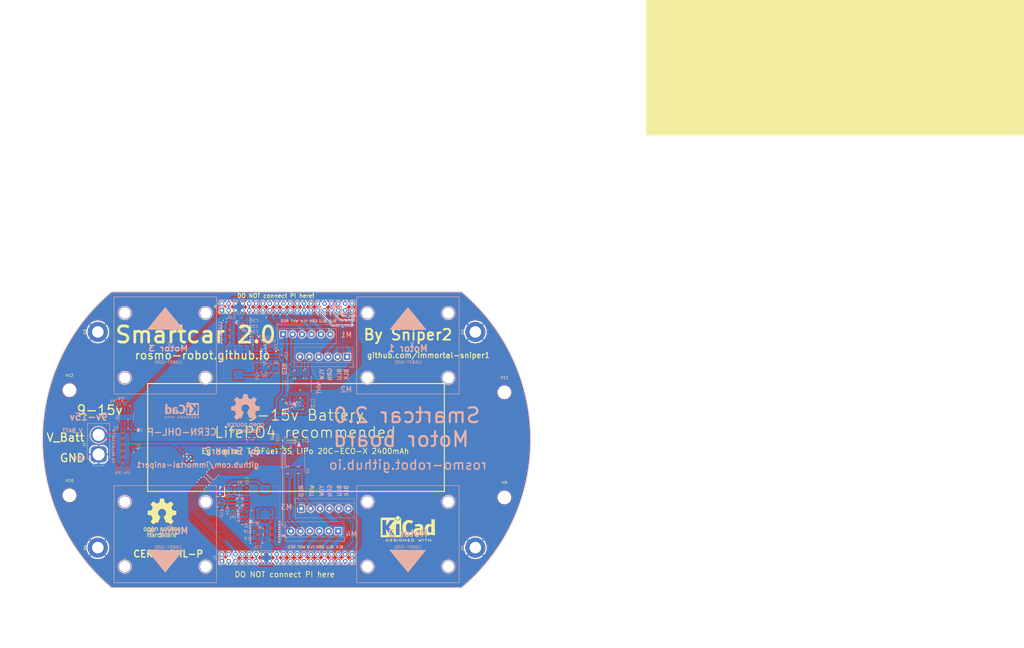
<source format=kicad_pcb>
(kicad_pcb (version 20211014) (generator pcbnew)
  (layers (0 "F.Cu" signal) (31 "B.Cu" power) (34 "B.Paste" user) (35 "F.Paste" user) (36 "B.SilkS" user "B.Silkscreen") (37 "F.SilkS" user "F.Silkscreen") (38 "B.Mask" user) (39 "F.Mask" user) (44 "Edge.Cuts" user))
  (net 0 "")
  (net 1 "+12V")
  (net 2 "GND")
  (net 3 "+5V")
  (net 4 "Net-(C12-Pad1)")
  (net 5 "PWMB_1")
  (net 6 "BIN2_1")
  (net 7 "BIN1_1")
  (net 8 "STBY_1")
  (net 9 "AIN1_1")
  (net 10 "AIN2_1")
  (net 11 "PWMA_1")
  (net 12 "+3V3")
  (net 13 "/Black_1")
  (net 14 "/Blue_1")
  (net 15 "/Green_1")
  (net 16 "PWMB_2")
  (net 17 "BIN2_2")
  (net 18 "BIN1_2")
  (net 19 "STBY_2")
  (net 20 "AIN1_2")
  (net 21 "AIN2_2")
  (net 22 "PWMA_2")
  (net 23 "/yellow_1")
  (net 24 "/AO2_1")
  (net 25 "/AO1_1")
  (net 26 "/Black_2")
  (net 27 "/Blue_2")
  (net 28 "/Green_2")
  (net 29 "/yellow_2")
  (net 30 "/BO2_1")
  (net 31 "/BO1_1")
  (net 32 "/Black_3")
  (net 33 "/Blue_3")
  (net 34 "/Green_3")
  (net 35 "/yellow_3")
  (net 36 "/AO2_2")
  (net 37 "/AO1_2")
  (net 38 "/Black_4")
  (net 39 "/Blue_4")
  (net 40 "/Green_4")
  (net 41 "/yellow_4")
  (net 42 "/BO2_2")
  (net 43 "/BO1_2")
  (net 49 "SDA")
  (net 53 "SCL")
  (net 66 "Net-(J1-Pad2)")
  (net 67 "/5v_FB")
  (net 68 "Net-(C12-Pad2)")
  (net 69 "Net-(C23-Pad1)")
  (net 70 "Net-(C23-Pad2)")
  (net 71 "Net-(TP1-Pad1)")
  (net 72 "Net-(TP2-Pad1)")
  (net 77 "/3v3_FB")
  (footprint "Symbol:KiCad-Logo2_8mm_SilkScreen" (layer "F.Cu") (at 160.02 137.16)
    (fp_text reference "REF**" hide)
    (fp_text value "KiCad-Logo2_8mm_SilkScreen" hide)
  )
  (footprint "MountingHole:MountingHole_4.3mm_M4_DIN965_Pad_TopBottom" (layer "F.Cu") (at 45 65 90)
    (fp_text reference "H3")
    (fp_text value "Hole")
  )
  (footprint "MountingHole:MountingHole_4.3mm_M4_DIN965_Pad_TopBottom" (layer "F.Cu") (at 185 145 90)
    (fp_text reference "H1")
    (fp_text value "Hole")
  )
  (footprint "MountingHole:MountingHole_4.5mm" (layer "F.Cu") (at 195.8 126.4)
    (fp_text reference "H9")
    (fp_text value "Bumper")
  )
  (footprint "MountingHole:MountingHole_4.3mm_M4_DIN965_Pad_TopBottom" (layer "F.Cu") (at 45 145 90)
    (fp_text reference "H4")
    (fp_text value "Hole")
  )
  (footprint "Connector_PinHeader_2.54mm:PinHeader_2x20_P2.54mm_Vertical" (layer "F.Cu") (at 91 57 90)
    (fp_text reference "J6")
    (fp_text value "left")
  )
  (footprint "MountingHole:MountingHole_4.5mm" (layer "F.Cu") (at 195.8 87.4)
    (fp_text reference "H11")
    (fp_text value "Bumper")
  )
  (footprint "MountingHole:MountingHole_4.5mm" (layer "F.Cu") (at 34.5 125.6)
    (fp_text reference "H10")
    (fp_text value "Bumper")
  )
  (footprint "MountingHole:MountingHole_4.5mm" (layer "F.Cu") (at 34.5 86.6)
    (fp_text reference "H12")
    (fp_text value "Bumper")
  )
  (footprint "MountingHole:MountingHole_4.3mm_M4_DIN965_Pad_TopBottom" (layer "F.Cu") (at 185 65 90)
    (fp_text reference "H2")
    (fp_text value "Hole")
  )
  (footprint "Connector_PinHeader_2.54mm:PinHeader_2x20_P2.54mm_Vertical" (layer "F.Cu") (at 91 150 90)
    (fp_text reference "J7")
    (fp_text value "right")
  )
  (footprint "Connector_AMASS:AMASS_XT60-M_1x02_P7.20mm_Vertical" (layer "F.Cu") (at 45.3 110.4 90)
    (fp_text reference "J1")
    (fp_text value "Conn_01x02")
  )
  (footprint "Capacitor_SMD:C_0805_2012Metric" (layer "B.Cu") (at 58.4 107.4 -90)
    (fp_text reference "C3")
    (fp_text value "22u")
  )
  (footprint "Z_mycustom_footprint_lib:Inductor SMD,11.6x10.1x4mm" (layer "B.Cu") (at 107.025 128.15 -90)
    (fp_text reference "L1" hide)
    (fp_text value "15u")
  )
  (footprint "Capacitor_SMD:C_0805_2012Metric" (layer "B.Cu") (at 111.6 107.45 -90)
    (fp_text reference "C10")
    (fp_text value "22u")
  )
  (footprint "Capacitor_SMD:C_1206_3216Metric" (layer "B.Cu") (at 98.8 63.1)
    (fp_text reference "C29")
    (fp_text value "47u")
  )
  (footprint "Capacitor_SMD:C_1206_3216Metric" (layer "B.Cu") (at 104.5 138.9 180)
    (fp_text reference "C18")
    (fp_text value "47u")
  )
  (footprint "Capacitor_SMD:C_0603_1608Metric" (layer "B.Cu") (at 58 101.3)
    (fp_text reference "C2")
    (fp_text value "100n")
  )
  (footprint "Resistor_SMD:R_0603_1608Metric" (layer "B.Cu") (at 104.7 68.7 180)
    (fp_text reference "R4")
    (fp_text value "10k")
  )
  (footprint "Capacitor_SMD:C_0603_1608Metric" (layer "B.Cu") (at 115.4 90.1 180)
    (fp_text reference "C8")
    (fp_text value "100n")
  )
  (footprint "Capacitor_SMD:C_0603_1608Metric" (layer "B.Cu") (at 117.6 106.9)
    (fp_text reference "C4")
    (fp_text value "100n")
  )
  (footprint "Capacitor_SMD:C_1206_3216Metric" (layer "B.Cu") (at 113.125 73.895 90)
    (fp_text reference "C24")
    (fp_text value "47u")
  )
  (footprint "Resistor_SMD:R_0603_1608Metric_Pad0.98x0.95mm_HandSolder" (layer "B.Cu") (at 104.8 70.3)
    (fp_text reference "R6")
    (fp_text value "5k9")
  )
  (footprint "TerminalBlock_4Ucon:TerminalBlock_4Ucon_1x06_P3.50mm_Horizontal" (layer "B.Cu") (at 113.75 65.9)
    (fp_text reference "J3" hide)
    (fp_text value "Screw_Terminal_01x06")
  )
  (footprint "Resistor_SMD:R_1206_3216Metric_Pad1.30x1.75mm_HandSolder" (layer "B.Cu") (at 54.25 110.2)
    (fp_text reference "R9")
    (fp_text value "0.1")
  )
  (footprint "Package_SO:SSOP-24_5.3x8.2mm_P0.65mm" (layer "B.Cu") (at 119.8 84.4 -90)
    (fp_text reference "U1")
    (fp_text value "TB6612FNG")
  )
  (footprint "Resistor_SMD:R_0603_1608Metric_Pad0.98x0.95mm_HandSolder" (layer "B.Cu") (at 99.4 131.7 180)
    (fp_text reference "R5")
    (fp_text value "3k24")
  )
  (footprint "TestPoint:TestPoint_Pad_D1.0mm" (layer "B.Cu") (at 55 91.5 180)
    (fp_text reference "TP6")
    (fp_text value "TestPoint")
  )
  (footprint "Resistor_SMD:R_1206_3216Metric_Pad1.30x1.75mm_HandSolder" (layer "B.Cu") (at 54.25 107.9)
    (fp_text reference "R7")
    (fp_text value "0.1")
  )
  (footprint "Capacitor_SMD:C_1206_3216Metric" (layer "B.Cu") (at 98.8 60.7)
    (fp_text reference "C30")
    (fp_text value "47u")
  )
  (footprint "Capacitor_SMD:C_0603_1608Metric_Pad1.08x0.95mm_HandSolder" (layer "B.Cu") (at 98.7 134.3 90)
    (fp_text reference "C16")
    (fp_text value "1n5")
  )
  (footprint "Package_SO:SSOP-24_5.3x8.2mm_P0.65mm" (layer "B.Cu") (at 117.4 112.6 90)
    (fp_text reference "U2")
    (fp_text value "TB6612FNG")
  )
  (footprint "Capacitor_SMD:C_0603_1608Metric" (layer "B.Cu") (at 104.025 78.395 90)
    (fp_text reference "C23")
    (fp_text value "100n")
  )
  (footprint "TestPoint:TestPoint_Pad_D1.0mm" (layer "B.Cu") (at 52.9 91.6 180)
    (fp_text reference "TP5")
    (fp_text value "TestPoint")
  )
  (footprint "Symbol:KiCad-Logo2_5mm_SilkScreen" (layer "B.Cu") (at 76.2 93.98 180)
    (fp_text reference "REF**" hide)
    (fp_text value "KiCad-Logo2_5mm_SilkScreen" hide)
  )
  (footprint "Diode_SMD:D_SMA" (layer "B.Cu") (at 95.525 123.5)
    (fp_text reference "D1")
    (fp_text value "D")
  )
  (footprint "Z_mycustom_footprint_lib:Inductor SMD,11.6x10.1x4mm" (layer "B.Cu") (at 97.125 76.195 90)
    (fp_text reference "L2")
    (fp_text value "15u")
  )
  (footprint "Capacitor_SMD:C_0603_1608Metric" (layer "B.Cu") (at 93.025 128.2 -90)
    (fp_text reference "C14")
    (fp_text value "100n")
  )
  (footprint "Resistor_SMD:R_0603_1608Metric" (layer "B.Cu") (at 100.3 134.3 90)
    (fp_text reference "R3")
    (fp_text value "10k")
  )
  (footprint "TerminalBlock_4Ucon:TerminalBlock_4Ucon_1x06_P3.50mm_Horizontal" (layer "B.Cu") (at 134.15 138.9 180)
    (fp_text reference "J5" hide)
    (fp_text value "Screw_Terminal_01x06")
  )
  (footprint "Capacitor_SMD:C_1206_3216Metric" (layer "B.Cu") (at 109.3 141.3)
    (fp_text reference "C17")
    (fp_text value "47u")
  )
  (footprint "Capacitor_SMD:C_0603_1608Metric" (layer "B.Cu") (at 54.3 101.3 180)
    (fp_text reference "C1")
    (fp_text value "100n")
  )
  (footprint "Package_SO:SOIC-8_3.9x4.9mm_P1.27mm" (layer "B.Cu") (at 55.6 96.6 -90)
    (fp_text reference "U5")
    (fp_text value "INA219AxD")
  )
  (footprint "TestPoint:TestPoint_Pad_D1.0mm" (layer "B.Cu") (at 55.9 115.9)
    (fp_text reference "TP4")
    (fp_text value "TestPoint")
  )
  (footprint "Capacitor_SMD:C_0603_1608Metric" (layer "B.Cu") (at 94.6 61.1 180)
    (fp_text reference "C34")
    (fp_text value "100n")
  )
  (footprint "Z_mycustom_footprint_lib:JGA25-370 DC motor" (layer "B.Cu") (at 160 70 90)
    (fp_text reference "H6")
    (fp_text value "Motor")
  )
  (footprint "Capacitor_SMD:C_0603_1608Metric" (layer "B.Cu") (at 111.125 73.895 90)
    (fp_text reference "C25")
    (fp_text value "100n")
  )
  (footprint "Capacitor_SMD:C_0603_1608Metric" (layer "B.Cu") (at 100.225 123.7 -90)
    (fp_text reference "C12")
    (fp_text value "100n")
  )
  (footprint "Capacitor_SMD:C_0603_1608Metric" (layer "B.Cu") (at 122 106.9)
    (fp_text reference "C11")
    (fp_text value "100n")
  )
  (footprint "Package_SO:SOIC-8-1EP_3.9x4.9mm_P1.27mm_EP2.29x3mm_ThermalVias" (layer "B.Cu") (at 106.525 73.895)
    (fp_text reference "U4")
    (fp_text value "TPS5430DDAR")
  )
  (footprint "Capacitor_SMD:C_0805_2012Metric" (layer "B.Cu") (at 109.55 107.45 -90)
    (fp_text reference "C9")
    (fp_text value "22u")
  )
  (footprint "Resistor_SMD:R_1206_3216Metric_Pad1.30x1.75mm_HandSolder" (layer "B.Cu") (at 54.25 105.6)
    (fp_text reference "R12")
    (fp_text value "0.1")
  )
  (footprint "Capacitor_SMD:C_1206_3216Metric" (layer "B.Cu") (at 104.48 141.32 180)
    (fp_text reference "C19")
    (fp_text value "47u")
  )
  (footprint "TestPoint:TestPoint_Pad_D1.0mm" (layer "B.Cu") (at 52.7 115.9)
    (fp_text reference "TP3")
    (fp_text value "TestPoint")
  )
  (footprint "TestPoint:TestPoint_Pad_D1.0mm" (layer "B.Cu") (at 109 70 180)
    (fp_text reference "TP2")
    (fp_text value "TestPoint")
  )
  (footprint "Capacitor_SMD:C_0603_1608Metric_Pad1.08x0.95mm_HandSolder" (layer "B.Cu") (at 104.6 67.1 180)
    (fp_text reference "C26")
    (fp_text value "1n5")
  )
  (footprint "TerminalBlock_4Ucon:TerminalBlock_4Ucon_1x06_P3.50mm_Horizontal" (layer "B.Cu") (at 120.4 130.5)
    (fp_text reference "J4" hide)
    (fp_text value "Screw_Terminal_01x06")
  )
  (footprint "Capacitor_SMD:C_1206_3216Metric" (layer "B.Cu") (at 93.8 67.9 180)
    (fp_text reference "C33")
    (fp_text value "47u")
  )
  (footprint "Capacitor_SMD:C_1206_3216Metric" (layer "B.Cu") (at 93.8 63.1 180)
    (fp_text reference "C31")
    (fp_text value "47u")
  )
  (footprint "TestPoint:TestPoint_Pad_D1.0mm" (layer "B.Cu") (at 95.125 131.9 180)
    (fp_text reference "TP1")
    (fp_text value "TestPoint")
  )
  (footprint "Capacitor_SMD:C_1206_3216Metric" (layer "B.Cu") (at 98.8 65.5)
    (fp_text reference "C28")
    (fp_text value "47u")
  )
  (footprint "Capacitor_SMD:C_1206_3216Metric" (layer "B.Cu") (at 93.8 65.5 180)
    (fp_text reference "C32")
    (fp_text value "47u")
  )
  (footprint "TerminalBlock_4Ucon:TerminalBlock_4Ucon_1x06_P3.50mm_Horizontal" (layer "B.Cu") (at 137.45 74.2 180)
    (fp_text reference "J2" hide)
    (fp_text value "Screw_Terminal_01x06")
  )
  (footprint "Z_mycustom_footprint_lib:JGA25-370 DC motor" (layer "B.Cu") (at 70 140 -90)
    (fp_text reference "H8")
    (fp_text value "Motor")
  )
  (footprint "Resistor_SMD:R_1206_3216Metric_Pad1.30x1.75mm_HandSolder" (layer "B.Cu") (at 54.25 103.3)
    (fp_text reference "R13")
    (fp_text value "0.1")
  )
  (footprint "Capacitor_SMD:C_1206_3216Metric" (layer "B.Cu") (at 109.3 136.5)
    (fp_text reference "C22")
    (fp_text value "47u")
  )
  (footprint "Capacitor_SMD:C_0805_2012Metric" (layer "B.Cu") (at 121.9 92.4 180)
    (fp_text reference "C6")
    (fp_text value "22u")
  )
  (footprint "Z_mycustom_footprint_lib:JGA25-370 DC motor" (layer "B.Cu") (at 70 70 90)
    (fp_text reference "H5")
    (fp_text value "Motor")
  )
  (footprint "Capacitor_SMD:C_1206_3216Metric" (layer "B.Cu") (at 98.8 67.9)
    (fp_text reference "C27")
    (fp_text value "47u")
  )
  (footprint "Capacitor_SMD:C_1206_3216Metric" (layer "B.Cu") (at 109.3 138.89)
    (fp_text reference "C20")
    (fp_text value "47u")
  )
  (footprint "Package_SO:SOIC-8-1EP_3.9x4.9mm_P1.27mm_EP2.29x3mm_ThermalVias" (layer "B.Cu") (at 97.625 128.1 180)
    (fp_text reference "U3")
    (fp_text value "TPS5430DDAR")
  )
  (footprint "Capacitor_SMD:C_0603_1608Metric" (layer "B.Cu") (at 104.4 143.3 180)
    (fp_text reference "C21")
    (fp_text value "100n")
  )
  (footprint "Capacitor_SMD:C_1206_3216Metric" (layer "B.Cu") (at 104.5 136.5 180)
    (fp_text reference "C15")
    (fp_text value "47u")
  )
  (footprint "Z_mycustom_footprint_lib:JGA25-370 DC motor" (layer "B.Cu") (at 160 140 -90)
    (fp_text reference "H7")
    (fp_text value "Motor")
  )
  (footprint "Resistor_SMD:R_1206_3216Metric_Pad1.30x1.75mm_HandSolder" (layer "B.Cu") (at 54.25 112.6)
    (fp_text reference "R2")
    (fp_text value "0.1")
  )
  (footprint "Capacitor_SMD:C_0603_1608Metric" (layer "B.Cu") (at 118.675 90.1 180)
    (fp_text reference "C5")
    (fp_text value "100n")
  )
  (footprint "Capacitor_SMD:C_1206_3216Metric" (layer "B.Cu") (at 91.025 128.4 -90)
    (fp_text reference "C13")
    (fp_text value "47u")
  )
  (footprint "Capacitor_SMD:C_0805_2012Metric" (layer "B.Cu") (at 121.9 90.3 180)
    (fp_text reference "C7")
    (fp_text value "22u")
  )
  (footprint "Diode_SMD:D_SMA" (layer "B.Cu") (at 108.725 78.495 180)
    (fp_text reference "D2")
    (fp_text value "D")
  )
  (gr_poly (pts (xy 99.061954 88.041312) (xy 99.058932 88.041536) (xy 99.055925 88.041906) (xy 99.052938 88.042417) (xy 99.049974 88.043066) (xy 99.047039 88.043848) (xy 99.044137 88.044762) (xy 99.041273 88.045801) (xy 99.03845 88.046964) (xy 99.035673 88.048246) (xy 99.032948 88.049643) (xy 99.030277 88.051152) (xy 99.027667 88.052769) (xy 99.02512 88.054491) (xy 99.022643 88.056313) (xy 99.020238 88.058232) (xy 99.017911 88.060245) (xy 99.015667 88.062347) (xy 99.013509 88.064534) (xy 99.011442 88.066804) (xy 99.00947 88.069153) (xy 99.007599 88.071576) (xy 99.005832 88.07407) (xy 99.004175 88.076631) (xy 99.00263 88.079256) (xy 99.001204 88.081941) (xy 98.9999 88.084682) (xy 98.998723 88.087476) (xy 98.997678 88.090318) (xy 98.996768 88.093205) (xy 98.995998 88.096134) (xy 98.995374 88.0991) (xy 98.744151 89.448714) (xy 98.743517 89.451704) (xy 98.742746 89.454705) (xy 98.740815 89.460716) (xy 98.738391 89.466709) (xy 98.735508 89.472644) (xy 98.732201 89.478481) (xy 98.728504 89.484182) (xy 98.724449 89.489708) (xy 98.720071 89.495019) (xy 98.715404 89.500076) (xy 98.710482 89.504839) (xy 98.705337 89.509271) (xy 98.700005 89.513331) (xy 98.694519 89.51698) (xy 98.688913 89.52018) (xy 98.686076 89.521598) (xy 98.683221 89.52289) (xy 98.680353 89.52405) (xy 98.677476 89.525072) (xy 97.772919 89.895356) (xy 97.7673 89.89783) (xy 97.76134 89.899897) (xy 97.755093 89.901559) (xy 97.74861 89.902821) (xy 97.741944 89.903687) (xy 97.735149 89.904159) (xy 97.728275 89.904242) (xy 97.721376 89.903939) (xy 97.714503 89.903254) (xy 97.707711 89.90219) (xy 97.70105 89.90075) (xy 97.694573 89.89894) (xy 97.688333 89.896761) (xy 97.682382 89.894218) (xy 97.676773 89.891315) (xy 97.671558 89.888054) (xy 96.544036 89.114307) (xy 96.541496 89.112652) (xy 96.538881 89.111127) (xy 96.536197 89.109729) (xy 96.533449 89.108459) (xy 96.530643 89.107317) (xy 96.527784 89.106301) (xy 96.524879 89.105412) (xy 96.521934 89.104648) (xy 96.518953 89.104009) (xy 96.515943 89.103494) (xy 96.509859 89.102837) (xy 96.503726 89.102673) (xy 96.497592 89.102996) (xy 96.4915 89.103802) (xy 96.485499 89.105088) (xy 96.479633 89.10685) (xy 96.476765 89.107908) (xy 96.473949 89.109083) (xy 96.471189 89.110374) (xy 96.468492 89.111782) (xy 96.465863 89.113306) (xy 96.463308 89.114945) (xy 96.460833 89.116698) (xy 96.458444 89.118566) (xy 96.456146 89.120547) (xy 96.453945 89.122641) (xy 95.504382 90.072204) (xy 95.502288 90.074405) (xy 95.500308 90.076704) (xy 95.498443 90.079094) (xy 95.496692 90.081571) (xy 95.495056 90.084127) (xy 95.493537 90.086758) (xy 95.490846 90.09222) (xy 95.488623 90.09791) (xy 95.486871 90.103783) (xy 95.485594 90.109792) (xy 95.484796 90.11589) (xy 95.484479 90.122032) (xy 95.484648 90.128172) (xy 95.485306 90.134263) (xy 95.486456 90.140259) (xy 95.488101 90.146115) (xy 95.489111 90.148975) (xy 95.490246 90.151783) (xy 95.491507 90.154533) (xy 95.492894 90.157218) (xy 95.494408 90.159834) (xy 95.496048 90.162374) (xy 96.256302 91.270449) (xy 96.259572 91.275687) (xy 96.262474 91.281305) (xy 96.265005 91.287253) (xy 96.267161 91.293479) (xy 96.26894 91.299933) (xy 96.270338 91.306563) (xy 96.271352 91.313318) (xy 96.271979 91.320148) (xy 96.272215 91.327001) (xy 96.272056 91.333826) (xy 96.271501 91.340572) (xy 96.270545 91.347188) (xy 96.269186 91.353624) (xy 96.267419 91.359828) (xy 96.265243 91.365748) (xy 96.262652 91.371335) (xy 95.862681 92.304467) (xy 95.860397 92.310197) (xy 95.857588 92.315874) (xy 95.854295 92.321465) (xy 95.850558 92.326936) (xy 95.846415 92.332253) (xy 95.841907 92.337383) (xy 95.837073 92.34229) (xy 95.831952 92.346943) (xy 95.826586 92.351306) (xy 95.821012 92.355345) (xy 95.815272 92.359028) (xy 95.809403 92.36232) (xy 95.803447 92.365188) (xy 95.797443 92.367597) (xy 95.79143 92.369513) (xy 95.785449 92.370904) (xy 94.480604 92.613553) (xy 94.477644 92.614192) (xy 94.474722 92.614974) (xy 94.471842 92.615896) (xy 94.469005 92.616952) (xy 94.466217 92.618138) (xy 94.463482 92.61945) (xy 94.460802 92.620884) (xy 94.458182 92.622435) (xy 94.453135 92.62587) (xy 94.448372 92.62972) (xy 94.443922 92.633951) (xy 94.439815 92.638527) (xy 94.436081 92.643412) (xy 94.43275 92.648572) (xy 94.429852 92.653971) (xy 94.428574 92.656749) (xy 94.427416 92.659574) (xy 94.426381 92.662442) (xy 94.425473 92.665346) (xy 94.424696 92.668285) (xy 94.424052 92.671252) (xy 94.423547 92.674244) (xy 94.423184 92.677256) (xy 94.422966 92.680284) (xy 94.422898 92.683323) (xy 94.423057 94.026269) (xy 94.423133 94.029302) (xy 94.423358 94.032325) (xy 94.423729 94.035334) (xy 94.424241 94.038324) (xy 94.424891 94.041291) (xy 94.425676 94.04423) (xy 94.426591 94.047136) (xy 94.427633 94.050006) (xy 94.428798 94.052834) (xy 94.430083 94.055616) (xy 94.431482 94.058347) (xy 94.432994 94.061024) (xy 94.434613 94.06364) (xy 94.436337 94.066192) (xy 94.438162 94.068676) (xy 94.440083 94.071086) (xy 94.442097 94.073418) (xy 94.4442 94.075668) (xy 94.446389 94.077831) (xy 94.44866 94.079902) (xy 94.451008 94.081877) (xy 94.453431 94.083752) (xy 94.455925 94.085521) (xy 94.458485 94.08718) (xy 94.461108 94.088726) (xy 94.463791 94.090152) (xy 94.466529 94.091455) (xy 94.469319 94.09263) (xy 94.472156 94.093673) (xy 94.475039 94.094578) (xy 94.477961 94.095342) (xy 94.480921 94.09596) (xy 95.753699 94.332815) (xy 95.756696 94.333429) (xy 95.759698 94.334182) (xy 95.762703 94.33507) (xy 95.765704 94.336088) (xy 95.771678 94.338496) (xy 95.777583 94.341373) (xy 95.78338 94.344683) (xy 95.789032 94.348392) (xy 95.794501 94.352465) (xy 95.799747 94.356866) (xy 95.804735 94.361561) (xy 95.809425 94.366516) (xy 95.813779 94.371694) (xy 95.817759 94.377062) (xy 95.821328 94.382584) (xy 95.824448 94.388226) (xy 95.82708 94.393952) (xy 95.828201 94.396836) (xy 95.829186 94.399728) (xy 96.226536 95.392312) (xy 96.228994 95.397958) (xy 96.231044 95.403937) (xy 96.232688 95.410198) (xy 96.233932 95.416689) (xy 96.234779 95.423358) (xy 96.235233 95.430153) (xy 96.235299 95.437023) (xy 96.23498 95.443916) (xy 96.234281 95.45078) (xy 96.233205 95.457563) (xy 96.231757 95.464215) (xy 96.229941 95.470682) (xy 96.227761 95.476913) (xy 96.22522 95.482857) (xy 96.222324 95.488461) (xy 96.219076 95.493674) (xy 95.496049 96.547219) (xy 95.494395 96.549759) (xy 95.492869 96.552376) (xy 95.491472 96.555062) (xy 95.490202 96.557813) (xy 95.48906 96.560623) (xy 95.488044 96.563486) (xy 95.487154 96.566395) (xy 95.48639 96.569346) (xy 95.485751 96.572332) (xy 95.485237 96.575348) (xy 95.48458 96.581446) (xy 95.484415 96.587593) (xy 95.484738 96.593743) (xy 95.485545 96.599848) (xy 95.486831 96.605864) (xy 95.488592 96.611743) (xy 95.48965 96.614617) (xy 95.490825 96.61744) (xy 95.492117 96.620205) (xy 95.493525 96.622907) (xy 95.495048 96.62554) (xy 95.496687 96.628098) (xy 95.49844 96.630576) (xy 95.500308 96.632968) (xy 95.502289 96.635267) (xy 95.504383 96.637468) (xy 96.454105 97.587031) (xy 96.456292 97.589111) (xy 96.458578 97.591079) (xy 96.460957 97.592934) (xy 96.463423 97.594675) (xy 96.46597 97.596304) (xy 96.468593 97.597817) (xy 96.474042 97.6005) (xy 96.479723 97.60272) (xy 96.485589 97.604472) (xy 96.491595 97.605753) (xy 96.497692 97.606558) (xy 96.503835 97.606882) (xy 96.509977 97.606723) (xy 96.516071 97.606076) (xy 96.522071 97.604935) (xy 96.52793 97.603298) (xy 96.530792 97.602292) (xy 96.533602 97.601161) (xy 96.536352 97.599903) (xy 96.539039 97.598518) (xy 96.541655 97.597006) (xy 96.544195 97.595366) (xy 97.579166 96.885039) (xy 97.584369 96.8818) (xy 97.589941 96.878961) (xy 97.595832 96.876521) (xy 97.601992 96.874482) (xy 97.608369 96.872845) (xy 97.614913 96.871611) (xy 97.621573 96.870781) (xy 97.628299 96.870355) (xy 97.63504 96.870334) (xy 97.641745 96.870721) (xy 97.648364 96.871514) (xy 97.654845 96.872716) (xy 97.661139 96.874328) (xy 97.667194 96.876349) (xy 97.672959 96.878782) (xy 97.678385 96.881626) (xy 98.134791 97.125307) (xy 98.13752 97.126605) (xy 98.140272 97.127746) (xy 98.143042 97.128731) (xy 98.145825 97.129564) (xy 98.148616 97.130244) (xy 98.151411 97.130775) (xy 98.154205 97.131158) (xy 98.156993 97.131394) (xy 98.15977 97.131486) (xy 98.162532 97.131435) (xy 98.165274 97.131242) (xy 98.167992 97.130911) (xy 98.170679 97.130441) (xy 98.173332 97.129836) (xy 98.175947 97.129096) (xy 98.178517 97.128224) (xy 98.181039 97.127222) (xy 98.183507 97.12609) (xy 98.185917 97.124831) (xy 98.188265 97.123447) (xy 98.190544 97.121939) (xy 98.192752 97.120309) (xy 98.194882 97.118559) (xy 98.196931 97.11669) (xy 98.198892 97.114705) (xy 98.200763 97.112605) (xy 98.202537 97.110391) (xy 98.204211 97.108066) (xy 98.205778 97.105631) (xy 98.207236 97.103088) (xy 98.208578 97.100439) (xy 98.2098 97.097685) (xy 99.150791 94.82375) (xy 99.15188 94.820921) (xy 99.152824 94.81805) (xy 99.153625 94.81514) (xy 99.154286 94.812199) (xy 99.154808 94.809231) (xy 99.155194 94.806241) (xy 99.155444 94.803236) (xy 99.155561 94.80022) (xy 99.155547 94.797199) (xy 99.155403 94.794179) (xy 99.155132 94.791163) (xy 99.154735 94.78816) (xy 99.154213 94.785172) (xy 99.153569 94.782207) (xy 99.152805 94.779268) (xy 99.151923 94.776363) (xy 99.150923 94.773496) (xy 99.149809 94.770672) (xy 99.148582 94.767897) (xy 99.147243 94.765177) (xy 99.145795 94.762516) (xy 99.144239 94.75992) (xy 99.142578 94.757396) (xy 99.140813 94.754947) (xy 99.138945 94.752579) (xy 99.136978 94.750298) (xy 99.134912 94.74811) (xy 99.132749 94.746019) (xy 99.130491 94.744031) (xy 99.128141 94.742151) (xy 99.1257 94.740386) (xy 99.123169 94.738739) (xy 99.008948 94.66881) (xy 99.000727 94.663575) (xy 98.99195 94.657599) (xy 98.982782 94.651012) (xy 98.973388 94.643946) (xy 98.963936 94.63653) (xy 98.954589 94.628894) (xy 98.945514 94.62117) (xy 98.936876 94.613486) (xy 98.861264 94.561731) (xy 98.789103 94.505538) (xy 98.720589 94.445102) (xy 98.65592 94.380619) (xy 98.595293 94.312286) (xy 98.538905 94.240297) (xy 98.486952 94.164849) (xy 98.439631 94.086138) (xy 98.39714 94.004359) (xy 98.359675 93.919708) (xy 98.327434 93.832381) (xy 98.300613 93.742574) (xy 98.279409 93.650482) (xy 98.26402 93.556301) (xy 98.254642 93.460227) (xy 98.251472 93.362457) (xy 98.253405 93.286028) (xy 98.25914 93.210602) (xy 98.268585 93.136274) (xy 98.281645 93.063135) (xy 98.298229 92.99128) (xy 98.318242 92.920802) (xy 98.34159 92.851794) (xy 98.368182 92.784349) (xy 98.397923 92.71856) (xy 98.430721 92.654522) (xy 98.466481 92.592327) (xy 98.50511 92.532068) (xy 98.546516 92.47384) (xy 98.590605 92.417734) (xy 98.637283 92.363845) (xy 98.686457 92.312266) (xy 98.738035 92.26309) (xy 98.791921 92.21641) (xy 98.848024 92.17232) (xy 98.90625 92.130913) (xy 98.966506 92.092283) (xy 99.028698 92.056522) (xy 99.092732 92.023724) (xy 99.158517 91.993982) (xy 99.225957 91.96739) (xy 99.294961 91.944041) (xy 99.365434 91.924028) (xy 99.437284 91.907444) (xy 99.510416 91.894383) (xy 99.584738 91.884939) (xy 99.660157 91.879203) (xy 99.736579 91.877271) (xy 99.813 91.879203) (xy 99.88842 91.884939) (xy 99.962743 91.894383) (xy 100.035877 91.907444) (xy 100.107728 91.924028) (xy 100.178204 91.944041) (xy 100.24721 91.96739) (xy 100.314653 91.993982) (xy 100.38044 92.023724) (xy 100.444478 92.056522) (xy 100.506673 92.092283) (xy 100.566932 92.130913) (xy 100.625162 92.17232) (xy 100.681268 92.21641) (xy 100.735159 92.26309) (xy 100.78674 92.312266) (xy 100.835918 92.363845) (xy 100.882599 92.417734) (xy 100.926692 92.47384) (xy 100.968101 92.532068) (xy 101.006734 92.592327) (xy 101.042497 92.654522) (xy 101.075298 92.71856) (xy 101.105042 92.784349) (xy 101.131636 92.851794) (xy 101.154988 92.920802) (xy 101.175003 92.99128) (xy 101.191588 93.063135) (xy 101.20465 93.136274) (xy 101.214096 93.210602) (xy 101.219831 93.286028) (xy 101.221764 93.362457) (xy 101.220967 93.411542) (xy 101.218593 93.460227) (xy 101.214667 93.508488) (xy 101.209213 93.556301) (xy 101.202256 93.60364) (xy 101.19382 93.650482) (xy 101.183931 93.696801) (xy 101.172612 93.742574) (xy 101.159889 93.787775) (xy 101.145787 93.832381) (xy 101.130329 93.876367) (xy 101.113541 93.919708) (xy 101.095446 93.96238) (xy 101.076071 94.004359) (xy 101.033576 94.086138) (xy 100.986252 94.16485) (xy 100.934297 94.240298) (xy 100.877908 94.312286) (xy 100.817283 94.380619) (xy 100.752618 94.445102) (xy 100.684111 94.505538) (xy 100.61196 94.561731) (xy 100.536361 94.613486) (xy 100.527674 94.62117) (xy 100.518567 94.628894) (xy 100.509202 94.63653) (xy 100.499739 94.643946) (xy 100.490339 94.651012) (xy 100.481164 94.657598) (xy 100.472373 94.663574) (xy 100.464129 94.66881) (xy 100.349909 94.738739) (xy 100.347364 94.740386) (xy 100.344909 94.742151) (xy 100.342548 94.744031) (xy 100.34028 94.746019) (xy 100.338108 94.74811) (xy 100.336034 94.750298) (xy 100.332187 94.754947) (xy 100.328752 94.75992) (xy 100.325744 94.765177) (xy 100.323177 94.770672) (xy 100.321066 94.776363) (xy 100.319424 94.782207) (xy 100.318266 94.78816) (xy 100.317607 94.794179) (xy 100.31746 94.80022) (xy 100.317841 94.806241) (xy 100.318233 94.809231) (xy 100.318762 94.812199) (xy 100.31943 94.81514) (xy 100.320239 94.81805) (xy 100.32119 94.820921) (xy 100.322286 94.82375) (xy 101.263355 97.097606) (xy 101.264578 97.10036) (xy 101.265921 97.10301) (xy 101.267379 97.105554) (xy 101.268949 97.10799) (xy 101.270624 97.110317) (xy 101.2724 97.112533) (xy 101.274272 97.114635) (xy 101.276237 97.116623) (xy 101.278287 97.118494) (xy 101.28042 97.120246) (xy 101.28263 97.121879) (xy 101.284912 97.123389) (xy 101.287262 97.124776) (xy 101.289675 97.126037) (xy 101.292145 97.127171) (xy 101.294669 97.128175) (xy 101.297241 97.129049) (xy 101.299857 97.12979) (xy 101.302511 97.130397) (xy 101.3052 97.130867) (xy 101.307917 97.131199) (xy 101.310659 97.131391) (xy 101.313421 97.131442) (xy 101.316197 97.131349) (xy 101.318984 97.131111) (xy 101.321775 97.130726) (xy 101.324567 97.130192) (xy 101.327355 97.129508) (xy 101.330133 97.128671) (xy 101.332897 97.12768) (xy 101.335643 97.126533) (xy 101.338365 97.125229) (xy 101.794771 96.881547) (xy 101.800184 96.878704) (xy 101.80594 96.876273) (xy 101.811988 96.874256) (xy 101.818277 96.872649) (xy 101.824757 96.871452) (xy 101.831376 96.870663) (xy 101.838083 96.870281) (xy 101.844827 96.870306) (xy 101.851557 96.870735) (xy 101.858222 96.871567) (xy 101.864771 96.872802) (xy 101.871153 96.874437) (xy 101.877317 96.876472) (xy 101.883212 96.878905) (xy 101.888787 96.881735) (xy 101.89399 96.884961) (xy 102.928881 97.595287) (xy 102.931429 97.596927) (xy 102.934051 97.598439) (xy 102.936743 97.599824) (xy 102.939498 97.601082) (xy 102.942311 97.602214) (xy 102.945177 97.60322) (xy 102.948088 97.604101) (xy 102.951041 97.604857) (xy 102.954028 97.605489) (xy 102.957043 97.605997) (xy 102.963139 97.606644) (xy 102.969282 97.606804) (xy 102.975425 97.606479) (xy 102.981522 97.605674) (xy 102.987528 97.604393) (xy 102.993396 97.602641) (xy 102.996264 97.60159) (xy 102.99908 97.600422) (xy 103.001838 97.599138) (xy 103.004533 97.597739) (xy 103.00716 97.596225) (xy 103.009711 97.594597) (xy 103.012181 97.592855) (xy 103.014565 97.591) (xy 103.016857 97.589032) (xy 103.019051 97.586953) (xy 103.968773 96.637389) (xy 103.97086 96.635188) (xy 103.972835 96.632889) (xy 103.974696 96.630497) (xy 103.976443 96.628019) (xy 103.978077 96.625461) (xy 103.979596 96.622828) (xy 103.982287 96.617361) (xy 103.984513 96.611665) (xy 103.98627 96.605785) (xy 103.987553 96.59977) (xy 103.988359 96.593664) (xy 103.988683 96.587514) (xy 103.988521 96.581367) (xy 103.987868 96.57527) (xy 103.986722 96.569267) (xy 103.985076 96.563407) (xy 103.984066 96.560544) (xy 103.982928 96.557734) (xy 103.981665 96.554983) (xy 103.980274 96.552297) (xy 103.978755 96.54968) (xy 103.977107 96.54714) (xy 103.25416 95.493595) (xy 103.250885 95.488382) (xy 103.247966 95.482778) (xy 103.245409 95.476834) (xy 103.243215 95.470603) (xy 103.24139 95.464136) (xy 103.239935 95.457485) (xy 103.238856 95.450701) (xy 103.238156 95.443837) (xy 103.237838 95.436945) (xy 103.237906 95.430075) (xy 103.238364 95.423279) (xy 103.239214 95.416611) (xy 103.240461 95.41012) (xy 103.242109 95.403859) (xy 103.244161 95.39788) (xy 103.24662 95.392234) (xy 103.643971 94.39965) (xy 103.644949 94.396757) (xy 103.646066 94.393873) (xy 103.648692 94.388147) (xy 103.651813 94.382505) (xy 103.655387 94.376983) (xy 103.659377 94.371615) (xy 103.663743 94.366437) (xy 103.668447 94.361482) (xy 103.673449 94.356787) (xy 103.67871 94.352386) (xy 103.684192 94.348313) (xy 103.689856 94.344604) (xy 103.695662 94.341294) (xy 103.701573 94.338417) (xy 103.707548 94.336009) (xy 103.713548 94.334104) (xy 103.716546 94.333351) (xy 103.719536 94.332736) (xy 104.992314 94.095882) (xy 104.99528 94.095264) (xy 104.998209 94.0945) (xy 105.001096 94.093594) (xy 105.003939 94.092552) (xy 105.006732 94.091376) (xy 105.009473 94.090073) (xy 105.012158 94.088647) (xy 105.014783 94.087102) (xy 105.017345 94.085442) (xy 105.019839 94.083673) (xy 105.02461 94.079823) (xy 105.029068 94.075589) (xy 105.033182 94.071007) (xy 105.036923 94.066113) (xy 105.040262 94.060945) (xy 105.043168 94.055537) (xy 105.045613 94.049927) (xy 105.046653 94.047057) (xy 105.047566 94.044151) (xy 105.048349 94.041212) (xy 105.048997 94.038245) (xy 105.049508 94.035255) (xy 105.049878 94.032246) (xy 105.050103 94.029223) (xy 105.050178 94.02619) (xy 105.050258 92.683244) (xy 105.050182 92.680212) (xy 105.049958 92.677191) (xy 105.04959 92.674185) (xy 105.04908 92.671199) (xy 105.048433 92.668237) (xy 105.047652 92.665304) (xy 105.046741 92.662404) (xy 105.045703 92.659541) (xy 105.044543 92.65672) (xy 105.043264 92.653945) (xy 105.041869 92.651221) (xy 105.040362 92.648553) (xy 105.038748 92.645943) (xy 105.037028 92.643398) (xy 105.035208 92.640921) (xy 105.033291 92.638517) (xy 105.03128 92.63619) (xy 105.02918 92.633944) (xy 105.026993 92.631785) (xy 105.024724 92.629716) (xy 105.022376 92.627742) (xy 105.019953 92.625867) (xy 105.017458 92.624096) (xy 105.014896 92.622433) (xy 105.012269 92.620883) (xy 105.009582 92.61945) (xy 105.006838 92.618138) (xy 105.004041 92.616951) (xy 105.001194 92.615896) (xy 104.998301 92.614974) (xy 104.995367 92.614192) (xy 104.992393 92.613553) (xy 103.687627 92.370904) (xy 103.684628 92.370276) (xy 103.681618 92.369513) (xy 103.675583 92.367597) (xy 103.669562 92.365188) (xy 103.663594 92.36232) (xy 103.657717 92.359028) (xy 103.651972 92.355345) (xy 103.646398 92.351306) (xy 103.641034 92.346943) (xy 103.635919 92.34229) (xy 103.631092 92.337383) (xy 103.626594 92.332253) (xy 103.622463 92.326936) (xy 103.618738 92.321465) (xy 103.615459 92.315874) (xy 103.612665 92.310197) (xy 103.611462 92.307336) (xy 103.610395 92.304467) (xy 103.210345 91.371335) (xy 103.207769 91.365748) (xy 103.205604 91.359828) (xy 103.203847 91.353624) (xy 103.202496 91.347188) (xy 103.201545 91.340572) (xy 103.200993 91.333826) (xy 103.200835 91.327001) (xy 103.201068 91.320148) (xy 103.201689 91.313318) (xy 103.202695 91.306563) (xy 103.204082 91.299933) (xy 103.205847 91.293479) (xy 103.207986 91.287253) (xy 103.210496 91.281305) (xy 103.213374 91.275687) (xy 103.216616 91.270449) (xy 103.976949 90.162374) (xy 103.978603 90.159834) (xy 103.980128 90.157218) (xy 103.981524 90.154533) (xy 103.982793 90.151783) (xy 103.983934 90.148975) (xy 103.984947 90.146115) (xy 103.985835 90.143208) (xy 103.986597 90.140259) (xy 103.987233 90.137276) (xy 103.987745 90.134263) (xy 103.988397 90.128172) (xy 103.988557 90.122032) (xy 103.98823 90.11589) (xy 103.98742 90.109792) (xy 103.986132 90.103783) (xy 103.98437 90.09791) (xy 103.983313 90.09504) (xy 103.982139 90.09222) (xy 103.980849 90.089458) (xy 103.979444 90.086758) (xy 103.977923 90.084127) (xy 103.976288 90.081571) (xy 103.974539 90.079094) (xy 103.972677 90.076704) (xy 103.970702 90.074405) (xy 103.968615 90.072204) (xy 103.018971 89.122641) (xy 103.016777 89.120547) (xy 103.014485 89.118566) (xy 103.012101 89.116698) (xy 103.009631 89.114945) (xy 103.00708 89.113306) (xy 103.004454 89.111782) (xy 102.999 89.109083) (xy 102.993316 89.10685) (xy 102.987448 89.105089) (xy 102.981442 89.103802) (xy 102.975345 89.102996) (xy 102.969202 89.102673) (xy 102.963059 89.102838) (xy 102.956964 89.103495) (xy 102.950961 89.104648) (xy 102.945097 89.106301) (xy 102.942231 89.107317) (xy 102.939418 89.10846) (xy 102.936663 89.109729) (xy 102.933971 89.111127) (xy 102.931348 89.112652) (xy 102.928801 89.114307) (xy 101.801359 89.888054) (xy 101.796158 89.891315) (xy 101.790561 89.894218) (xy 101.78462 89.896761) (xy 101.778389 89.89894) (xy 101.771919 89.90075) (xy 101.765262 89.90219) (xy 101.758472 89.903254) (xy 101.751601 89.903939) (xy 101.744701 89.904242) (xy 101.737824 89.904159) (xy 101.731024 89.903687) (xy 101.724352 89.902822) (xy 101.717861 89.90156) (xy 101.711603 89.899897) (xy 101.705631 89.897831) (xy 101.699997 89.895357) (xy 100.79536 89.525072) (xy 100.789602 89.52289) (xy 100.783901 89.52018) (xy 100.778288 89.51698) (xy 100.772798 89.513331) (xy 100.767465 89.509271) (xy 100.762321 89.504839) (xy 100.7574 89.500076) (xy 100.752736 89.495019) (xy 100.748363 89.489708) (xy 100.744313 89.484182) (xy 100.74062 89.478481) (xy 100.737318 89.472644) (xy 100.73444 89.466709) (xy 100.732019 89.460716) (xy 100.73009 89.454705) (xy 100.728686 89.448714) (xy 100.477543 88.0991) (xy 100.476918 88.096134) (xy 100.476149 88.093205) (xy 100.475239 88.090318) (xy 100.474194 88.087476) (xy 100.473017 88.084682) (xy 100.471713 88.081941) (xy 100.470287 88.079256) (xy 100.468744 88.076631) (xy 100.467086 88.07407) (xy 100.46532 88.071576) (xy 100.461479 88.066804) (xy 100.457257 88.062347) (xy 100.452689 88.058232) (xy 100.447811 88.054491) (xy 100.442659 88.051152) (xy 100.437269 88.048246) (xy 100.434497 88.046964) (xy 100.431678 88.045801) (xy 100.428818 88.044762) (xy 100.42592 88.043848) (xy 100.422991 88.043066) (xy 100.420033 88.042417) (xy 100.417051 88.041906) (xy 100.414051 88.041536) (xy 100.411036 88.041312) (xy 100.408011 88.041236) (xy 99.064986 88.041236)) (layer "B.SilkS") (width 0) (fill solid))
  (gr_poly (pts (xy 103.203744 98.698088) (xy 103.174651 98.700118) (xy 103.145889 98.703478) (xy 103.117501 98.708151) (xy 103.089529 98.714119) (xy 103.062015 98.721365) (xy 103.035001 98.729869) (xy 103.008529 98.739614) (xy 102.982642 98.750583) (xy 102.957382 98.762756) (xy 102.932791 98.776117) (xy 102.908911 98.790646) (xy 102.885785 98.806327) (xy 102.863454 98.823141) (xy 102.841961 98.84107) (xy 102.821348 98.860097) (xy 102.801657 98.880203) (xy 102.782931 98.901369) (xy 102.765212 98.92358) (xy 102.748541 98.946815) (xy 102.732962 98.971058) (xy 102.718516 98.99629) (xy 102.705245 99.022494) (xy 102.693192 99.049651) (xy 102.682399 99.077743) (xy 102.672908 99.106753) (xy 102.664762 99.136662) (xy 102.658002 99.167453) (xy 102.65267 99.199107) (xy 102.64881 99.231607) (xy 102.646463 99.264934) (xy 102.645671 99.299071) (xy 102.645671 99.53521) (xy 103.533957 99.53521) (xy 103.53354 99.55675) (xy 103.532299 99.577614) (xy 103.530251 99.597802) (xy 103.527413 99.617313) (xy 103.5238 99.636146) (xy 103.51943 99.654302) (xy 103.514319 99.671779) (xy 103.508483 99.688577) (xy 103.501938 99.704696) (xy 103.494702 99.720134) (xy 103.48679 99.734892) (xy 103.478219 99.74897) (xy 103.469006 99.762365) (xy 103.459166 99.775078) (xy 103.448717 99.787109) (xy 103.437675 99.798457) (xy 103.426056 99.809121) (xy 103.413877 99.8191) (xy 103.401154 99.828395) (xy 103.387904 99.837005) (xy 103.374143 99.844929) (xy 103.359887 99.852167) (xy 103.345153 99.858718) (xy 103.329958 99.864581) (xy 103.314318 99.869757) (xy 103.298249 99.874244) (xy 103.281768 99.878043) (xy 103.264891 99.881152) (xy 103.247635 99.88357) (xy 103.230016 99.885299) (xy 103.212051 99.886336) (xy 103.193756 99.886682) (xy 103.173114 99.886092) (xy 103.152337 99.884336) (xy 103.131487 99.881435) (xy 103.110624 99.877408) (xy 103.089811 99.872278) (xy 103.06911 99.866064) (xy 103.048582 99.858787) (xy 103.028289 99.850468) (xy 103.008292 99.841128) (xy 102.988654 99.830787) (xy 102.969437 99.819466) (xy 102.950701 99.807186) (xy 102.932509 99.793968) (xy 102.914922 99.779831) (xy 102.898003 99.764798) (xy 102.881812 99.748888) (xy 102.67377 99.925894) (xy 102.700612 99.955351) (xy 102.728392 99.982608) (xy 102.757059 100.007708) (xy 102.786565 100.030692) (xy 102.81686 100.0516) (xy 102.847896 100.070474) (xy 102.879624 100.087356) (xy 102.911994 100.102285) (xy 102.944958 100.115304) (xy 102.978466 100.126454) (xy 103.01247 100.135775) (xy 103.046919 100.14331) (xy 103.081766 100.149098) (xy 103.116961 100.153182) (xy 103.152455 100.155602) (xy 103.1882 100.156399) (xy 103.243478 100.154677) (xy 103.299309 100.149214) (xy 103.355122 100.139565) (xy 103.410351 100.125288) (xy 103.464428 100.105937) (xy 103.490856 100.09422) (xy 103.516783 100.081068) (xy 103.542137 100.066425) (xy 103.566848 100.050236) (xy 103.590845 100.032446) (xy 103.614056 100.012999) (xy 103.636411 99.991839) (xy 103.657838 99.96891) (xy 103.678267 99.944158) (xy 103.697626 99.917527) (xy 103.715845 99.88896) (xy 103.732852 99.858404) (xy 103.748577 99.825801) (xy 103.762947 99.791097) (xy 103.775894 99.754237) (xy 103.787344 99.715163) (xy 103.797228 99.673822) (xy 103.805474 99.630157) (xy 103.812011 99.584113) (xy 103.816768 99.535634) (xy 103.819675 99.484665) (xy 103.820659 99.43115) (xy 103.819756 99.380328) (xy 103.817089 99.33166) (xy 103.814039 99.299151) (xy 103.533957 99.299151) (xy 102.932374 99.299151) (xy 102.933498 99.279141) (xy 102.935285 99.259728) (xy 102.937721 99.240914) (xy 102.940794 99.222702) (xy 102.944491 99.205095) (xy 102.948799 99.188095) (xy 102.953705 99.171704) (xy 102.959196 99.155925) (xy 102.96526 99.140761) (xy 102.971883 99.126213) (xy 102.979053 99.112285) (xy 102.986757 99.09898) (xy 102.994982 99.086298) (xy 103.003715 99.074244) (xy 103.012943 99.06282) (xy 103.022653 99.052027) (xy 103.032833 99.041869) (xy 103.043469 99.032348) (xy 103.05455 99.023467) (xy 103.066061 99.015228) (xy 103.07799 99.007634) (xy 103.090325 99.000687) (xy 103.103052 98.994389) (xy 103.116158 98.988744) (xy 103.129631 98.983754) (xy 103.143457 98.97942) (xy 103.157625 98.975747) (xy 103.172121 98.972736) (xy 103.186931 98.970389) (xy 103.202044 98.96871) (xy 103.217447 98.967701) (xy 103.233126 98.967364) (xy 103.248813 98.967701) (xy 103.264238 98.96871) (xy 103.279388 98.970389) (xy 103.294248 98.972735) (xy 103.308803 98.975747) (xy 103.323039 98.97942) (xy 103.336942 98.983753) (xy 103.350496 98.988744) (xy 103.363689 98.994389) (xy 103.376505 99.000686) (xy 103.388929 99.007634) (xy 103.400948 99.015228) (xy 103.412547 99.023467) (xy 103.423712 99.032348) (xy 103.434427 99.041869) (xy 103.44468 99.052027) (xy 103.454455 99.062819) (xy 103.463738 99.074244) (xy 103.472514 99.086298) (xy 103.48077 99.098979) (xy 103.48849 99.112285) (xy 103.49566 99.126213) (xy 103.502266 99.14076) (xy 103.508294 99.155925) (xy 103.513729 99.171703) (xy 103.518556 99.188094) (xy 103.522762 99.205095) (xy 103.526331 99.222702) (xy 103.529249 99.240914) (xy 103.531503 99.259728) (xy 103.533077 99.279141) (xy 103.533957 99.299151) (xy 103.814039 99.299151) (xy 103.812721 99.285111) (xy 103.806717 99.240644) (xy 103.799141 99.198226) (xy 103.790055 99.15782) (xy 103.779524 99.119391) (xy 103.767612 99.082903) (xy 103.754382 99.048321) (xy 103.739899 99.015609) (xy 103.724225 98.984733) (xy 103.707425 98.955656) (xy 103.689563 98.928343) (xy 103.670702 98.902759) (xy 103.650906 98.878868) (xy 103.630239 98.856634) (xy 103.608764 98.836023) (xy 103.586546 98.816999) (xy 103.563648 98.799526) (xy 103.540134 98.783568) (xy 103.516067 98.769091) (xy 103.491513 98.756059) (xy 103.466533 98.744437) (xy 103.441192 98.734188) (xy 103.415555 98.725278) (xy 103.389683 98.717671) (xy 103.363642 98.711332) (xy 103.337496 98.706225) (xy 103.28514 98.699565) (xy 103.233126 98.697408)) (layer "B.SilkS") (width 0) (fill solid))
  (gr_poly (pts (xy 95.904733 100.949132) (xy 95.883806 100.950585) (xy 95.863304 100.952977) (xy 95.843211 100.956282) (xy 95.823511 100.960477) (xy 95.804188 100.965536) (xy 95.785225 100.971436) (xy 95.766608 100.97815) (xy 95.748318 100.985655) (xy 95.730341 100.993926) (xy 95.71266 101.002939) (xy 95.695258 101.012668) (xy 95.678121 101.02309) (xy 95.66123 101.034179) (xy 95.644572 101.04591) (xy 95.628128 101.05826) (xy 95.83617 101.305672) (xy 95.8486 101.296523) (xy 95.860633 101.288084) (xy 95.872335 101.28034) (xy 95.883773 101.273274) (xy 95.895013 101.266868) (xy 95.906121 101.261106) (xy 95.917163 101.255972) (xy 95.928206 101.251449) (xy 95.939316 101.247521) (xy 95.950559 101.24417) (xy 95.962001 101.24138) (xy 95.97371 101.239135) (xy 95.98575 101.237418) (xy 95.998189 101.236212) (xy 96.011093 101.2355) (xy 96.024527 101.235267) (xy 96.050831 101.236329) (xy 96.076867 101.239544) (xy 96.102439 101.244951) (xy 96.127347 101.252592) (xy 96.139492 101.257262) (xy 96.151397 101.262506) (xy 96.163038 101.268328) (xy 96.174389 101.274734) (xy 96.185428 101.281729) (xy 96.196128 101.289318) (xy 96.206466 101.297506) (xy 96.216416 101.306297) (xy 96.225954 101.315698) (xy 96.235055 101.325713) (xy 96.243695 101.336346) (xy 96.251849 101.347605) (xy 96.259493 101.359492) (xy 96.266601 101.372014) (xy 96.273149 101.385175) (xy 96.279112 101.398981) (xy 96.284466 101.413436) (xy 96.289186 101.428547) (xy 96.293248 101.444317) (xy 96.296627 101.460751) (xy 96.299297 101.477856) (xy 96.301235 101.495636) (xy 96.302416 101.514095) (xy 96.302815 101.53324) (xy 96.302815 102.390728) (xy 96.589438 102.390728) (xy 96.589438 100.965549) (xy 96.302815 100.965549) (xy 96.302815 101.117315) (xy 96.2971 101.117315) (xy 96.279781 101.096898) (xy 96.261564 101.077798) (xy 96.242473 101.060012) (xy 96.222534 101.043543) (xy 96.201771 101.02839) (xy 96.18021 101.014554) (xy 96.157874 101.002034) (xy 96.134789 100.990831) (xy 96.110979 100.980945) (xy 96.086469 100.972376) (xy 96.061285 100.965125) (xy 96.03545 100.959192) (xy 96.008989 100.954577) (xy 95.981928 100.95128) (xy 95.954291 100.949302) (xy 95.926102 100.948643)) (layer "B.SilkS") (width 0) (fill solid))
  (gr_poly (pts (xy 103.19483 100.950055) (xy 103.133023 100.954404) (xy 103.074173 100.961858) (xy 103.045917 100.966803) (xy 103.018472 100.972587) (xy 102.991864 100.979231) (xy 102.966115 100.986758) (xy 102.941251 100.995187) (xy 102.917296 101.00454) (xy 102.894273 101.014838) (xy 102.872207 101.026102) (xy 102.851122 101.038353) (xy 102.831042 101.051612) (xy 102.811992 101.065901) (xy 102.793995 101.08124) (xy 102.777076 101.09765) (xy 102.76126 101.115152) (xy 102.746569 101.133769) (xy 102.733029 101.153519) (xy 102.720664 101.174426) (xy 102.709498 101.196509) (xy 102.699554 101.21979) (xy 102.690858 101.24429) (xy 102.683434 101.27003) (xy 102.677305 101.297031) (xy 102.672496 101.325314) (xy 102.669031 101.3549) (xy 102.666934 101.385811) (xy 102.66623 101.418067) (xy 102.66623 102.390728) (xy 102.953011 102.390728) (xy 102.953011 102.264204) (xy 102.958647 102.264204) (xy 102.970181 102.282048) (xy 102.982721 102.298649) (xy 102.996351 102.31402) (xy 103.011152 102.328172) (xy 103.027206 102.34112) (xy 103.044596 102.352875) (xy 103.063404 102.363451) (xy 103.083712 102.372859) (xy 103.105602 102.381113) (xy 103.129156 102.388226) (xy 103.154458 102.394209) (xy 103.181588 102.399076) (xy 103.210629 102.40284) (xy 103.241663 102.405512) (xy 103.274773 102.407106) (xy 103.31004 102.407635) (xy 103.339432 102.407087) (xy 103.368039 102.405459) (xy 103.395853 102.402775) (xy 103.422863 102.399058) (xy 103.449059 102.394333) (xy 103.474433 102.388622) (xy 103.498973 102.381949) (xy 103.522671 102.374339) (xy 103.545516 102.365814) (xy 103.567499 102.356398) (xy 103.588609 102.346116) (xy 103.608838 102.334991) (xy 103.628176 102.323046) (xy 103.646612 102.310305) (xy 103.664137 102.296792) (xy 103.680741 102.28253) (xy 103.696414 102.267544) (xy 103.711148 102.251857) (xy 103.72493 102.235492) (xy 103.737753 102.218473) (xy 103.749607 102.200824) (xy 103.76048 102.182568) (xy 103.770365 102.16373) (xy 103.77925 102.144333) (xy 103.787127 102.1244) (xy 103.793985 102.103955) (xy 103.799815 102.083023) (xy 103.804607 102.061626) (xy 103.808351 102.039788) (xy 103.811037 102.017533) (xy 103.812656 101.994885) (xy 103.813198 101.971867) (xy 103.812893 101.957816) (xy 103.543402 101.957816) (xy 103.542502 101.975572) (xy 103.53976 101.99296) (xy 103.535114 102.009873) (xy 103.528502 102.026204) (xy 103.52444 102.034117) (xy 103.519864 102.041845) (xy 103.514766 102.049373) (xy 103.509138 102.056689) (xy 103.502972 102.063778) (xy 103.496261 102.070628) (xy 103.488997 102.077225) (xy 103.481172 102.083556) (xy 103.47278 102.089607) (xy 103.463811 102.095365) (xy 103.454258 102.100816) (xy 103.444114 102.105948) (xy 103.433371 102.110746) (xy 103.422021 102.115197) (xy 103.410056 102.119287) (xy 103.397469 102.123005) (xy 103.370398 102.129264) (xy 103.340745 102.133868) (xy 103.308449 102.136709) (xy 103.273448 102.13768) (xy 103.230477 102.137343) (xy 103.191083 102.136162) (xy 103.155157 102.133886) (xy 103.122586 102.130265) (xy 103.107524 102.127871) (xy 103.093259 102.125046) (xy 103.079778 102.121758) (xy 103.067066 102.117977) (xy 103.05511 102.113671) (xy 103.043895 102.108809) (xy 103.033408 102.103358) (xy 103.023635 102.097288) (xy 103.014562 102.090567) (xy 103.006175 102.083163) (xy 102.99846 102.075046) (xy 102.991403 102.066184) (xy 102.984991 102.056545) (xy 102.979209 102.046098) (xy 102.974044 102.034811) (xy 102.969481 102.022654) (xy 102.965508 102.009594) (xy 102.962109 101.9956) (xy 102.959271 101.980641) (xy 102.956981 101.964685) (xy 102.955223 101.947702) (xy 102.953985 101.929658) (xy 102.953252 101.910524) (xy 102.953011 101.890267) (xy 102.953011 101.786207) (xy 103.295911 101.786207) (xy 103.311468 101.786404) (xy 103.3265 101.786991) (xy 103.341009 101.787963) (xy 103.354996 101.789313) (xy 103.368464 101.791036) (xy 103.381415 101.793127) (xy 103.393851 101.795579) (xy 103.405774 101.798387) (xy 103.417186 101.801546) (xy 103.428089 101.805049) (xy 103.438486 101.808892) (xy 103.448377 101.813067) (xy 103.457766 101.81757) (xy 103.466655 101.822395) (xy 103.475045 101.827537) (xy 103.482939 101.832989) (xy 103.490338 101.838745) (xy 103.497245 101.844801) (xy 103.503661 101.851151) (xy 103.50959 101.857788) (xy 103.515032 101.864707) (xy 103.51999 101.871903) (xy 103.524466 101.879369) (xy 103.528463 101.887101) (xy 103.531981 101.895092) (xy 103.535024 101.903337) (xy 103.537592 101.91183) (xy 103.539689 101.920565) (xy 103.541317 101.929537) (xy 103.542477 101.93874) (xy 103.543171 101.948168) (xy 103.543402 101.957816) (xy 103.812893 101.957816) (xy 103.812737 101.950628) (xy 103.811356 101.929616) (xy 103.809055 101.908858) (xy 103.805836 101.888386) (xy 103.801702 101.868228) (xy 103.796653 101.848414) (xy 103.790691 101.828973) (xy 103.783817 101.809934) (xy 103.776033 101.791327) (xy 103.767341 101.773181) (xy 103.757742 101.755526) (xy 103.747238 101.738391) (xy 103.73583 101.721805) (xy 103.72352 101.705799) (xy 103.710309 101.6904) (xy 103.696199 101.675639) (xy 103.681192 101.661544) (xy 103.665288 101.648146) (xy 103.64849 101.635474) (xy 103.630798 101.623557) (xy 103.612216 101.612424) (xy 103.592743 101.602106) (xy 103.572382 101.59263) (xy 103.551134 101.584027) (xy 103.529001 101.576326) (xy 103.505984 101.569557) (xy 103.482085 101.563748) (xy 103.457305 101.55893) (xy 103.431646 101.555131) (xy 103.40511 101.552381) (xy 103.377697 101.55071) (xy 103.34941 101.550146) (xy 102.953011 101.550146) (xy 102.953011 101.40116) (xy 102.95404 101.376884) (xy 102.955335 101.365491) (xy 102.957157 101.354587) (xy 102.959512 101.344163) (xy 102.962407 101.334213) (xy 102.965846 101.324729) (xy 102.969835 101.315705) (xy 102.97438 101.307133) (xy 102.979487 101.299005) (xy 102.985161 101.291316) (xy 102.991407 101.284058) (xy 102.998233 101.277223) (xy 103.005642 101.270804) (xy 103.013641 101.264795) (xy 103.022236 101.259188) (xy 103.031432 101.253977) (xy 103.041235 101.249153) (xy 103.062683 101.240641) (xy 103.086626 101.233595) (xy 103.113109 101.227958) (xy 103.142178 101.223673) (xy 103.173878 101.220683) (xy 103.208253 101.218931) (xy 103.245349 101.218359) (xy 103.272377 101.218697) (xy 103.297647 101.219733) (xy 103.321246 101.221504) (xy 103.343261 101.224048) (xy 103.353701 101.225621) (xy 103.363777 101.227401) (xy 103.3735 101.229392) (xy 103.382881 101.231599) (xy 103.39193 101.234027) (xy 103.400658 101.236679) (xy 103.409077 101.239561) (xy 103.417196 101.242678) (xy 103.425027 101.246033) (xy 103.432581 101.249632) (xy 103.439868 101.253479) (xy 103.446898 101.257578) (xy 103.453684 101.261934) (xy 103.460235 101.266553) (xy 103.466562 101.271437) (xy 103.472677 101.276592) (xy 103.478589 101.282023) (xy 103.484311 101.287734) (xy 103.489851 101.293729) (xy 103.495222 101.300014) (xy 103.500434 101.306592) (xy 103.505498 101.313469) (xy 103.510425 101.320648) (xy 103.515224 101.328136) (xy 103.740094 101.156685) (xy 103.718979 101.129312) (xy 103.696731 101.104127) (xy 103.673339 101.081071) (xy 103.648789 101.060085) (xy 103.62307 101.041113) (xy 103.596168 101.024096) (xy 103.568072 101.008975) (xy 103.538769 100.995692) (xy 103.508247 100.98419) (xy 103.476492 100.97441) (xy 103.443493 100.966295) (xy 103.409238 100.959785) (xy 103.373713 100.954823) (xy 103.336907 100.951351) (xy 103.298806 100.94931) (xy 103.259399 100.948643)) (layer "B.SilkS") (width 0) (fill solid))
  (gr_poly (pts (xy 94.640314 98.69771) (xy 94.620423 98.698611) (xy 94.600795 98.700096) (xy 94.581432 98.702156) (xy 94.543499 98.707949) (xy 94.50663 98.715896) (xy 94.47083 98.725902) (xy 94.436102 98.737872) (xy 94.402453 98.751712) (xy 94.369886 98.767327) (xy 94.338406 98.784623) (xy 94.308018 98.803506) (xy 94.278728 98.82388) (xy 94.250539 98.845652) (xy 94.223456 98.868726) (xy 94.197485 98.893009) (xy 94.17263 98.918405) (xy 94.148895 98.94482) (xy 94.359716 99.133177) (xy 94.373234 99.117141) (xy 94.387459 99.101753) (xy 94.402372 99.087064) (xy 94.41795 99.07313) (xy 94.434173 99.060003) (xy 94.451019 99.047737) (xy 94.468468 99.036385) (xy 94.486498 99.026001) (xy 94.505087 99.016638) (xy 94.524216 99.00835) (xy 94.543862 99.001191) (xy 94.564005 98.995213) (xy 94.584623 98.990471) (xy 94.605695 98.987017) (xy 94.6272 98.984906) (xy 94.649117 98.98419) (xy 94.691742 98.985749) (xy 94.732066 98.990474) (xy 94.751345 98.994046) (xy 94.770026 98.998435) (xy 94.7881 99.003651) (xy 94.80556 99.009702) (xy 94.822398 99.016596) (xy 94.838607 99.024344) (xy 94.854179 99.032952) (xy 94.869105 99.042431) (xy 94.883379 99.052789) (xy 94.896992 99.064034) (xy 94.909937 99.076176) (xy 94.922206 99.089223) (xy 94.933792 99.103184) (xy 94.944686 99.118068) (xy 94.954881 99.133882) (xy 94.964369 99.150637) (xy 94.973142 99.168341) (xy 94.981193 99.187003) (xy 94.988514 99.206631) (xy 94.995097 99.227234) (xy 95.000935 99.248821) (xy 95.006019 99.271401) (xy 95.010342 99.294982) (xy 95.013897 99.319573) (xy 95.018669 99.371821) (xy 95.020274 99.428214) (xy 95.019871 99.456696) (xy 95.018668 99.484148) (xy 95.016673 99.510579) (xy 95.013894 99.535997) (xy 95.010338 99.560411) (xy 95.006012 99.583827) (xy 95.000926 99.606256) (xy 94.995086 99.627704) (xy 94.9885 99.648181) (xy 94.981177 99.667694) (xy 94.973123 99.686251) (xy 94.964348 99.703861) (xy 94.954857 99.720532) (xy 94.94466 99.736272) (xy 94.933764 99.751089) (xy 94.922176 99.764992) (xy 94.909906 99.777989) (xy 94.896959 99.790088) (xy 94.883345 99.801297) (xy 94.86907 99.811624) (xy 94.854143 99.821078) (xy 94.838572 99.829667) (xy 94.822364 99.837399) (xy 94.805526 99.844282) (xy 94.788068 99.850324) (xy 94.769996 99.855534) (xy 94.751318 99.859921) (xy 94.732043 99.863491) (xy 94.712177 99.866253) (xy 94.691729 99.868217) (xy 94.670706 99.869388) (xy 94.649117 99.869777) (xy 94.638108 99.869597) (xy 94.627201 99.869061) (xy 94.616396 99.868177) (xy 94.605698 99.86695) (xy 94.584629 99.863496) (xy 94.564016 99.858754) (xy 94.543878 99.852776) (xy 94.524237 99.845617) (xy 94.505113 99.837329) (xy 94.486527 99.827967) (xy 94.468501 99.817583) (xy 94.451054 99.806231) (xy 94.434208 99.793965) (xy 94.417983 99.780838) (xy 94.402401 99.766903) (xy 94.387482 99.752215) (xy 94.373247 99.736826) (xy 94.359716 99.72079) (xy 94.148895 99.909146) (xy 94.172616 99.93552) (xy 94.19746 99.960882) (xy 94.223421 99.985136) (xy 94.250495 100.008188) (xy 94.278677 100.029943) (xy 94.307963 100.050305) (xy 94.338348 100.069178) (xy 94.369827 100.086469) (xy 94.402395 100.102082) (xy 94.436047 100.115922) (xy 94.470779 100.127894) (xy 94.506586 100.137902) (xy 94.543463 100.145852) (xy 94.581406 100.151648) (xy 94.620409 100.155195) (xy 94.660468 100.156399) (xy 94.721922 100.153937) (xy 94.782664 100.14645) (xy 94.842246 100.133785) (xy 94.900219 100.115788) (xy 94.928462 100.104742) (xy 94.956134 100.092306) (xy 94.98318 100.07846) (xy 95.009542 100.063186) (xy 95.035166 100.046464) (xy 95.059994 100.028275) (xy 95.083972 100.0086) (xy 95.107042 99.98742) (xy 95.129149 99.964715) (xy 95.150236 99.940467) (xy 95.170247 99.914657) (xy 95.189127 99.887265) (xy 95.206819 99.858271) (xy 95.223266 99.827658) (xy 95.238414 99.795406) (xy 95.252205 99.761495) (xy 95.264584 99.725907) (xy 95.275495 99.688622) (xy 95.284881 99.649622) (xy 95.292686 99.608887) (xy 95.298855 99.566397) (xy 95.30333 99.522135) (xy 95.306057 99.47608) (xy 95.306978 99.428214) (xy 95.306057 99.380123) (xy 95.30333 99.333858) (xy 95.298855 99.289397) (xy 95.292686 99.246722) (xy 95.284881 99.205812) (xy 95.275495 99.166649) (xy 95.264584 99.129213) (xy 95.252205 99.093484) (xy 95.238414 99.059443) (xy 95.223266 99.027071) (xy 95.206819 98.996347) (xy 95.189127 98.967252) (xy 95.170247 98.939767) (xy 95.150236 98.913872) (xy 95.129149 98.889548) (xy 95.107042 98.866774) (xy 95.083972 98.845533) (xy 95.059994 98.825803) (xy 95.035166 98.807566) (xy 95.009542 98.790801) (xy 94.98318 98.77549) (xy 94.956134 98.761613) (xy 94.928462 98.749151) (xy 94.900219 98.738083) (xy 94.871462 98.72839) (xy 94.842246 98.720053) (xy 94.812628 98.713052) (xy 94.782664 98.707368) (xy 94.75241 98.702981) (xy 94.721922 98.699872) (xy 94.660468 98.697408)) (layer "B.SilkS") (width 0) (fill solid))
  (gr_poly (pts (xy 99.515836 101.963451) (xy 99.5102 101.963451) (xy 99.186985 100.965549) (xy 98.978943 100.965549) (xy 98.655729 101.963451) (xy 98.649934 101.963451) (xy 98.37744 100.965549) (xy 98.073751 100.965549) (xy 98.529046 102.390728) (xy 98.782173 102.390728) (xy 99.080147 101.392744) (xy 99.085782 101.392744) (xy 99.383755 102.390728) (xy 99.636724 102.390728) (xy 100.092098 100.965549) (xy 99.788568 100.965549)) (layer "B.SilkS") (width 0) (fill solid))
  (gr_poly (pts (xy 100.24553 102.390728) (xy 100.532232 102.390728) (xy 100.532232 102.24174) (xy 100.549583 102.259797) (xy 100.567881 102.277082) (xy 100.587087 102.29354) (xy 100.607159 102.309117) (xy 100.628055 102.32376) (xy 100.649734 102.337413) (xy 100.672156 102.350024) (xy 100.695278 102.361537) (xy 100.71906 102.371898) (xy 100.74346 102.381054) (xy 100.768437 102.38895) (xy 100.79395 102.395532) (xy 100.819957 102.400745) (xy 100.846418 102.404536) (xy 100.87329 102.40685) (xy 100.900532 102.407634) (xy 100.916734 102.407405) (xy 100.932655 102.406723) (xy 100.948297 102.405599) (xy 100.96366 102.404042) (xy 100.978745 102.40206) (xy 100.993552 102.399663) (xy 101.008081 102.39686) (xy 101.022335 102.393661) (xy 101.036312 102.390075) (xy 101.050013 102.386111) (xy 101.063439 102.381778) (xy 101.076591 102.377086) (xy 101.089469 102.372044) (xy 101.102073 102.366661) (xy 101.126463 102.354909) (xy 101.149766 102.341905) (xy 101.171986 102.327724) (xy 101.193128 102.312439) (xy 101.213194 102.296125) (xy 101.232191 102.278855) (xy 101.250122 102.260704) (xy 101.266991 102.241746) (xy 101.282803 102.222055) (xy 101.296915 102.203114) (xy 101.309758 102.18398) (xy 101.321382 102.164264) (xy 101.331834 102.143572) (xy 101.341166 102.121514) (xy 101.349427 102.097699) (xy 101.356665 102.071736) (xy 101.362932 102.043233) (xy 101.368276 102.011799) (xy 101.372746 101.977043) (xy 101.376393 101.938573) (xy 101.379266 101.895999) (xy 101.382887 101.796971) (xy 101.384006 101.676829) (xy 101.097303 101.676829) (xy 101.09708 101.718402) (xy 101.096173 101.75965) (xy 101.094228 101.800247) (xy 101.090891 101.839868) (xy 101.085809 101.878189) (xy 101.082502 101.89676) (xy 101.078626 101.914884) (xy 101.074137 101.93252) (xy 101.06899 101.949627) (xy 101.06314 101.966166) (xy 101.056544 101.982094) (xy 101.049158 101.997373) (xy 101.040936 102.01196) (xy 101.031836 102.025815) (xy 101.021812 102.038898) (xy 101.01082 102.051168) (xy 100.998816 102.062585) (xy 100.985756 102.073107) (xy 100.971596 102.082694) (xy 100.95629 102.091305) (xy 100.939796 102.0989) (xy 100.922068 102.105438) (xy 100.903062 102.110879) (xy 100.882735 102.115181) (xy 100.861041 102.118304) (xy 100.837938 102.120208) (xy 100.813379 102.120852) (xy 100.789073 102.120168) (xy 100.766205 102.118151) (xy 100.744733 102.114847) (xy 100.724612 102.110306) (xy 100.705799 102.104575) (xy 100.68825 102.097703) (xy 100.671921 102.089738) (xy 100.656768 102.080729) (xy 100.642748 102.070724) (xy 100.629817 102.059771) (xy 100.617931 102.047919) (xy 100.607046 102.035215) (xy 100.597119 102.021709) (xy 100.588105 102.007448) (xy 100.579962 101.992481) (xy 100.572644 101.976856) (xy 100.56611 101.960622) (xy 100.560314 101.943826) (xy 100.550763 101.908745) (xy 100.543642 101.871999) (xy 100.538601 101.833975) (xy 100.53529 101.79506) (xy 100.533358 101.755639) (xy 100.532232 101.676829) (xy 100.532455 101.638044) (xy 100.533358 101.598923) (xy 100.53529 101.559857) (xy 100.538601 101.521239) (xy 100.543642 101.48346) (xy 100.546921 101.465008) (xy 100.550763 101.446912) (xy 100.555213 101.429222) (xy 100.560314 101.411986) (xy 100.56611 101.395253) (xy 100.572644 101.379073) (xy 100.579962 101.363495) (xy 100.588105 101.348567) (xy 100.597119 101.334338) (xy 100.607046 101.320857) (xy 100.617931 101.308173) (xy 100.629817 101.296336) (xy 100.642748 101.285393) (xy 100.656768 101.275395) (xy 100.671921 101.266389) (xy 100.68825 101.258426) (xy 100.705799 101.251553) (xy 100.724612 101.24582) (xy 100.744733 101.241276) (xy 100.766205 101.237969) (xy 100.789073 101.23595) (xy 100.813379 101.235266) (xy 100.837938 101.23591) (xy 100.861041 101.237814) (xy 100.882735 101.240938) (xy 100.903062 101.24524) (xy 100.922068 101.25068) (xy 100.939796 101.257215) (xy 100.95629 101.264805) (xy 100.971596 101.273408) (xy 100.985756 101.282983) (xy 100.998816 101.29349) (xy 101.01082 101.304886) (xy 101.021812 101.317131) (xy 101.031836 101.330184) (xy 101.040936 101.344003) (xy 101.049158 101.358547) (xy 101.056544 101.373775) (xy 101.06314 101.389646) (xy 101.06899 101.406118) (xy 101.078626 101.440702) (xy 101.085809 101.477199) (xy 101.090891 101.515278) (xy 101.094228 101.55461) (xy 101.096173 101.594866) (xy 101.097303 101.676829) (xy 101.384006 101.676829) (xy 101.383734 101.614356) (xy 101.382887 101.557499) (xy 101.381414 101.505871) (xy 101.379266 101.459083) (xy 101.376393 101.41675) (xy 101.372746 101.378482) (xy 101.368275 101.343894) (xy 101.362932 101.312597) (xy 101.356665 101.284204) (xy 101.35317 101.270975) (xy 101.349426 101.258327) (xy 101.345427 101.246211) (xy 101.341166 101.23458) (xy 101.336637 101.223383) (xy 101.331834 101.212574) (xy 101.321381 101.191923) (xy 101.309758 101.172239) (xy 101.296915 101.153134) (xy 101.282803 101.134221) (xy 101.266991 101.114505) (xy 101.250122 101.095527) (xy 101.232191 101.077363) (xy 101.213194 101.060085) (xy 101.193128 101.043767) (xy 101.171986 101.028483) (xy 101.149766 101.014305) (xy 101.126463 101.001308) (xy 101.102073 100.989565) (xy 101.076591 100.979149) (xy 101.050013 100.970134) (xy 101.022335 100.962593) (xy 100.993552 100.9566) (xy 100.96366 100.952228) (xy 100.932655 100.949551) (xy 100.900532 100.948643) (xy 100.873476 100.949425) (xy 100.847111 100.951739) (xy 100.821406 100.955536) (xy 100.796328 100.960766) (xy 100.771843 100.96738) (xy 100.747918 100.975327) (xy 100.724521 100.98456) (xy 100.701619 100.995028) (xy 100.679177 101.006682) (xy 100.657164 101.019472) (xy 100.635547 101.03335) (xy 100.614291 101.048265) (xy 100.593365 101.064169) (xy 100.572735 101.081011) (xy 100.552369 101.098743) (xy 100.532232 101.117315) (xy 100.532232 100.389128) (xy 100.24553 100.389128)) (layer "B.SilkS") (width 0) (fill solid))
  (gr_poly (pts (xy 97.433091 100.950055) (xy 97.371294 100.954404) (xy 97.312451 100.961858) (xy 97.284197 100.966803) (xy 97.256754 100.972587) (xy 97.230147 100.979231) (xy 97.204399 100.986758) (xy 97.179535 100.995187) (xy 97.155579 101.00454) (xy 97.132555 101.014838) (xy 97.110488 101.026102) (xy 97.089402 101.038353) (xy 97.06932 101.051612) (xy 97.050268 101.065901) (xy 97.032269 101.08124) (xy 97.015348 101.09765) (xy 96.999529 101.115152) (xy 96.984836 101.133769) (xy 96.971294 101.153519) (xy 96.958926 101.174426) (xy 96.947757 101.196509) (xy 96.937812 101.21979) (xy 96.929114 101.24429) (xy 96.921687 101.27003) (xy 96.915557 101.297031) (xy 96.910746 101.325314) (xy 96.90728 101.3549) (xy 96.905183 101.385811) (xy 96.904478 101.418067) (xy 96.904478 102.390728) (xy 97.191339 102.390728) (xy 97.191339 102.264204) (xy 97.196895 102.264204) (xy 97.208444 102.282048) (xy 97.221 102.298649) (xy 97.234644 102.31402) (xy 97.249458 102.328172) (xy 97.265525 102.34112) (xy 97.282926 102.352875) (xy 97.301744 102.363451) (xy 97.32206 102.372859) (xy 97.343957 102.381113) (xy 97.367515 102.388226) (xy 97.392818 102.394209) (xy 97.419948 102.399076) (xy 97.448986 102.40284) (xy 97.480014 102.405512) (xy 97.513114 102.407106) (xy 97.548368 102.407635) (xy 97.57776 102.407087) (xy 97.606368 102.405459) (xy 97.634183 102.402775) (xy 97.661194 102.399058) (xy 97.687393 102.394333) (xy 97.712768 102.388622) (xy 97.737311 102.381949) (xy 97.761011 102.374339) (xy 97.78386 102.365814) (xy 97.805846 102.356398) (xy 97.82696 102.346116) (xy 97.847192 102.334991) (xy 97.866533 102.323046) (xy 97.884973 102.310305) (xy 97.902501 102.296792) (xy 97.919109 102.28253) (xy 97.934786 102.267544) (xy 97.949523 102.251857) (xy 97.96331 102.235492) (xy 97.976136 102.218473) (xy 97.987993 102.200824) (xy 97.99887 102.182568) (xy 98.008757 102.16373) (xy 98.017646 102.144333) (xy 98.025525 102.1244) (xy 98.032386 102.103955) (xy 98.038218 102.083023) (xy 98.043011 102.061626) (xy 98.046757 102.039788) (xy 98.049444 102.017533) (xy 98.051064 101.994885) (xy 98.051606 101.971867) (xy 98.051301 101.957816) (xy 97.781572 101.957816) (xy 97.780672 101.975572) (xy 97.77793 101.99296) (xy 97.773284 102.009873) (xy 97.766673 102.026204) (xy 97.762612 102.034117) (xy 97.758036 102.041845) (xy 97.752939 102.049373) (xy 97.747312 102.056689) (xy 97.741147 102.063778) (xy 97.734437 102.070628) (xy 97.727175 102.077225) (xy 97.719352 102.083556) (xy 97.710961 102.089607) (xy 97.701995 102.095365) (xy 97.692444 102.100816) (xy 97.682303 102.105948) (xy 97.671563 102.110746) (xy 97.660216 102.115197) (xy 97.648255 102.119287) (xy 97.635672 102.123005) (xy 97.60861 102.129264) (xy 97.578968 102.133868) (xy 97.546684 102.136709) (xy 97.511697 102.13768) (xy 97.468726 102.137343) (xy 97.429332 102.136162) (xy 97.393406 102.133886) (xy 97.360835 102.130265) (xy 97.345773 102.127871) (xy 97.331508 102.125046) (xy 97.318027 102.121758) (xy 97.305315 102.117977) (xy 97.293359 102.113671) (xy 97.282144 102.108809) (xy 97.271657 102.103358) (xy 97.261884 102.097288) (xy 97.252811 102.090567) (xy 97.244424 102.083163) (xy 97.236709 102.075046) (xy 97.229652 102.066184) (xy 97.22324 102.056545) (xy 97.217458 102.046098) (xy 97.212293 102.034811) (xy 97.20773 102.022654) (xy 97.203756 102.009594) (xy 97.200358 101.9956) (xy 97.19752 101.980641) (xy 97.195229 101.964685) (xy 97.193472 101.947702) (xy 97.192234 101.929658) (xy 97.191501 101.910524) (xy 97.19126 101.890267) (xy 97.191261 101.890267) (xy 97.191261 101.786207) (xy 97.534161 101.786207) (xy 97.549711 101.786404) (xy 97.564736 101.786991) (xy 97.579238 101.787963) (xy 97.593219 101.789313) (xy 97.606681 101.791036) (xy 97.619627 101.793127) (xy 97.632059 101.795579) (xy 97.643977 101.798387) (xy 97.655385 101.801546) (xy 97.666285 101.805049) (xy 97.676678 101.808892) (xy 97.686567 101.813067) (xy 97.695953 101.81757) (xy 97.704839 101.822395) (xy 97.713227 101.827537) (xy 97.721118 101.832989) (xy 97.728516 101.838745) (xy 97.735421 101.844801) (xy 97.741836 101.851151) (xy 97.747764 101.857788) (xy 97.753205 101.864707) (xy 97.758162 101.871903) (xy 97.762638 101.879369) (xy 97.766634 101.887101) (xy 97.770152 101.895092) (xy 97.773194 101.903337) (xy 97.775763 101.91183) (xy 97.777859 101.920565) (xy 97.779487 101.929537) (xy 97.780647 101.93874) (xy 97.781341 101.948168) (xy 97.781572 101.957816) (xy 98.051301 101.957816) (xy 98.051145 101.950628) (xy 98.049762 101.929616) (xy 98.047459 101.908858) (xy 98.044238 101.888386) (xy 98.0401 101.868228) (xy 98.035046 101.848414) (xy 98.02908 101.828973) (xy 98.022201 101.809934) (xy 98.014412 101.791327) (xy 98.005715 101.773181) (xy 97.99611 101.755526) (xy 97.9856 101.738391) (xy 97.974186 101.721805) (xy 97.96187 101.705799) (xy 97.948653 101.6904) (xy 97.934538 101.675639) (xy 97.919525 101.661544) (xy 97.903616 101.648146) (xy 97.886813 101.635474) (xy 97.869117 101.623557) (xy 97.850531 101.612424) (xy 97.831055 101.602106) (xy 97.810691 101.59263) (xy 97.789442 101.584027) (xy 97.767307 101.576326) (xy 97.74429 101.569557) (xy 97.720392 101.563748) (xy 97.695614 101.55893) (xy 97.669958 101.555131) (xy 97.643426 101.552381) (xy 97.616019 101.55071) (xy 97.587739 101.550146) (xy 97.191339 101.550146) (xy 97.191339 101.40116) (xy 97.192368 101.376884) (xy 97.193663 101.365491) (xy 97.195485 101.354587) (xy 97.197841 101.344163) (xy 97.200735 101.334213) (xy 97.204175 101.324729) (xy 97.208164 101.315705) (xy 97.21271 101.307133) (xy 97.217817 101.299005) (xy 97.223492 101.291316) (xy 97.22974 101.284058) (xy 97.236566 101.277223) (xy 97.243977 101.270804) (xy 97.251978 101.264795) (xy 97.260574 101.259188) (xy 97.269772 101.253977) (xy 97.279577 101.249153) (xy 97.30103 101.240641) (xy 97.32498 101.233595) (xy 97.351471 101.227958) (xy 97.380549 101.223673) (xy 97.412259 101.220683) (xy 97.446646 101.218931) (xy 97.483756 101.218359) (xy 97.510782 101.218697) (xy 97.536048 101.219733) (xy 97.559639 101.221504) (xy 97.581643 101.224048) (xy 97.592077 101.225621) (xy 97.602147 101.227401) (xy 97.611864 101.229392) (xy 97.621238 101.231599) (xy 97.63028 101.234027) (xy 97.639001 101.236679) (xy 97.647412 101.239561) (xy 97.655524 101.242678) (xy 97.663348 101.246033) (xy 97.670894 101.249632) (xy 97.678174 101.253479) (xy 97.685197 101.257578) (xy 97.691976 101.261934) (xy 97.69852 101.266553) (xy 97.704842 101.271437) (xy 97.71095 101.276592) (xy 97.716858 101.282023) (xy 97.722574 101.287734) (xy 97.72811 101.293729) (xy 97.733478 101.300014) (xy 97.738687 101.306592) (xy 97.743748 101.313469) (xy 97.748674 101.320648) (xy 97.753473 101.328136) (xy 97.978422 101.156685) (xy 97.957305 101.129312) (xy 97.935052 101.104127) (xy 97.911653 101.081071) (xy 97.887094 101.060085) (xy 97.861364 101.041113) (xy 97.83445 101.024096) (xy 97.806343 101.008975) (xy 97.777028 100.995692) (xy 97.746495 100.98419) (xy 97.714731 100.97441) (xy 97.681726 100.966295) (xy 97.647466 100.959785) (xy 97.61194 100.954823) (xy 97.575136 100.951351) (xy 97.537043 100.94931) (xy 97.497648 100.948643)) (layer "B.SilkS") (width 0) (fill solid))
  (gr_poly (pts (xy 101.666458 100.949132) (xy 101.645511 100.950585) (xy 101.624996 100.952977) (xy 101.604895 100.956282) (xy 101.585192 100.960477) (xy 101.565869 100.965536) (xy 101.546911 100.971436) (xy 101.528299 100.97815) (xy 101.510018 100.985655) (xy 101.49205 100.993926) (xy 101.474379 101.002939) (xy 101.456987 101.012668) (xy 101.439858 101.02309) (xy 101.422975 101.034179) (xy 101.406321 101.04591) (xy 101.38988 101.05826) (xy 101.597842 101.305672) (xy 101.610272 101.296523) (xy 101.622308 101.288084) (xy 101.634013 101.28034) (xy 101.645456 101.273274) (xy 101.6567 101.266868) (xy 101.667813 101.261106) (xy 101.67886 101.255972) (xy 101.689907 101.251449) (xy 101.70102 101.247521) (xy 101.712265 101.24417) (xy 101.723708 101.24138) (xy 101.735415 101.239135) (xy 101.747451 101.237418) (xy 101.759884 101.236212) (xy 101.772777 101.2355) (xy 101.786199 101.235267) (xy 101.812491 101.236329) (xy 101.83852 101.239544) (xy 101.864088 101.244951) (xy 101.888998 101.252592) (xy 101.901144 101.257262) (xy 101.913052 101.262506) (xy 101.924696 101.268328) (xy 101.936051 101.274734) (xy 101.947094 101.281729) (xy 101.957799 101.289318) (xy 101.968142 101.297506) (xy 101.978098 101.306297) (xy 101.987642 101.315698) (xy 101.996749 101.325713) (xy 102.005395 101.336346) (xy 102.013555 101.347605) (xy 102.021204 101.359492) (xy 102.028318 101.372014) (xy 102.034871 101.385175) (xy 102.04084 101.398981) (xy 102.046199 101.413436) (xy 102.050924 101.428547) (xy 102.054989 101.444317) (xy 102.058371 101.460751) (xy 102.061045 101.477856) (xy 102.062985 101.495636) (xy 102.064167 101.514095) (xy 102.064567 101.53324) (xy 102.064567 102.390728) (xy 102.351269 102.390728) (xy 102.351269 100.965549) (xy 102.064567 100.965549) (xy 102.064567 101.117315) (xy 102.058931 101.117315) (xy 102.041611 101.096898) (xy 102.023391 101.077798) (xy 102.004297 101.060012) (xy 101.984352 101.043543) (xy 101.963584 101.02839) (xy 101.942015 101.014554) (xy 101.919672 101.002034) (xy 101.89658 100.990831) (xy 101.872763 100.980945) (xy 101.848246 100.972376) (xy 101.823054 100.965125) (xy 101.797213 100.959192) (xy 101.770748 100.954577) (xy 101.743683 100.95128) (xy 101.716043 100.949302) (xy 101.687853 100.948643)) (layer "B.SilkS") (width 0) (fill solid))
  (gr_line (start 114.3 78.74) (end 116.84 76.2) (layer "B.SilkS") (width 0.12))
  (gr_poly (pts (xy 97.400491 99.563231) (xy 97.40014 99.581171) (xy 97.399094 99.598629) (xy 97.397369 99.615598) (xy 97.394979 99.632074) (xy 97.391938 99.64805) (xy 97.388261 99.66352) (xy 97.383962 99.67848) (xy 97.379057 99.692923) (xy 97.373558 99.706844) (xy 97.36748 99.720236) (xy 97.360839 99.733095) (xy 97.353648 99.745414) (xy 97.345922 99.757188) (xy 97.337676 99.768411) (xy 97.328923 99.779077) (xy 97.319678 99.789181) (xy 97.309956 99.798717) (xy 97.29977 99.807679) (xy 97.289137 99.816061) (xy 97.278069 99.823859) (xy 97.266581 99.831065) (xy 97.254688 99.837674) (xy 97.242405 99.843682) (xy 97.229745 99.849081) (xy 97.216723 99.853866) (xy 97.203353 99.858032) (xy 97.189651 99.861572) (xy 97.175629 99.864482) (xy 97.161304 99.866755) (xy 97.146689 99.868386) (xy 97.131798 99.869368) (xy 97.116647 99.869697) (xy 97.101733 99.869368) (xy 97.087066 99.868386) (xy 97.072659 99.866755) (xy 97.058528 99.864482) (xy 97.044689 99.861572) (xy 97.031154 99.858032) (xy 97.017941 99.853866) (xy 97.005063 99.849081) (xy 96.992535 99.843682) (xy 96.980373 99.837674) (xy 96.968591 99.831065) (xy 96.957204 99.823859) (xy 96.946228 99.816061) (xy 96.935676 99.807679) (xy 96.925564 99.798717) (xy 96.915907 99.789181) (xy 96.90672 99.779077) (xy 96.898018 99.768411) (xy 96.889815 99.757188) (xy 96.882126 99.745414) (xy 96.874967 99.733095) (xy 96.868352 99.720236) (xy 96.862297 99.706844) (xy 96.856815 99.692923) (xy 96.851923 99.67848) (xy 96.847634 99.66352) (xy 96.843965 99.64805) (xy 96.840929 99.632074) (xy 96.838542 99.615598) (xy 96.836818 99.598629) (xy 96.835773 99.581171) (xy 96.835421 99.563231) (xy 96.835421 98.714314) (xy 96.548798 98.714314) (xy 96.548798 100.139652) (xy 96.835421 100.139652) (xy 96.835421 99.987728) (xy 96.840977 99.987728) (xy 96.858298 100.008144) (xy 96.876515 100.027245) (xy 96.8956 100.04503) (xy 96.915523 100.061499) (xy 96.936254 100.076652) (xy 96.957764 100.090489) (xy 96.980023 100.103009) (xy 97.003002 100.114212) (xy 97.02667 100.124097) (xy 97.051 100.132666) (xy 97.075961 100.139917) (xy 97.101523 100.14585) (xy 97.127658 100.150465) (xy 97.154334 100.153761) (xy 97.181524 100.15574) (xy 97.209198 100.156399) (xy 97.230353 100.155897) (xy 97.251622 100.154395) (xy 97.294295 100.148401) (xy 97.336805 100.138446) (xy 97.35787 100.131993) (xy 97.378739 100.12456) (xy 97.399362 100.116151) (xy 97.419686 100.106771) (xy 97.43966 100.096421) (xy 97.459233 100.085107) (xy 97.478354 100.072832) (xy 97.49697 100.059598) (xy 97.51503 100.045411) (xy 97.532482 100.030273) (xy 97.549276 100.014188) (xy 97.56536 99.99716) (xy 97.580682 99.979192) (xy 97.595191 99.960288) (xy 97.608835 99.940451) (xy 97.621562 99.919686) (xy 97.633322 99.897995) (xy 97.644063 99.875383) (xy 97.653733 99.851852) (xy 97.66228 99.827407) (xy 97.669654 99.802051) (xy 97.675803 99.775788) (xy 97.680675 99.748622) (xy 97.684218 99.720555) (xy 97.686382 99.691591) (xy 97.687115 99.661735) (xy 97.687114 99.661735) (xy 97.687114 98.714314) (xy 97.400491 98.714314)) (layer "B.SilkS") (width 0) (fill solid))
  (gr_poly (pts (xy 99.817264 98.69845) (xy 99.773106 98.701063) (xy 99.730707 98.705357) (xy 99.689988 98.711282) (xy 99.65087 98.71879) (xy 99.613274 98.727831) (xy 99.577123 98.738355) (xy 99.542337 98.750313) (xy 99.508837 98.763654) (xy 99.476545 98.77833) (xy 99.445381 98.794292) (xy 99.415268 98.811488) (xy 99.386127 98.829871) (xy 99.357879 98.849391) (xy 99.330444 98.869997) (xy 99.303745 98.89164) (xy 99.480752 99.099523) (xy 99.501869 99.08509) (xy 99.523109 99.071286) (xy 99.544524 99.058154) (xy 99.566168 99.045734) (xy 99.588095 99.034069) (xy 99.610357 99.023199) (xy 99.633008 99.013168) (xy 99.656101 99.004015) (xy 99.679691 98.995784) (xy 99.703829 98.988515) (xy 99.72857 98.98225) (xy 99.753967 98.977031) (xy 99.780073 98.972899) (xy 99.806942 98.969896) (xy 99.834626 98.968064) (xy 99.86318 98.967444) (xy 99.879951 98.967657) (xy 99.896025 98.96829) (xy 99.911412 98.969334) (xy 99.926124 98.97078) (xy 99.940171 98.97262) (xy 99.953564 98.974845) (xy 99.966314 98.977446) (xy 99.978432 98.980414) (xy 99.989929 98.98374) (xy 100.000814 98.987416) (xy 100.0111 98.991433) (xy 100.020797 98.995782) (xy 100.029915 99.000453) (xy 100.038466 99.005439) (xy 100.046461 99.010731) (xy 100.053909 99.016319) (xy 100.060823 99.022195) (xy 100.067212 99.02835) (xy 100.073087 99.034776) (xy 100.07846 99.041462) (xy 100.083341 99.048402) (xy 100.087741 99.055585) (xy 100.091671 99.063004) (xy 100.095141 99.070648) (xy 100.098162 99.078511) (xy 100.100746 99.086581) (xy 100.102902 99.094852) (xy 100.104642 99.103313) (xy 100.105977 99.111957) (xy 100.106917 99.120774) (xy 100.107473 99.129756) (xy 100.107656 99.138893) (xy 100.107116 99.150475) (xy 100.105446 99.161982) (xy 100.102565 99.173342) (xy 100.098396 99.18448) (xy 100.092861 99.195322) (xy 100.085881 99.205794) (xy 100.077378 99.215822) (xy 100.072531 99.220647) (xy 100.067274 99.225333) (xy 100.061597 99.229871) (xy 100.055489 99.234252) (xy 100.048943 99.238467) (xy 100.041947 99.242506) (xy 100.034491 99.24636) (xy 100.026567 99.25002) (xy 100.009273 99.256721) (xy 99.989985 99.262534) (xy 99.968626 99.267386) (xy 99.945116 99.271203) (xy 99.919378 99.273911) (xy 99.683238 99.290659) (xy 99.656073 99.292971) (xy 99.629937 99.296202) (xy 99.604818 99.30033) (xy 99.580706 99.305337) (xy 99.557589 99.3112) (xy 99.535456 99.317899) (xy 99.514298 99.325414) (xy 99.494102 99.333724) (xy 99.474858 99.342808) (xy 99.456556 99.352645) (xy 99.439184 99.363216) (xy 99.422731 99.374499) (xy 99.407187 99.386473) (xy 99.39254 99.399119) (xy 99.37878 99.412415) (xy 99.365896 99.42634) (xy 99.353878 99.440875) (xy 99.342713 99.455998) (xy 99.332392 99.471689) (xy 99.322903 99.487926) (xy 99.314236 99.504691) (xy 99.306379 99.521961) (xy 99.299323 99.539716) (xy 99.293055 99.557935) (xy 99.287565 99.576599) (xy 99.282843 99.595685) (xy 99.275656 99.635045) (xy 99.271408 99.67585) (xy 99.270011 99.717935) (xy 99.270763 99.743684) (xy 99.272997 99.768733) (xy 99.276677 99.793075) (xy 99.281771 99.8167) (xy 99.288245 99.839603) (xy 99.296063 99.861774) (xy 99.305193 99.883207) (xy 99.315601 99.903894) (xy 99.327252 99.923826) (xy 99.340113 99.942997) (xy 99.35415 99.961398) (xy 99.369328 99.979023) (xy 99.385613 99.995862) (xy 99.402973 100.011909) (xy 99.421372 100.027156) (xy 99.440777 100.041595) (xy 99.461153 100.055219) (xy 99.482468 100.068019) (xy 99.527774 100.091119) (xy 99.576425 100.110834) (xy 99.628147 100.127103) (xy 99.68267 100.139863) (xy 99.739721 100.149054) (xy 99.79903 100.154613) (xy 99.860323 100.15648) (xy 99.903342 100.155491) (xy 99.945946 100.15252) (xy 99.988114 100.147563) (xy 100.029826 100.140618) (xy 100.07106 100.131678) (xy 100.111797 100.120742) (xy 100.152015 100.107804) (xy 100.191694 100.092861) (xy 100.230813 100.075909) (xy 100.269351 100.056943) (xy 100.307287 100.035961) (xy 100.344602 100.012958) (xy 100.381274 99.987929) (xy 100.417283 99.960872) (xy 100.452607 99.931782) (xy 100.487227 99.900654) (xy 100.287677 99.703964) (xy 100.264347 99.72595) (xy 100.240686 99.746542) (xy 100.21663 99.765739) (xy 100.192112 99.783535) (xy 100.167067 99.799927) (xy 100.141429 99.814912) (xy 100.115131 99.828487) (xy 100.088109 99.840647) (xy 100.060296 99.85139) (xy 100.031626 99.860712) (xy 100.002035 99.868609) (xy 99.971455 99.875078) (xy 99.939821 99.880116) (xy 99.907068 99.883718) (xy 99.873129 99.885882) (xy 99.837939 99.886605) (xy 99.822795 99.886424) (xy 99.807927 99.885882) (xy 99.793348 99.884978) (xy 99.779072 99.883715) (xy 99.765112 99.882092) (xy 99.751481 99.880109) (xy 99.738193 99.877767) (xy 99.725262 99.875067) (xy 99.712701 99.872008) (xy 99.700523 99.868593) (xy 99.688741 99.86482) (xy 99.67737 99.86069) (xy 99.666423 99.856205) (xy 99.655912 99.851364) (xy 99.645853 99.846168) (xy 99.636257 99.840617) (xy 99.627138 99.834712) (xy 99.618511 99.828453) (xy 99.610387 99.821841) (xy 99.602782 99.814877) (xy 99.595707 99.80756) (xy 99.589178 99.799891) (xy 99.583206 99.791871) (xy 99.577806 99.783501) (xy 99.57299 99.77478) (xy 99.568774 99.765709) (xy 99.565169 99.756289) (xy 99.562189 99.746519) (xy 99.559848 99.736402) (xy 99.558159 99.725937) (xy 99.557136 99.715124) (xy 99.556792 99.703964) (xy 99.557013 99.69468) (xy 99.557668 99.685799) (xy 99.558747 99.677312) (xy 99.560242 99.669209) (xy 99.562142 99.661483) (xy 99.564437 99.654125) (xy 99.567118 99.647125) (xy 99.570176 99.640476) (xy 99.573599 99.634169) (xy 99.57738 99.628194) (xy 99.581507 99.622544) (xy 99.585972 99.617209) (xy 99.590764 99.612181) (xy 99.595873 99.607452) (xy 99.601291 99.603011) (xy 99.607007 99.598852) (xy 99.613012 99.594964) (xy 99.619295 99.59134) (xy 99.63266 99.584847) (xy 99.647024 99.579303) (xy 99.662308 99.574639) (xy 99.678436 99.570786) (xy 99.695329 99.567673) (xy 99.71291 99.565231) (xy 99.7311 99.56339) (xy 99.984148 99.540927) (xy 100.027658 99.535822) (xy 100.069556 99.527908) (xy 100.089849 99.522905) (xy 100.109677 99.517209) (xy 100.12902 99.510822) (xy 100.147856 99.503749) (xy 100.166166 99.495993) (xy 100.183928 99.487555) (xy 100.201123 99.478441) (xy 100.217729 99.468652) (xy 100.233726 99.458192) (xy 100.249093 99.447064) (xy 100.263809 99.435271) (xy 100.277855 99.422817) (xy 100.291209 99.409703) (xy 100.303851 99.395935) (xy 100.31576 99.381514) (xy 100.326916 99.366444) (xy 100.337298 99.350728) (xy 100.346885 99.334369) (xy 100.355656 99.317371) (xy 100.363592 99.299736) (xy 100.370672 99.281467) (xy 100.376874 99.262568) (xy 100.382179 99.243042) (xy 100.386566 99.222892) (xy 100.390013 99.202121) (xy 100.392501 99.180732) (xy 100.394009 99.158729) (xy 100.394517 99.136114) (xy 100.393846 99.10938) (xy 100.391854 99.083471) (xy 100.388571 99.058388) (xy 100.384025 99.034135) (xy 100.378245 99.010711) (xy 100.371262 98.988118) (xy 100.363104 98.966358) (xy 100.353801 98.945433) (xy 100.343382 98.925344) (xy 100.331876 98.906092) (xy 100.319314 98.887679) (xy 100.305723 98.870107) (xy 100.291134 98.853377) (xy 100.275576 98.837491) (xy 100.259078 98.82245) (xy 100.24167 98.808256) (xy 100.22338 98.79491) (xy 100.204239 98.782414) (xy 100.184276 98.77077) (xy 100.163519 98.759978) (xy 100.141998 98.750041) (xy 100.119744 98.74096) (xy 100.073148 98.725371) (xy 100.023967 98.713226) (xy 99.972436 98.704535) (xy 99.918788 98.699312) (xy 99.863259 98.697568)) (layer "B.SilkS") (width 0) (fill solid))
  (gr_poly (pts (xy 104.46538 98.698398) (xy 104.434382 98.70108) (xy 104.404493 98.705459) (xy 104.375709 98.71146) (xy 104.348026 98.719011) (xy 104.321441 98.728036) (xy 104.29595 98.738461) (xy 104.271549 98.750213) (xy 104.248235 98.763216) (xy 104.226003 98.777398) (xy 104.20485 98.792683) (xy 104.184773 98.808997) (xy 104.165767 98.826267) (xy 104.147829 98.844418) (xy 104.130955 98.863376) (xy 104.115141 98.883066) (xy 104.101042 98.902008) (xy 104.088212 98.921141) (xy 104.076599 98.940859) (xy 104.066155 98.961552) (xy 104.061356 98.972386) (xy 104.056831 98.983612) (xy 104.052573 98.995276) (xy 104.048577 99.00743) (xy 104.044836 99.020121) (xy 104.041344 99.033398) (xy 104.035081 99.061908) (xy 104.029741 99.09335) (xy 104.025273 99.128117) (xy 104.021628 99.166599) (xy 104.018756 99.209189) (xy 104.016609 99.256278) (xy 104.015136 99.308257) (xy 104.014289 99.365518) (xy 104.014017 99.428452) (xy 104.015136 99.547684) (xy 104.018756 99.646039) (xy 104.021628 99.688354) (xy 104.025273 99.726609) (xy 104.029741 99.761191) (xy 104.035081 99.792486) (xy 104.041344 99.820881) (xy 104.048577 99.846762) (xy 104.056831 99.870516) (xy 104.066156 99.892528) (xy 104.076599 99.913187) (xy 104.088212 99.932877) (xy 104.101042 99.951986) (xy 104.115141 99.970901) (xy 104.130955 99.990591) (xy 104.147829 100.009549) (xy 104.165767 100.0277) (xy 104.184773 100.04497) (xy 104.20485 100.061284) (xy 104.226003 100.076569) (xy 104.248235 100.090751) (xy 104.271549 100.103754) (xy 104.29595 100.115506) (xy 104.308559 100.120889) (xy 104.321442 100.125931) (xy 104.334597 100.130623) (xy 104.348027 100.134956) (xy 104.36173 100.13892) (xy 104.375709 100.142507) (xy 104.389963 100.145706) (xy 104.404493 100.148508) (xy 104.419299 100.150905) (xy 104.434382 100.152887) (xy 104.449742 100.154445) (xy 104.46538 100.155569) (xy 104.481296 100.15625) (xy 104.49749 100.156479) (xy 104.524547 100.155697) (xy 104.550912 100.153382) (xy 104.576616 100.149586) (xy 104.601695 100.144356) (xy 104.62618 100.137742) (xy 104.650104 100.129795) (xy 104.673501 100.120562) (xy 104.696404 100.110094) (xy 104.718845 100.098441) (xy 104.740858 100.08565) (xy 104.762476 100.071773) (xy 104.783731 100.056857) (xy 104.804658 100.040954) (xy 104.825287 100.024111) (xy 104.845654 100.006379) (xy 104.86579 99.987807) (xy 104.866822 101.117314) (xy 104.848511 101.096897) (xy 104.829425 101.077796) (xy 104.809582 101.060011) (xy 104.788997 101.043542) (xy 104.767688 101.028389) (xy 104.745671 101.014552) (xy 104.722963 101.002032) (xy 104.699579 100.990829) (xy 104.675537 100.980943) (xy 104.650852 100.972375) (xy 104.625542 100.965124) (xy 104.599624 100.959191) (xy 104.573112 100.954576) (xy 104.546025 100.951279) (xy 104.518378 100.949301) (xy 104.490188 100.948641) (xy 104.469285 100.949143) (xy 104.448253 100.950646) (xy 104.427144 100.953146) (xy 104.406011 100.95664) (xy 104.384904 100.961124) (xy 104.363876 100.966594) (xy 104.342979 100.973048) (xy 104.322265 100.980481) (xy 104.301786 100.98889) (xy 104.281594 100.99827) (xy 104.26174 101.00862) (xy 104.242277 101.019934) (xy 104.223257 101.03221) (xy 104.204732 101.045443) (xy 104.186754 101.059631) (xy 104.169374 101.074769) (xy 104.152645 101.090854) (xy 104.136618 101.107882) (xy 104.121346 101.12585) (xy 104.106881 101.144754) (xy 104.093274 101.16459) (xy 104.080578 101.185356) (xy 104.068844 101.207047) (xy 104.058125 101.229659) (xy 104.048472 101.25319) (xy 104.039938 101.277635) (xy 104.032574 101.30299) (xy 104.026432 101.329254) (xy 104.021565 101.35642) (xy 104.018024 101.384487) (xy 104.015861 101.41345) (xy 104.015128 101.443307) (xy 104.015128 102.390726) (xy 104.301831 102.390726) (xy 104.301831 101.541812) (xy 104.302183 101.523858) (xy 104.303228 101.506388) (xy 104.304951 101.489408) (xy 104.307338 101.472923) (xy 104.310374 101.45694) (xy 104.314043 101.441463) (xy 104.318332 101.426499) (xy 104.323224 101.412052) (xy 104.328705 101.398129) (xy 104.33476 101.384735) (xy 104.341374 101.371877) (xy 104.348532 101.359558) (xy 104.356219 101.347786) (xy 104.364421 101.336565) (xy 104.373122 101.325902) (xy 104.382307 101.315802) (xy 104.391962 101.30627) (xy 104.402072 101.297312) (xy 104.412621 101.288934) (xy 104.423595 101.281142) (xy 104.434979 101.273941) (xy 104.446757 101.267336) (xy 104.458916 101.261334) (xy 104.471439 101.25594) (xy 104.484313 101.251159) (xy 104.497522 101.246997) (xy 104.511051 101.243461) (xy 104.524885 101.240554) (xy 104.53901 101.238284) (xy 104.55341 101.236655) (xy 104.568071 101.235674) (xy 104.582977 101.235346) (xy 104.598136 101.235674) (xy 104.613032 101.236655) (xy 104.627653 101.238284) (xy 104.641983 101.240554) (xy 104.656008 101.243461) (xy 104.669713 101.246997) (xy 104.683085 101.251159) (xy 104.696109 101.25594) (xy 104.70877 101.261334) (xy 104.721054 101.267336) (xy 104.732947 101.273941) (xy 104.744434 101.281142) (xy 104.755501 101.288935) (xy 104.766134 101.297313) (xy 104.776318 101.30627) (xy 104.786038 101.315802) (xy 104.795281 101.325902) (xy 104.804032 101.336566) (xy 104.812276 101.347786) (xy 104.82 101.359559) (xy 104.827188 101.371877) (xy 104.833827 101.384736) (xy 104.839902 101.39813) (xy 104.845398 101.412053) (xy 104.850302 101.426499) (xy 104.854599 101.441463) (xy 104.858274 101.45694) (xy 104.861313 101.472924) (xy 104.863701 101.489408) (xy 104.865426 101.506388) (xy 104.866471 101.523858) (xy 104.866822 101.541812) (xy 104.866822 102.390728) (xy 105.153604 102.390728) (xy 105.153604 99.428372) (xy 104.86579 99.428372) (xy 104.864665 99.506272) (xy 104.862733 99.54533) (xy 104.859421 99.583938) (xy 104.85438 99.621705) (xy 104.847259 99.65824) (xy 104.837709 99.693152) (xy 104.831913 99.709877) (xy 104.825378 99.726049) (xy 104.818061 99.74162) (xy 104.809917 99.756541) (xy 104.800904 99.770763) (xy 104.790977 99.784237) (xy 104.780092 99.796913) (xy 104.768206 99.808744) (xy 104.755274 99.81968) (xy 104.741254 99.829673) (xy 104.726102 99.838673) (xy 104.709772 99.846632) (xy 104.692223 99.8535) (xy 104.67341 99.85923) (xy 104.653289 99.863771) (xy 104.631817 99.867075) (xy 104.60895 99.869094) (xy 104.584644 99.869777) (xy 104.560085 99.869133) (xy 104.536981 99.867229) (xy 104.515288 99.864105) (xy 104.49496 99.859803) (xy 104.475955 99.854364) (xy 104.458227 99.847829) (xy 104.441732 99.84024) (xy 104.426427 99.831637) (xy 104.412266 99.822063) (xy 104.399206 99.811558) (xy 104.387203 99.800163) (xy 104.376211 99.78792) (xy 104.366187 99.774869) (xy 104.357086 99.761053) (xy 104.348865 99.746512) (xy 104.341478 99.731287) (xy 104.334883 99.715421) (xy 104.329033 99.698953) (xy 104.323886 99.681925) (xy 104.319396 99.664378) (xy 104.31552 99.646355) (xy 104.312214 99.627895) (xy 104.307131 99.589831) (xy 104.303795 99.550517) (xy 104.30185 99.510283) (xy 104.300943 99.469458) (xy 104.300719 99.428372) (xy 104.30185 99.345499) (xy 104.303795 99.30488) (xy 104.307131 99.26524) (xy 104.312214 99.226904) (xy 104.319396 99.190197) (xy 104.329033 99.155443) (xy 104.334883 99.1389) (xy 104.341478 99.122967) (xy 104.348865 99.107685) (xy 104.357086 99.093095) (xy 104.366187 99.079237) (xy 104.376211 99.066152) (xy 104.387203 99.05388) (xy 104.399206 99.042462) (xy 104.412266 99.031939) (xy 104.426427 99.022351) (xy 104.441732 99.013738) (xy 104.458227 99.006143) (xy 104.475955 98.999604) (xy 104.49496 98.994163) (xy 104.515288 98.989861) (xy 104.536981 98.986737) (xy 104.560085 98.984834) (xy 104.584644 98.98419) (xy 104.608943 98.984874) (xy 104.631804 98.986893) (xy 104.653271 98.990199) (xy 104.673387 98.994743) (xy 104.692197 99.000477) (xy 104.709743 99.007354) (xy 104.72607 99.015323) (xy 104.741221 99.024338) (xy 104.75524 99.034349) (xy 104.76817 99.045308) (xy 104.780057 99.057167) (xy 104.790942 99.069878) (xy 104.80087 99.083391) (xy 104.809885 99.097659) (xy 104.818029 99.112634) (xy 104.825348 99.128266) (xy 104.831885 99.144508) (xy 104.837683 99.16131) (xy 104.842786 99.178626) (xy 104.847239 99.196406) (xy 104.851083 99.214602) (xy 104.854364 99.233165) (xy 104.85941 99.271201) (xy 104.862726 99.310127) (xy 104.864661 99.349556) (xy 104.865566 99.389099) (xy 104.86579 99.428372) (xy 105.153604 99.428372) (xy 105.153604 98.714394) (xy 104.86579 98.714394) (xy 104.86579 98.863381) (xy 104.848427 98.845298) (xy 104.830118 98.827994) (xy 104.810906 98.811523) (xy 104.79083 98.795937) (xy 104.769932 98.781291) (xy 104.748253 98.767638) (xy 104.725833 98.755032) (xy 104.702714 98.743525) (xy 104.678936 98.733172) (xy 104.654541 98.724025) (xy 104.629569 98.71614) (xy 104.604061 98.709568) (xy 104.578058 98.704363) (xy 104.551602 98.700579) (xy 104.524732 98.69827) (xy 104.49749 98.697488)) (layer "B.SilkS") (width 0) (fill solid))
  (gr_poly (pts (xy 101.71664 98.697911) (xy 101.695608 98.699413) (xy 101.653365 98.705408) (xy 101.611231 98.715363) (xy 101.56962 98.729251) (xy 101.54914 98.73766) (xy 101.528948 98.747042) (xy 101.509095 98.757393) (xy 101.489632 98.76871) (xy 101.470612 98.780987) (xy 101.452087 98.794223) (xy 101.434108 98.808414) (xy 101.416728 98.823555) (xy 101.399999 98.839644) (xy 101.383973 98.856677) (xy 101.368701 98.87465) (xy 101.354235 98.893559) (xy 101.340629 98.913402) (xy 101.327932 98.934174) (xy 101.316199 98.955872) (xy 101.305479 98.978493) (xy 101.295826 99.002032) (xy 101.287292 99.026486) (xy 101.279928 99.051852) (xy 101.273786 99.078127) (xy 101.268919 99.105305) (xy 101.265378 99.133385) (xy 101.263215 99.162361) (xy 101.262483 99.192232) (xy 101.262483 100.139494) (xy 101.549185 100.139494) (xy 101.549185 99.290738) (xy 101.549537 99.272784) (xy 101.550582 99.255314) (xy 101.552306 99.238335) (xy 101.554693 99.22185) (xy 101.557728 99.205867) (xy 101.561398 99.19039) (xy 101.565686 99.175425) (xy 101.570578 99.160979) (xy 101.576059 99.147056) (xy 101.582114 99.133662) (xy 101.588728 99.120803) (xy 101.595886 99.108485) (xy 101.603573 99.096712) (xy 101.611775 99.085492) (xy 101.620476 99.074828) (xy 101.629662 99.064728) (xy 101.639316 99.055196) (xy 101.649426 99.046238) (xy 101.659975 99.037861) (xy 101.670949 99.030068) (xy 101.682333 99.022867) (xy 101.694111 99.016262) (xy 101.70627 99.01026) (xy 101.718793 99.004865) (xy 101.731667 99.000085) (xy 101.744876 98.995923) (xy 101.758405 98.992386) (xy 101.772239 98.98948) (xy 101.786364 98.987209) (xy 101.800764 98.985581) (xy 101.815425 98.984599) (xy 101.830331 98.984271) (xy 101.84549 98.984599) (xy 101.860388 98.985581) (xy 101.875009 98.987209) (xy 101.889341 98.98948) (xy 101.903367 98.992386) (xy 101.917075 98.995923) (xy 101.930449 99.000084) (xy 101.943476 99.004865) (xy 101.95614 99.010259) (xy 101.968427 99.016262) (xy 101.980323 99.022866) (xy 101.991814 99.030068) (xy 102.002884 99.03786) (xy 102.013521 99.046238) (xy 102.023708 99.055195) (xy 102.033432 99.064727) (xy 102.042679 99.074827) (xy 102.051433 99.085491) (xy 102.059681 99.096712) (xy 102.067409 99.108484) (xy 102.0746 99.120802) (xy 102.081242 99.133661) (xy 102.08732 99.147055) (xy 102.09282 99.160978) (xy 102.097726 99.175424) (xy 102.102025 99.190389) (xy 102.105702 99.205866) (xy 102.108743 99.221849) (xy 102.111133 99.238334) (xy 102.112859 99.255314) (xy 102.113904 99.272784) (xy 102.114256 99.290738) (xy 102.114256 100.139494) (xy 102.400958 100.139494) (xy 102.400958 98.714315) (xy 102.114256 98.714315) (xy 102.114256 98.866081) (xy 102.108541 98.866081) (xy 102.091235 98.845665) (xy 102.073027 98.826564) (xy 102.053943 98.808779) (xy 102.034008 98.79231) (xy 102.013247 98.777157) (xy 101.991685 98.76332) (xy 101.969347 98.7508) (xy 101.946259 98.739597) (xy 101.922445 98.729711) (xy 101.897931 98.721143) (xy 101.872741 98.713892) (xy 101.846901 98.707958) (xy 101.820436 98.703343) (xy 101.793372 98.700047) (xy 101.765732 98.698068) (xy 101.737542 98.697409)) (layer "B.SilkS") (width 0) (fill solid))
  (gr_poly (pts (xy 95.549425 98.697899) (xy 95.528483 98.699352) (xy 95.507974 98.701743) (xy 95.487882 98.705049) (xy 95.468189 98.709243) (xy 95.448876 98.714303) (xy 95.429927 98.720202) (xy 95.411324 98.726916) (xy 95.393049 98.734422) (xy 95.375085 98.742693) (xy 95.357415 98.751705) (xy 95.34002 98.761435) (xy 95.322883 98.771856) (xy 95.305986 98.782945) (xy 95.289313 98.794676) (xy 95.272845 98.807026) (xy 95.480887 99.054438) (xy 95.493317 99.045317) (xy 95.50535 99.036903) (xy 95.517052 99.02918) (xy 95.52849 99.022132) (xy 95.539729 99.015741) (xy 95.550837 99.009992) (xy 95.561879 99.004869) (xy 95.572922 99.000354) (xy 95.584032 98.996432) (xy 95.595275 98.993086) (xy 95.606718 98.9903) (xy 95.618427 98.988057) (xy 95.630467 98.986341) (xy 95.642906 98.985136) (xy 95.65581 98.984424) (xy 95.669244 98.984191) (xy 95.695548 98.985252) (xy 95.721584 98.988462) (xy 95.747156 98.993862) (xy 95.772064 99.001494) (xy 95.784209 99.006159) (xy 95.796114 99.011398) (xy 95.807755 99.017216) (xy 95.819106 99.023617) (xy 95.830145 99.030607) (xy 95.840845 99.038191) (xy 95.851183 99.046375) (xy 95.861133 99.055162) (xy 95.870671 99.06456) (xy 95.879772 99.074571) (xy 95.888412 99.085203) (xy 95.896566 99.09646) (xy 95.90421 99.108346) (xy 95.911318 99.120869) (xy 95.917866 99.134031) (xy 95.923829 99.147839) (xy 95.929183 99.162298) (xy 95.933904 99.177413) (xy 95.937965 99.193189) (xy 95.941344 99.209631) (xy 95.944014 99.226745) (xy 95.945952 99.244535) (xy 95.947133 99.263007) (xy 95.947532 99.282165) (xy 95.947532 100.139494) (xy 96.234314 100.139494) (xy 96.234314 98.714315) (xy 95.947532 98.714315) (xy 95.947532 98.866081) (xy 95.941975 98.866081) (xy 95.924654 98.845665) (xy 95.906432 98.826564) (xy 95.887333 98.808779) (xy 95.867384 98.79231) (xy 95.84661 98.777157) (xy 95.825035 98.76332) (xy 95.802685 98.7508) (xy 95.779585 98.739597) (xy 95.75576 98.729711) (xy 95.731236 98.721143) (xy 95.706038 98.713892) (xy 95.680191 98.707958) (xy 95.65372 98.703343) (xy 95.626651 98.700047) (xy 95.599009 98.698068) (xy 95.570818 98.697409)) (layer "B.SilkS") (width 0) (fill solid))
  (gr_poly (pts (xy 98.498876 98.697686) (xy 98.478831 98.698504) (xy 98.459301 98.699845) (xy 98.440279 98.701689) (xy 98.421757 98.704017) (xy 98.40373 98.70681) (xy 98.38619 98.710049) (xy 98.369131 98.713715) (xy 98.352546 98.717789) (xy 98.336428 98.722252) (xy 98.320771 98.727085) (xy 98.305568 98.732268) (xy 98.290812 98.737783) (xy 98.276496 98.74361) (xy 98.262614 98.749731) (xy 98.249159 98.756126) (xy 98.223503 98.769664) (xy 98.199474 98.78407) (xy 98.177018 98.799192) (xy 98.156081 98.814878) (xy 98.13661 98.830976) (xy 98.11855 98.847332) (xy 98.101848 98.863793) (xy 98.08645 98.880209) (xy 98.066651 98.902889) (xy 98.048338 98.925782) (xy 98.031484 98.949168) (xy 98.016059 98.973328) (xy 98.002034 98.998542) (xy 97.989381 99.02509) (xy 97.97807 99.053253) (xy 97.968073 99.08331) (xy 97.95936 99.115541) (xy 97.951903 99.150228) (xy 97.945673 99.18765) (xy 97.94064 99.228087) (xy 97.936776 99.27182) (xy 97.934052 99.319129) (xy 97.932439 99.370294) (xy 97.931908 99.425595) (xy 97.932439 99.481359) (xy 97.934052 99.532933) (xy 97.936776 99.580599) (xy 97.94064 99.624642) (xy 97.945673 99.665345) (xy 97.951903 99.702992) (xy 97.95936 99.737867) (xy 97.968073 99.770252) (xy 97.97807 99.800432) (xy 97.989381 99.82869) (xy 98.002034 99.85531) (xy 98.016059 99.880575) (xy 98.031484 99.904769) (xy 98.048338 99.928175) (xy 98.066651 99.951077) (xy 98.08645 99.973759) (xy 98.101848 99.990173) (xy 98.11855 100.006629) (xy 98.13661 100.022977) (xy 98.156081 100.039064) (xy 98.177018 100.054738) (xy 98.199474 100.069847) (xy 98.223503 100.084239) (xy 98.249159 100.097762) (xy 98.276497 100.110263) (xy 98.305568 100.121591) (xy 98.336429 100.131594) (xy 98.369131 100.140118) (xy 98.40373 100.147014) (xy 98.440279 100.152127) (xy 98.478831 100.155307) (xy 98.519442 100.1564) (xy 98.539993 100.156124) (xy 98.560024 100.155307) (xy 98.579541 100.153968) (xy 98.598552 100.152127) (xy 98.617062 100.149803) (xy 98.635079 100.147014) (xy 98.65261 100.143779) (xy 98.66966 100.140119) (xy 98.686237 100.13605) (xy 98.702347 100.131594) (xy 98.717998 100.126768) (xy 98.733195 100.121591) (xy 98.747945 100.116084) (xy 98.762256 100.110264) (xy 98.776133 100.10415) (xy 98.789585 100.097762) (xy 98.815234 100.08424) (xy 98.839259 100.069848) (xy 98.861711 100.054739) (xy 98.882646 100.039065) (xy 98.902116 100.022978) (xy 98.920174 100.00663) (xy 98.936876 99.990173) (xy 98.952274 99.973759) (xy 98.972075 99.951078) (xy 98.990393 99.928178) (xy 99.007255 99.904775) (xy 99.02269 99.880585) (xy 99.036727 99.855325) (xy 99.049393 99.82871) (xy 99.060718 99.800457) (xy 99.07073 99.770281) (xy 99.079458 99.737899) (xy 99.086929 99.703027) (xy 99.093173 99.66538) (xy 99.098218 99.624675) (xy 99.102092 99.580628) (xy 99.104824 99.532955) (xy 99.106442 99.481372) (xy 99.106975 99.425595) (xy 98.820194 99.425595) (xy 98.819991 99.462865) (xy 98.819363 99.496825) (xy 98.818281 99.527728) (xy 98.816716 99.555825) (xy 98.81464 99.581368) (xy 98.812023 99.604608) (xy 98.808837 99.625797) (xy 98.805053 99.645186) (xy 98.800642 99.663028) (xy 98.795575 99.679573) (xy 98.789824 99.695074) (xy 98.783359 99.709782) (xy 98.776152 99.723949) (xy 98.768173 99.737826) (xy 98.759395 99.751665) (xy 98.749788 99.765717) (xy 98.741361 99.776631) (xy 98.731865 99.787167) (xy 98.721359 99.79728) (xy 98.709901 99.806924) (xy 98.697549 99.816056) (xy 98.684363 99.82463) (xy 98.6704 99.832601) (xy 98.655719 99.839923) (xy 98.640378 99.846553) (xy 98.624437 99.852445) (xy 98.607953 99.857554) (xy 98.590985 99.861835) (xy 98.573591 99.865243) (xy 98.555831 99.867732) (xy 98.537761 99.869259) (xy 98.519442 99.869778) (xy 98.501097 99.869258) (xy 98.483008 99.867729) (xy 98.465233 99.865236) (xy 98.44783 99.861823) (xy 98.430856 99.857538) (xy 98.414369 99.852424) (xy 98.398426 99.846527) (xy 98.383086 99.839893) (xy 98.368405 99.832567) (xy 98.35444 99.824595) (xy 98.341251 99.816021) (xy 98.328894 99.806891) (xy 98.317426 99.79725) (xy 98.306906 99.787144) (xy 98.29739 99.776618) (xy 98.293027 99.771211) (xy 98.288937 99.765717) (xy 98.279332 99.751666) (xy 98.270558 99.737831) (xy 98.262588 99.723967) (xy 98.255391 99.709826) (xy 98.248938 99.695159) (xy 98.2432 99.67972) (xy 98.238148 99.663261) (xy 98.233751 99.645533) (xy 98.229982 99.626291) (xy 98.22681 99.605286) (xy 98.224207 99.582271) (xy 98.222143 99.556997) (xy 98.220588 99.529218) (xy 98.219514 99.498687) (xy 98.21869 99.428374) (xy 98.218891 99.391103) (xy 98.219514 99.357138) (xy 98.220588 99.326228) (xy 98.222143 99.298122) (xy 98.224207 99.272569) (xy 98.22681 99.249319) (xy 98.229982 99.228121) (xy 98.233751 99.208723) (xy 98.238148 99.190875) (xy 98.2432 99.174325) (xy 98.248938 99.158824) (xy 98.255391 99.144119) (xy 98.262588 99.12996) (xy 98.270558 99.116097) (xy 98.279332 99.102277) (xy 98.288937 99.088251) (xy 98.29739 99.077337) (xy 98.306906 99.066801) (xy 98.317426 99.056689) (xy 98.328894 99.047044) (xy 98.341251 99.037912) (xy 98.35444 99.029338) (xy 98.368405 99.021368) (xy 98.383086 99.014045) (xy 98.398426 99.007415) (xy 98.414369 99.001523) (xy 98.430856 98.996414) (xy 98.44783 98.992134) (xy 98.465233 98.988726) (xy 98.483008 98.986236) (xy 98.501097 98.984709) (xy 98.519442 98.98419) (xy 98.537761 98.98471) (xy 98.555831 98.986239) (xy 98.573591 98.988733) (xy 98.590985 98.992145) (xy 98.607953 98.996431) (xy 98.624437 99.001544) (xy 98.640378 99.007441) (xy 98.655719 99.014075) (xy 98.6704 99.021401) (xy 98.684363 99.029374) (xy 98.697549 99.037948) (xy 98.709901 99.047078) (xy 98.721359 99.056718) (xy 98.731865 99.066824) (xy 98.741361 99.07735) (xy 98.745712 99.082757) (xy 98.749788 99.088251) (xy 98.759395 99.102276) (xy 98.768173 99.116091) (xy 98.776152 99.129942) (xy 98.783359 99.144075) (xy 98.789824 99.158739) (xy 98.795575 99.174179) (xy 98.800642 99.190642) (xy 98.805053 99.208376) (xy 98.808837 99.227626) (xy 98.812023 99.248641) (xy 98.81464 99.271666) (xy 98.816716 99.29695) (xy 98.818281 99.324737) (xy 98.819363 99.355276) (xy 98.820194 99.425595) (xy 99.106975 99.425595) (xy 99.106442 99.370295) (xy 99.104824 99.319132) (xy 99.102092 99.271827) (xy 99.098218 99.228098) (xy 99.093173 99.187666) (xy 99.086929 99.150249) (xy 99.079458 99.115567) (xy 99.07073 99.083339) (xy 99.060718 99.053286) (xy 99.049393 99.025125) (xy 99.036727 98.998577) (xy 99.02269 98.973362) (xy 99.007255 98.949197) (xy 98.990393 98.925804) (xy 98.972075 98.902902) (xy 98.952274 98.880209) (xy 98.936876 98.863794) (xy 98.920174 98.847332) (xy 98.902115 98.830976) (xy 98.882645 98.814879) (xy 98.861711 98.799193) (xy 98.839258 98.78407) (xy 98.815234 98.769664) (xy 98.789584 98.756127) (xy 98.762256 98.743611) (xy 98.733194 98.732268) (xy 98.702347 98.722252) (xy 98.66966 98.713716) (xy 98.635079 98.70681) (xy 98.598552 98.701689) (xy 98.560024 98.698504) (xy 98.519442 98.697409)) (layer "B.SilkS") (width 0) (fill solid))
  (gr_poly (pts (xy 93.459047 98.698088) (xy 93.429966 98.700118) (xy 93.401214 98.703478) (xy 93.372833 98.708151) (xy 93.344867 98.714119) (xy 93.317356 98.721365) (xy 93.290344 98.729869) (xy 93.263874 98.739614) (xy 93.237986 98.750583) (xy 93.212724 98.762756) (xy 93.18813 98.776117) (xy 93.164246 98.790646) (xy 93.141114 98.806327) (xy 93.118777 98.823141) (xy 93.097278 98.84107) (xy 93.076658 98.860097) (xy 93.056959 98.880203) (xy 93.038225 98.901369) (xy 93.020498 98.92358) (xy 93.003819 98.946815) (xy 92.988231 98.971058) (xy 92.973776 98.99629) (xy 92.960498 99.022494) (xy 92.948437 99.049651) (xy 92.937637 99.077743) (xy 92.92814 99.106753) (xy 92.919987 99.136662) (xy 92.913222 99.167453) (xy 92.907887 99.199107) (xy 92.904023 99.231607) (xy 92.901674 99.264934) (xy 92.900882 99.299071) (xy 92.900882 99.53521) (xy 93.789168 99.53521) (xy 93.788751 99.55675) (xy 93.78751 99.577614) (xy 93.785464 99.597802) (xy 93.782627 99.617313) (xy 93.779016 99.636146) (xy 93.774648 99.654302) (xy 93.769539 99.671779) (xy 93.763705 99.688577) (xy 93.757164 99.704696) (xy 93.74993 99.720134) (xy 93.742022 99.734892) (xy 93.733454 99.74897) (xy 93.724244 99.762365) (xy 93.714409 99.775078) (xy 93.703963 99.787109) (xy 93.692925 99.798457) (xy 93.68131 99.809121) (xy 93.669134 99.8191) (xy 93.656415 99.828395) (xy 93.643168 99.837005) (xy 93.62941 99.844929) (xy 93.615158 99.852167) (xy 93.600427 99.858718) (xy 93.585235 99.864581) (xy 93.569597 99.869757) (xy 93.553531 99.874244) (xy 93.537052 99.878043) (xy 93.520177 99.881152) (xy 93.502922 99.88357) (xy 93.485304 99.885299) (xy 93.46734 99.886336) (xy 93.449045 99.886682) (xy 93.428404 99.886092) (xy 93.40763 99.884336) (xy 93.386783 99.881435) (xy 93.365925 99.877408) (xy 93.345117 99.872278) (xy 93.32442 99.866064) (xy 93.303897 99.858787) (xy 93.283608 99.850468) (xy 93.263615 99.841128) (xy 93.243979 99.830787) (xy 93.224761 99.819466) (xy 93.206024 99.807186) (xy 93.187828 99.793968) (xy 93.170235 99.779831) (xy 93.153305 99.764798) (xy 93.137101 99.748888) (xy 92.929059 99.925894) (xy 92.955875 99.955351) (xy 92.983635 99.982608) (xy 93.012288 100.007708) (xy 93.041785 100.030692) (xy 93.072076 100.0516) (xy 93.103111 100.070474) (xy 93.13484 100.087356) (xy 93.167214 100.102285) (xy 93.200182 100.115304) (xy 93.233694 100.126454) (xy 93.267701 100.135775) (xy 93.302153 100.14331) (xy 93.336999 100.149098) (xy 93.372191 100.153182) (xy 93.407678 100.155602) (xy 93.443409 100.156399) (xy 93.498702 100.154677) (xy 93.554545 100.149214) (xy 93.610369 100.139565) (xy 93.665607 100.125288) (xy 93.719691 100.105937) (xy 93.746123 100.09422) (xy 93.772052 100.081068) (xy 93.79741 100.066425) (xy 93.822123 100.050236) (xy 93.846122 100.032446) (xy 93.869335 100.012999) (xy 93.891692 99.991839) (xy 93.913121 99.96891) (xy 93.933551 99.944158) (xy 93.952911 99.917527) (xy 93.971131 99.88896) (xy 93.988139 99.858404) (xy 94.003864 99.825801) (xy 94.018235 99.791097) (xy 94.031182 99.754237) (xy 94.042633 99.715163) (xy 94.052517 99.673822) (xy 94.060763 99.630157) (xy 94.0673 99.584113) (xy 94.072057 99.535634) (xy 94.074964 99.484665) (xy 94.075948 99.43115) (xy 94.075045 99.380328) (xy 94.072379 99.33166) (xy 94.069329 99.299151) (xy 93.789169 99.299151) (xy 93.187664 99.299151) (xy 93.188795 99.279141) (xy 93.190588 99.259728) (xy 93.19303 99.240914) (xy 93.196107 99.222702) (xy 93.199808 99.205095) (xy 93.204119 99.188095) (xy 93.209027 99.171704) (xy 93.21452 99.155925) (xy 93.220585 99.140761) (xy 93.227209 99.126213) (xy 93.234379 99.112285) (xy 93.242082 99.09898) (xy 93.250306 99.086298) (xy 93.259038 99.074244) (xy 93.268265 99.06282) (xy 93.277973 99.052027) (xy 93.288151 99.041869) (xy 93.298786 99.032348) (xy 93.309864 99.023467) (xy 93.321373 99.015228) (xy 93.3333 99.007634) (xy 93.345632 99.000687) (xy 93.358356 98.994389) (xy 93.37146 98.988744) (xy 93.384931 98.983754) (xy 93.398755 98.97942) (xy 93.412921 98.975747) (xy 93.427415 98.972736) (xy 93.442224 98.970389) (xy 93.457336 98.96871) (xy 93.472738 98.967701) (xy 93.488417 98.967364) (xy 93.504104 98.967701) (xy 93.519529 98.96871) (xy 93.534679 98.970389) (xy 93.549539 98.972735) (xy 93.564094 98.975747) (xy 93.578329 98.97942) (xy 93.592232 98.983753) (xy 93.605786 98.988744) (xy 93.618978 98.994389) (xy 93.631793 99.000686) (xy 93.644216 99.007634) (xy 93.656234 99.015228) (xy 93.667832 99.023467) (xy 93.678995 99.032348) (xy 93.68971 99.041869) (xy 93.69996 99.052027) (xy 93.709733 99.062819) (xy 93.719014 99.074244) (xy 93.727788 99.086298) (xy 93.736041 99.098979) (xy 93.743758 99.112285) (xy 93.750925 99.126213) (xy 93.757527 99.14076) (xy 93.763551 99.155925) (xy 93.768981 99.171703) (xy 93.773804 99.188094) (xy 93.778005 99.205095) (xy 93.781568 99.222702) (xy 93.784481 99.240914) (xy 93.786728 99.259728) (xy 93.788296 99.279141) (xy 93.789169 99.299151) (xy 94.069329 99.299151) (xy 94.068012 99.285111) (xy 94.06201 99.240644) (xy 94.054435 99.198226) (xy 94.045351 99.15782) (xy 94.034822 99.119391) (xy 94.022913 99.082903) (xy 94.009685 99.048321) (xy 93.995204 99.015609) (xy 93.979533 98.984733) (xy 93.962736 98.955656) (xy 93.944876 98.928343) (xy 93.926017 98.902759) (xy 93.906223 98.878868) (xy 93.885558 98.856634) (xy 93.864085 98.836023) (xy 93.841869 98.816999) (xy 93.818972 98.799526) (xy 93.795459 98.783568) (xy 93.771393 98.769091) (xy 93.746838 98.756059) (xy 93.721858 98.744437) (xy 93.696516 98.734188) (xy 93.670876 98.725278) (xy 93.645003 98.717671) (xy 93.618959 98.711332) (xy 93.592809 98.706225) (xy 93.540443 98.699565) (xy 93.488416 98.697408)) (layer "B.SilkS") (width 0) (fill solid))
  (gr_poly (pts (xy 95.005894 100.949243) (xy 94.976802 100.951272) (xy 94.948041 100.954632) (xy 94.919655 100.959306) (xy 94.891684 100.965274) (xy 94.864172 100.972518) (xy 94.837161 100.981022) (xy 94.810692 100.990766) (xy 94.784808 101.001734) (xy 94.759551 101.013906) (xy 94.734963 101.027265) (xy 94.711087 101.041793) (xy 94.687964 101.057471) (xy 94.665637 101.074283) (xy 94.644147 101.092209) (xy 94.623538 101.111232) (xy 94.603851 101.131333) (xy 94.585129 101.152496) (xy 94.567413 101.174701) (xy 94.550746 101.197931) (xy 94.53517 101.222168) (xy 94.520727 101.247393) (xy 94.507459 101.273589) (xy 94.495409 101.300738) (xy 94.484619 101.328822) (xy 94.475131 101.357822) (xy 94.466986 101.387721) (xy 94.460228 101.418501) (xy 94.454898 101.450143) (xy 94.451039 101.48263) (xy 94.448692 101.515944) (xy 94.447901 101.550066) (xy 94.447901 101.786366) (xy 95.336028 101.786366) (xy 95.335611 101.807892) (xy 95.334371 101.828742) (xy 95.332324 101.848917) (xy 95.329487 101.868416) (xy 95.325876 101.887239) (xy 95.321508 101.905384) (xy 95.316399 101.922852) (xy 95.310565 101.939642) (xy 95.304024 101.955752) (xy 95.29679 101.971184) (xy 95.288882 101.985935) (xy 95.280314 102.000006) (xy 95.271105 102.013396) (xy 95.261269 102.026104) (xy 95.250823 102.038131) (xy 95.239785 102.049474) (xy 95.22817 102.060135) (xy 95.215994 102.070112) (xy 95.203275 102.079404) (xy 95.190028 102.088011) (xy 95.17627 102.095934) (xy 95.162018 102.10317) (xy 95.147288 102.109719) (xy 95.132095 102.115582) (xy 95.116458 102.120757) (xy 95.100391 102.125243) (xy 95.083912 102.129041) (xy 95.067038 102.13215) (xy 95.049783 102.134569) (xy 95.032165 102.136297) (xy 95.014201 102.137334) (xy 94.995906 102.13768) (xy 94.975291 102.137092) (xy 94.954536 102.135341) (xy 94.933703 102.132446) (xy 94.912852 102.128428) (xy 94.892048 102.123307) (xy 94.871351 102.117103) (xy 94.850823 102.109836) (xy 94.830528 102.101525) (xy 94.810527 102.092191) (xy 94.790881 102.081854) (xy 94.771654 102.070534) (xy 94.752907 102.058251) (xy 94.734702 102.045024) (xy 94.717102 102.030875) (xy 94.700168 102.015822) (xy 94.683963 101.999885) (xy 94.475921 102.17705) (xy 94.502763 102.206506) (xy 94.530542 102.233764) (xy 94.559208 102.258864) (xy 94.588713 102.281848) (xy 94.619008 102.302756) (xy 94.650042 102.32163) (xy 94.681767 102.338512) (xy 94.714134 102.353442) (xy 94.747094 102.366461) (xy 94.780597 102.377611) (xy 94.814594 102.386932) (xy 94.849036 102.394466) (xy 94.883873 102.400255) (xy 94.919058 102.404339) (xy 94.95454 102.406759) (xy 94.99027 102.407556) (xy 95.045562 102.405834) (xy 95.101405 102.40037) (xy 95.157229 102.390721) (xy 95.212467 102.376442) (xy 95.266551 102.357088) (xy 95.292983 102.34537) (xy 95.318913 102.332216) (xy 95.34427 102.317571) (xy 95.368983 102.301379) (xy 95.392982 102.283586) (xy 95.416196 102.264135) (xy 95.438552 102.242971) (xy 95.459981 102.220038) (xy 95.480411 102.195281) (xy 95.499771 102.168644) (xy 95.517991 102.140071) (xy 95.534999 102.109508) (xy 95.550724 102.076898) (xy 95.565096 102.042186) (xy 95.578042 102.005316) (xy 95.589493 101.966233) (xy 95.599377 101.924882) (xy 95.607623 101.881206) (xy 95.61416 101.83515) (xy 95.618917 101.786658) (xy 95.621824 101.735676) (xy 95.622809 101.682147) (xy 95.621905 101.631325) (xy 95.619237 101.582658) (xy 95.616186 101.550145) (xy 95.336028 101.550145) (xy 94.734524 101.550145) (xy 94.735641 101.530149) (xy 94.737422 101.510748) (xy 94.739853 101.491945) (xy 94.742921 101.473743) (xy 94.746614 101.456143) (xy 94.750919 101.439148) (xy 94.755823 101.422762) (xy 94.761313 101.406987) (xy 94.767375 101.391825) (xy 94.773998 101.377278) (xy 94.781168 101.363351) (xy 94.788872 101.350044) (xy 94.797097 101.337361) (xy 94.805831 101.325305) (xy 94.815061 101.313877) (xy 94.824773 101.303081) (xy 94.834955 101.292919) (xy 94.845593 101.283394) (xy 94.856676 101.274508) (xy 94.86819 101.266265) (xy 94.880122 101.258665) (xy 94.892459 101.251713) (xy 94.905188 101.245411) (xy 94.918297 101.239761) (xy 94.931772 101.234766) (xy 94.945601 101.230428) (xy 94.95977 101.226751) (xy 94.974267 101.223737) (xy 94.989079 101.221387) (xy 95.004193 101.219706) (xy 95.019597 101.218696) (xy 95.035276 101.218358) (xy 95.050963 101.218696) (xy 95.066389 101.219706) (xy 95.081539 101.221387) (xy 95.096398 101.223737) (xy 95.110953 101.226751) (xy 95.125189 101.230428) (xy 95.139091 101.234766) (xy 95.152645 101.239761) (xy 95.165837 101.245411) (xy 95.178652 101.251713) (xy 95.191076 101.258665) (xy 95.203094 101.266264) (xy 95.214692 101.274508) (xy 95.225855 101.283394) (xy 95.236569 101.292919) (xy 95.24682 101.303081) (xy 95.256593 101.313877) (xy 95.265873 101.325304) (xy 95.274647 101.337361) (xy 95.2829 101.350044) (xy 95.290617 101.36335) (xy 95.297784 101.377278) (xy 95.304387 101.391824) (xy 95.31041 101.406986) (xy 95.315841 101.422762) (xy 95.320663 101.439148) (xy 95.324864 101.456142) (xy 95.328427 101.473742) (xy 95.33134 101.491945) (xy 95.333587 101.510748) (xy 95.335155 101.530149) (xy 95.336028 101.550145) (xy 95.616186 101.550145) (xy 95.614869 101.536111) (xy 95.608863 101.491648) (xy 95.601285 101.449233) (xy 95.592197 101.408831) (xy 95.581665 101.370406) (xy 95.56975 101.333924) (xy 95.556518 101.299348) (xy 95.542032 101.266642) (xy 95.526356 101.235772) (xy 95.509554 101.206702) (xy 95.491689 101.179397) (xy 95.472826 101.15382) (xy 95.453027 101.129936) (xy 95.432358 101.10771) (xy 95.410882 101.087106) (xy 95.388662 101.068089) (xy 95.365763 101.050623) (xy 95.342248 101.034673) (xy 95.318182 101.020203) (xy 95.293627 101.007177) (xy 95.268648 100.995561) (xy 95.243308 100.985318) (xy 95.217672 100.976414) (xy 95.191804 100.968811) (xy 95.165766 100.962476) (xy 95.139623 100.957373) (xy 95.087277 100.950718) (xy 95.035276 100.948563)) (layer "B.SilkS") (width 0) (fill solid))
  (gr_poly (pts (xy 105.964188 98.697686) (xy 105.944156 98.698504) (xy 105.924638 98.699845) (xy 105.905626 98.701689) (xy 105.887113 98.704017) (xy 105.869094 98.70681) (xy 105.851561 98.710049) (xy 105.834508 98.713715) (xy 105.817929 98.717789) (xy 105.801815 98.722252) (xy 105.786162 98.727085) (xy 105.770961 98.732268) (xy 105.756207 98.737783) (xy 105.741893 98.74361) (xy 105.728012 98.749731) (xy 105.714557 98.756126) (xy 105.6889 98.769664) (xy 105.664868 98.78407) (xy 105.642409 98.799192) (xy 105.621468 98.814878) (xy 105.601994 98.830976) (xy 105.583931 98.847332) (xy 105.567227 98.863793) (xy 105.551828 98.880209) (xy 105.532027 98.902889) (xy 105.513712 98.925782) (xy 105.496854 98.949168) (xy 105.481424 98.973328) (xy 105.467393 98.998542) (xy 105.454733 99.02509) (xy 105.443415 99.053253) (xy 105.433411 99.08331) (xy 105.42469 99.115541) (xy 105.417226 99.150228) (xy 105.410989 99.18765) (xy 105.40595 99.228087) (xy 105.402082 99.27182) (xy 105.399354 99.319129) (xy 105.397738 99.370294) (xy 105.397206 99.425595) (xy 105.397738 99.481359) (xy 105.399354 99.532933) (xy 105.402082 99.580599) (xy 105.40595 99.624642) (xy 105.410989 99.665345) (xy 105.417226 99.702992) (xy 105.42469 99.737867) (xy 105.433411 99.770252) (xy 105.443415 99.800432) (xy 105.454733 99.82869) (xy 105.467393 99.85531) (xy 105.481424 99.880575) (xy 105.496854 99.904769) (xy 105.513712 99.928175) (xy 105.532027 99.951077) (xy 105.551828 99.973759) (xy 105.567227 99.990173) (xy 105.583931 100.006629) (xy 105.601994 100.022977) (xy 105.621468 100.039064) (xy 105.642409 100.054738) (xy 105.664868 100.069847) (xy 105.6889 100.084239) (xy 105.714557 100.097762) (xy 105.741893 100.110263) (xy 105.770961 100.121591) (xy 105.801815 100.131594) (xy 105.834508 100.140118) (xy 105.869094 100.147014) (xy 105.905626 100.152127) (xy 105.944156 100.155307) (xy 105.984739 100.1564) (xy 106.005298 100.156124) (xy 106.025336 100.155307) (xy 106.044861 100.153968) (xy 106.063879 100.152127) (xy 106.082397 100.149803) (xy 106.100421 100.147014) (xy 106.117959 100.143779) (xy 106.135016 100.140119) (xy 106.1516 100.13605) (xy 106.167717 100.131594) (xy 106.183374 100.126768) (xy 106.198577 100.121591) (xy 106.213334 100.116084) (xy 106.227651 100.110264) (xy 106.241534 100.10415) (xy 106.254991 100.097762) (xy 106.280652 100.08424) (xy 106.304686 100.069848) (xy 106.327147 100.054739) (xy 106.348088 100.039065) (xy 106.367564 100.022978) (xy 106.385627 100.00663) (xy 106.402331 99.990173) (xy 106.41773 99.973759) (xy 106.43753 99.951078) (xy 106.455842 99.928178) (xy 106.472697 99.904775) (xy 106.488122 99.880585) (xy 106.502147 99.855325) (xy 106.5148 99.82871) (xy 106.526111 99.800457) (xy 106.536108 99.770281) (xy 106.54482 99.737899) (xy 106.552277 99.703027) (xy 106.558508 99.66538) (xy 106.563541 99.624675) (xy 106.567404 99.580628) (xy 106.570128 99.532955) (xy 106.571742 99.481372) (xy 106.572273 99.425595) (xy 106.285571 99.425595) (xy 106.285368 99.462865) (xy 106.28474 99.496825) (xy 106.283658 99.527728) (xy 106.282094 99.555825) (xy 106.280019 99.581368) (xy 106.277404 99.604608) (xy 106.274221 99.625797) (xy 106.27044 99.645186) (xy 106.266033 99.663028) (xy 106.260971 99.679573) (xy 106.255226 99.695074) (xy 106.248769 99.709782) (xy 106.241571 99.723949) (xy 106.233603 99.737826) (xy 106.224837 99.751665) (xy 106.215244 99.765717) (xy 106.206791 99.776631) (xy 106.197276 99.787167) (xy 106.186755 99.79728) (xy 106.175288 99.806924) (xy 106.16293 99.816056) (xy 106.149741 99.82463) (xy 106.135777 99.832601) (xy 106.121096 99.839923) (xy 106.105755 99.846553) (xy 106.089812 99.852445) (xy 106.073325 99.857554) (xy 106.056352 99.861835) (xy 106.038949 99.865243) (xy 106.021174 99.867732) (xy 106.003085 99.869259) (xy 105.984739 99.869778) (xy 105.966408 99.869258) (xy 105.948331 99.867729) (xy 105.930566 99.865236) (xy 105.913172 99.861823) (xy 105.896204 99.857538) (xy 105.879722 99.852424) (xy 105.863782 99.846527) (xy 105.848443 99.839893) (xy 105.83376 99.832567) (xy 105.819794 99.824595) (xy 105.806599 99.816021) (xy 105.794236 99.806891) (xy 105.78276 99.79725) (xy 105.772229 99.787144) (xy 105.762701 99.776618) (xy 105.758332 99.771211) (xy 105.754234 99.765717) (xy 105.744642 99.751666) (xy 105.735879 99.737831) (xy 105.727915 99.723967) (xy 105.720722 99.709826) (xy 105.714271 99.695159) (xy 105.708532 99.67972) (xy 105.703478 99.663261) (xy 105.699079 99.645533) (xy 105.695305 99.626291) (xy 105.692129 99.605286) (xy 105.689521 99.582271) (xy 105.687451 99.556997) (xy 105.685893 99.529218) (xy 105.684815 99.498687) (xy 105.683987 99.428374) (xy 105.684189 99.391103) (xy 105.684815 99.357138) (xy 105.685893 99.326228) (xy 105.687451 99.298122) (xy 105.689521 99.272569) (xy 105.692129 99.249319) (xy 105.695305 99.228121) (xy 105.699079 99.208723) (xy 105.703478 99.190875) (xy 105.708532 99.174325) (xy 105.714271 99.158824) (xy 105.720722 99.144119) (xy 105.727915 99.12996) (xy 105.735879 99.116097) (xy 105.744642 99.102277) (xy 105.754234 99.088251) (xy 105.762701 99.077337) (xy 105.772229 99.066801) (xy 105.78276 99.056689) (xy 105.794236 99.047044) (xy 105.806599 99.037912) (xy 105.819794 99.029338) (xy 105.83376 99.021368) (xy 105.848443 99.014045) (xy 105.863782 99.007415) (xy 105.879722 99.001523) (xy 105.896204 98.996414) (xy 105.913172 98.992134) (xy 105.930566 98.988726) (xy 105.948331 98.986236) (xy 105.966408 98.984709) (xy 105.984739 98.98419) (xy 106.003085 98.98471) (xy 106.021174 98.986239) (xy 106.038949 98.988733) (xy 106.056352 98.992145) (xy 106.073326 98.996431) (xy 106.089812 99.001544) (xy 106.105755 99.007441) (xy 106.121096 99.014075) (xy 106.135777 99.021401) (xy 106.149741 99.029374) (xy 106.16293 99.037948) (xy 106.175288 99.047078) (xy 106.186755 99.056718) (xy 106.197276 99.066824) (xy 106.206791 99.07735) (xy 106.211154 99.082757) (xy 106.215244 99.088251) (xy 106.224837 99.102276) (xy 106.233603 99.116091) (xy 106.241571 99.129942) (xy 106.248769 99.144075) (xy 106.255226 99.158739) (xy 106.260971 99.174179) (xy 106.266033 99.190642) (xy 106.27044 99.208376) (xy 106.274221 99.227626) (xy 106.277404 99.248641) (xy 106.280019 99.271666) (xy 106.282094 99.29695) (xy 106.283658 99.324737) (xy 106.28474 99.355276) (xy 106.285571 99.425595) (xy 106.572273 99.425595) (xy 106.571742 99.370295) (xy 106.570128 99.319132) (xy 106.567404 99.271827) (xy 106.563541 99.228098) (xy 106.558508 99.187666) (xy 106.552277 99.150249) (xy 106.54482 99.115567) (xy 106.536108 99.083339) (xy 106.526111 99.053286) (xy 106.5148 99.025125) (xy 106.502147 98.998577) (xy 106.488122 98.973362) (xy 106.472697 98.949197) (xy 106.455842 98.925804) (xy 106.43753 98.902902) (xy 106.41773 98.880209) (xy 106.402331 98.863794) (xy 106.385627 98.847332) (xy 106.367564 98.830976) (xy 106.348088 98.814879) (xy 106.327147 98.799193) (xy 106.304686 98.78407) (xy 106.280652 98.769664) (xy 106.254991 98.756127) (xy 106.227651 98.743611) (xy 106.198577 98.732268) (xy 106.167717 98.722252) (xy 106.135016 98.713716) (xy 106.100421 98.70681) (xy 106.063879 98.701689) (xy 106.025336 98.698504) (xy 105.984739 98.697409)) (layer "B.SilkS") (width 0) (fill solid))
  (gr_line (start 124.46 78.74) (end 127 83.82) (layer "B.SilkS") (width 0.12))
  (gr_poly (pts (xy 71.1526 138.313176) (xy 71.152951 138.331116) (xy 71.153997 138.348574) (xy 71.155722 138.365543) (xy 71.158112 138.382019) (xy 71.161153 138.397995) (xy 71.16483 138.413465) (xy 71.169129 138.428425) (xy 71.174034 138.442868) (xy 71.179533 138.456789) (xy 71.185611 138.470181) (xy 71.192252 138.48304) (xy 71.199443 138.495359) (xy 71.207169 138.507133) (xy 71.215415 138.518356) (xy 71.224168 138.529022) (xy 71.233413 138.539126) (xy 71.243135 138.548662) (xy 71.253321 138.557624) (xy 71.263954 138.566006) (xy 71.275022 138.573804) (xy 71.28651 138.58101) (xy 71.298403 138.587619) (xy 71.310686 138.593627) (xy 71.323346 138.599026) (xy 71.336368 138.603811) (xy 71.349738 138.607977) (xy 71.36344 138.611517) (xy 71.377462 138.614427) (xy 71.391787 138.6167) (xy 71.406402 138.618331) (xy 71.421293 138.619313) (xy 71.436444 138.619642) (xy 71.451358 138.619313) (xy 71.466025 138.618331) (xy 71.480432 138.6167) (xy 71.494563 138.614427) (xy 71.508402 138.611517) (xy 71.521937 138.607977) (xy 71.53515 138.603811) (xy 71.548028 138.599026) (xy 71.560556 138.593627) (xy 71.572718 138.587619) (xy 71.5845 138.58101) (xy 71.595887 138.573804) (xy 71.606863 138.566006) (xy 71.617415 138.557624) (xy 71.627527 138.548662) (xy 71.637184 138.539126) (xy 71.646371 138.529022) (xy 71.655073 138.518356) (xy 71.663276 138.507133) (xy 71.670965 138.495359) (xy 71.678124 138.48304) (xy 71.684739 138.470181) (xy 71.690794 138.456789) (xy 71.696276 138.442868) (xy 71.701168 138.428425) (xy 71.705457 138.413465) (xy 71.709126 138.397995) (xy 71.712162 138.382019) (xy 71.714549 138.365543) (xy 71.716273 138.348574) (xy 71.717318 138.331116) (xy 71.71767 138.313176) (xy 71.71767 137.464259) (xy 72.004293 137.464259) (xy 72.004293 138.889597) (xy 71.71767 138.889597) (xy 71.71767 138.737673) (xy 71.712114 138.737673) (xy 71.694793 138.758089) (xy 71.676576 138.77719) (xy 71.657491 138.794975) (xy 71.637568 138.811444) (xy 71.616837 138.826597) (xy 71.595327 138.840434) (xy 71.573068 138.852954) (xy 71.550089 138.864157) (xy 71.526421 138.874042) (xy 71.502091 138.882611) (xy 71.47713 138.889862) (xy 71.451568 138.895795) (xy 71.425433 138.90041) (xy 71.398757 138.903706) (xy 71.371567 138.905685) (xy 71.343893 138.906344) (xy 71.322738 138.905842) (xy 71.301469 138.90434) (xy 71.258796 138.898346) (xy 71.216286 138.888391) (xy 71.195221 138.881938) (xy 71.174352 138.874505) (xy 71.153729 138.866096) (xy 71.133405 138.856716) (xy 71.113431 138.846366) (xy 71.093858 138.835052) (xy 71.074737 138.822777) (xy 71.056121 138.809543) (xy 71.038061 138.795356) (xy 71.020609 138.780218) (xy 71.003815 138.764133) (xy 70.987731 138.747105) (xy 70.972409 138.729137) (xy 70.9579 138.710233) (xy 70.944256 138.690396) (xy 70.931529 138.669631) (xy 70.919769 138.64794) (xy 70.909028 138.625328) (xy 70.899358 138.601797) (xy 70.890811 138.577352) (xy 70.883437 138.551996) (xy 70.877288 138.525733) (xy 70.872416 138.498567) (xy 70.868873 138.4705) (xy 70.866709 138.441536) (xy 70.865976 138.41168) (xy 70.865977 138.41168) (xy 70.865977 137.464259) (xy 71.1526 137.464259)) (layer "F.SilkS") (width 0) (fill solid))
  (gr_poly (pts (xy 68.735827 137.448395) (xy 68.779985 137.451008) (xy 68.822384 137.455302) (xy 68.863103 137.461227) (xy 68.902221 137.468735) (xy 68.939817 137.477776) (xy 68.975968 137.4883) (xy 69.010754 137.500258) (xy 69.044254 137.513599) (xy 69.076546 137.528275) (xy 69.10771 137.544237) (xy 69.137823 137.561433) (xy 69.166964 137.579816) (xy 69.195212 137.599336) (xy 69.222647 137.619942) (xy 69.249346 137.641585) (xy 69.072339 137.849468) (xy 69.051222 137.835035) (xy 69.029982 137.821231) (xy 69.008567 137.808099) (xy 68.986923 137.795679) (xy 68.964996 137.784014) (xy 68.942734 137.773144) (xy 68.920083 137.763113) (xy 68.89699 137.75396) (xy 68.8734 137.745729) (xy 68.849262 137.73846) (xy 68.824521 137.732195) (xy 68.799124 137.726976) (xy 68.773018 137.722844) (xy 68.746149 137.719841) (xy 68.718465 137.718009) (xy 68.689911 137.717389) (xy 68.67314 137.717602) (xy 68.657066 137.718235) (xy 68.641679 137.719279) (xy 68.626967 137.720725) (xy 68.61292 137.722565) (xy 68.599527 137.72479) (xy 68.586777 137.727391) (xy 68.574659 137.730359) (xy 68.563162 137.733685) (xy 68.552277 137.737361) (xy 68.541991 137.741378) (xy 68.532294 137.745727) (xy 68.523176 137.750398) (xy 68.514625 137.755384) (xy 68.50663 137.760676) (xy 68.499182 137.766264) (xy 68.492268 137.77214) (xy 68.485879 137.778295) (xy 68.480004 137.784721) (xy 68.474631 137.791407) (xy 68.46975 137.798347) (xy 68.46535 137.80553) (xy 68.46142 137.812949) (xy 68.45795 137.820593) (xy 68.454929 137.828456) (xy 68.452345 137.836526) (xy 68.450189 137.844797) (xy 68.448449 137.853258) (xy 68.447114 137.861902) (xy 68.446174 137.870719) (xy 68.445618 137.879701) (xy 68.445435 137.888838) (xy 68.445975 137.90042) (xy 68.447645 137.911927) (xy 68.450526 137.923287) (xy 68.454695 137.934425) (xy 68.46023 137.945267) (xy 68.46721 137.955739) (xy 68.475713 137.965767) (xy 68.48056 137.970592) (xy 68.485817 137.975278) (xy 68.491494 137.979816) (xy 68.497602 137.984197) (xy 68.504148 137.988412) (xy 68.511144 137.992451) (xy 68.5186 137.996305) (xy 68.526524 137.999965) (xy 68.543818 138.006666) (xy 68.563106 138.012479) (xy 68.584465 138.017331) (xy 68.607975 138.021148) (xy 68.633713 138.023856) (xy 68.869853 138.040604) (xy 68.897018 138.042916) (xy 68.923154 138.046147) (xy 68.948273 138.050275) (xy 68.972385 138.055282) (xy 68.995502 138.061145) (xy 69.017635 138.067844) (xy 69.038793 138.075359) (xy 69.058989 138.083669) (xy 69.078233 138.092753) (xy 69.096535 138.10259) (xy 69.113907 138.113161) (xy 69.13036 138.124444) (xy 69.145904 138.136418) (xy 69.160551 138.149064) (xy 69.174311 138.16236) (xy 69.187195 138.176285) (xy 69.199213 138.19082) (xy 69.210378 138.205943) (xy 69.220699 138.221634) (xy 69.230188 138.237871) (xy 69.238855 138.254636) (xy 69.246712 138.271906) (xy 69.253768 138.289661) (xy 69.260036 138.30788) (xy 69.265526 138.326544) (xy 69.270248 138.34563) (xy 69.277435 138.38499) (xy 69.281683 138.425795) (xy 69.28308 138.46788) (xy 69.282328 138.493629) (xy 69.280094 138.518678) (xy 69.276414 138.54302) (xy 69.27132 138.566645) (xy 69.264846 138.589548) (xy 69.257028 138.611719) (xy 69.247898 138.633152) (xy 69.23749 138.653839) (xy 69.225839 138.673771) (xy 69.212978 138.692942) (xy 69.198941 138.711343) (xy 69.183763 138.728968) (xy 69.167478 138.745807) (xy 69.150118 138.761854) (xy 69.131719 138.777101) (xy 69.112314 138.79154) (xy 69.091938 138.805164) (xy 69.070623 138.817964) (xy 69.025317 138.841064) (xy 68.976666 138.860779) (xy 68.924944 138.877048) (xy 68.870421 138.889808) (xy 68.81337 138.898999) (xy 68.754061 138.904558) (xy 68.692768 138.906425) (xy 68.649749 138.905436) (xy 68.607145 138.902465) (xy 68.564977 138.897508) (xy 68.523265 138.890563) (xy 68.482031 138.881623) (xy 68.441294 138.870687) (xy 68.401076 138.857749) (xy 68.361397 138.842806) (xy 68.322278 138.825854) (xy 68.28374 138.806888) (xy 68.245804 138.785906) (xy 68.208489 138.762903) (xy 68.171817 138.737874) (xy 68.135808 138.710817) (xy 68.100484 138.681727) (xy 68.065864 138.650599) (xy 68.265414 138.453909) (xy 68.288744 138.475895) (xy 68.312405 138.496487) (xy 68.336461 138.515684) (xy 68.360979 138.53348) (xy 68.386024 138.549872) (xy 68.411662 138.564857) (xy 68.43796 138.578432) (xy 68.464982 138.590592) (xy 68.492795 138.601335) (xy 68.521465 138.610657) (xy 68.551056 138.618554) (xy 68.581636 138.625023) (xy 68.61327 138.630061) (xy 68.646023 138.633663) (xy 68.679962 138.635827) (xy 68.715152 138.63655) (xy 68.730296 138.636369) (xy 68.745164 138.635827) (xy 68.759743 138.634923) (xy 68.774019 138.63366) (xy 68.787979 138.632037) (xy 68.80161 138.630054) (xy 68.814898 138.627712) (xy 68.827829 138.625012) (xy 68.84039 138.621953) (xy 68.852568 138.618538) (xy 68.86435 138.614765) (xy 68.875721 138.610635) (xy 68.886668 138.60615) (xy 68.897179 138.601309) (xy 68.907238 138.596113) (xy 68.916834 138.590562) (xy 68.925953 138.584657) (xy 68.93458 138.578398) (xy 68.942704 138.571786) (xy 68.950309 138.564822) (xy 68.957384 138.557505) (xy 68.963913 138.549836) (xy 68.969885 138.541816) (xy 68.975285 138.533446) (xy 68.980101 138.524725) (xy 68.984317 138.515654) (xy 68.987922 138.506234) (xy 68.990902 138.496464) (xy 68.993243 138.486347) (xy 68.994932 138.475882) (xy 68.995955 138.465069) (xy 68.996299 138.453909) (xy 68.996078 138.444625) (xy 68.995423 138.435744) (xy 68.994344 138.427257) (xy 68.992849 138.419154) (xy 68.990949 138.411428) (xy 68.988654 138.40407) (xy 68.985973 138.39707) (xy 68.982915 138.390421) (xy 68.979492 138.384114) (xy 68.975711 138.378139) (xy 68.971584 138.372489) (xy 68.967119 138.367154) (xy 68.962327 138.362126) (xy 68.957218 138.357397) (xy 68.9518 138.352956) (xy 68.946084 138.348797) (xy 68.940079 138.344909) (xy 68.933796 138.341285) (xy 68.920431 138.334792) (xy 68.906067 138.329248) (xy 68.890783 138.324584) (xy 68.874655 138.320731) (xy 68.857762 138.317618) (xy 68.840181 138.315176) (xy 68.821991 138.313335) (xy 68.568943 138.290872) (xy 68.525433 138.285767) (xy 68.483535 138.277853) (xy 68.463242 138.27285) (xy 68.443414 138.267154) (xy 68.424071 138.260767) (xy 68.405235 138.253694) (xy 68.386925 138.245938) (xy 68.369163 138.2375) (xy 68.351968 138.228386) (xy 68.335362 138.218597) (xy 68.319365 138.208137) (xy 68.303998 138.197009) (xy 68.289282 138.185216) (xy 68.275236 138.172762) (xy 68.261882 138.159648) (xy 68.24924 138.14588) (xy 68.237331 138.131459) (xy 68.226175 138.116389) (xy 68.215793 138.100673) (xy 68.206206 138.084314) (xy 68.197435 138.067316) (xy 68.189499 138.049681) (xy 68.182419 138.031412) (xy 68.176217 138.012513) (xy 68.170912 137.992987) (xy 68.166525 137.972837) (xy 68.163078 137.952066) (xy 68.16059 137.930677) (xy 68.159082 137.908674) (xy 68.158574 137.886059) (xy 68.159245 137.859325) (xy 68.161237 137.833416) (xy 68.16452 137.808333) (xy 68.169066 137.78408) (xy 68.174846 137.760656) (xy 68.181829 137.738063) (xy 68.189987 137.716303) (xy 68.19929 137.695378) (xy 68.209709 137.675289) (xy 68.221215 137.656037) (xy 68.233777 137.637624) (xy 68.247368 137.620052) (xy 68.261957 137.603322) (xy 68.277515 137.587436) (xy 68.294013 137.572395) (xy 68.311421 137.558201) (xy 68.329711 137.544855) (xy 68.348852 137.532359) (xy 68.368815 137.520715) (xy 68.389572 137.509923) (xy 68.411093 137.499986) (xy 68.433347 137.490905) (xy 68.479943 137.475316) (xy 68.529124 137.463171) (xy 68.580655 137.45448) (xy 68.634303 137.449257) (xy 68.689832 137.447513)) (layer "F.SilkS") (width 0) (fill solid))
  (gr_rect (start 248.4 -58) (end 388.4 -8) (layer "F.SilkS") (width 0.2) (fill solid))
  (gr_line (start 173.5 84.14) (end 173.5 124.14) (layer "F.SilkS") (width 0.4))
  (gr_poly (pts (xy 73.003666 137.447844) (xy 73.024608 137.449297) (xy 73.045117 137.451688) (xy 73.065209 137.454994) (xy 73.084902 137.459188) (xy 73.104215 137.464248) (xy 73.123164 137.470147) (xy 73.141767 137.476861) (xy 73.160042 137.484367) (xy 73.178006 137.492638) (xy 73.195676 137.50165) (xy 73.213071 137.51138) (xy 73.230208 137.521801) (xy 73.247105 137.53289) (xy 73.263778 137.544621) (xy 73.280246 137.556971) (xy 73.072204 137.804383) (xy 73.059774 137.795262) (xy 73.047741 137.786848) (xy 73.036039 137.779125) (xy 73.024601 137.772077) (xy 73.013362 137.765686) (xy 73.002254 137.759937) (xy 72.991212 137.754814) (xy 72.980169 137.750299) (xy 72.969059 137.746377) (xy 72.957816 137.743031) (xy 72.946373 137.740245) (xy 72.934664 137.738002) (xy 72.922624 137.736286) (xy 72.910185 137.735081) (xy 72.897281 137.734369) (xy 72.883847 137.734136) (xy 72.857543 137.735197) (xy 72.831507 137.738407) (xy 72.805935 137.743807) (xy 72.781027 137.751439) (xy 72.768882 137.756104) (xy 72.756977 137.761343) (xy 72.745336 137.767161) (xy 72.733985 137.773562) (xy 72.722946 137.780552) (xy 72.712246 137.788136) (xy 72.701908 137.79632) (xy 72.691958 137.805107) (xy 72.68242 137.814505) (xy 72.673319 137.824516) (xy 72.664679 137.835148) (xy 72.656525 137.846405) (xy 72.648881 137.858291) (xy 72.641773 137.870814) (xy 72.635225 137.883976) (xy 72.629262 137.897784) (xy 72.623908 137.912243) (xy 72.619187 137.927358) (xy 72.615126 137.943134) (xy 72.611747 137.959576) (xy 72.609077 137.97669) (xy 72.607139 137.99448) (xy 72.605958 138.012952) (xy 72.605559 138.03211) (xy 72.605559 138.889439) (xy 72.318777 138.889439) (xy 72.318777 137.46426) (xy 72.605559 137.46426) (xy 72.605559 137.616026) (xy 72.611116 137.616026) (xy 72.628437 137.59561) (xy 72.646659 137.576509) (xy 72.665758 137.558724) (xy 72.685707 137.542255) (xy 72.706481 137.527102) (xy 72.728056 137.513265) (xy 72.750406 137.500745) (xy 72.773506 137.489542) (xy 72.797331 137.479656) (xy 72.821855 137.471088) (xy 72.847053 137.463837) (xy 72.8729 137.457903) (xy 72.899371 137.453288) (xy 72.92644 137.449992) (xy 72.954082 137.448013) (xy 72.982273 137.447354)) (layer "F.SilkS") (width 0) (fill solid))
  (gr_poly (pts (xy 68.307561 141.140673) (xy 68.020859 141.140673) (xy 68.020859 140.991685) (xy 68.003508 141.009742) (xy 67.98521 141.027027) (xy 67.966004 141.043485) (xy 67.945932 141.059062) (xy 67.925036 141.073705) (xy 67.903357 141.087358) (xy 67.880935 141.099969) (xy 67.857813 141.111482) (xy 67.834031 141.121843) (xy 67.809631 141.130999) (xy 67.784654 141.138895) (xy 67.759141 141.145477) (xy 67.733134 141.15069) (xy 67.706673 141.154481) (xy 67.679801 141.156795) (xy 67.652559 141.157579) (xy 67.636357 141.15735) (xy 67.620436 141.156668) (xy 67.604794 141.155544) (xy 67.589431 141.153987) (xy 67.574346 141.152005) (xy 67.559539 141.149608) (xy 67.54501 141.146805) (xy 67.530756 141.143606) (xy 67.516779 141.14002) (xy 67.503078 141.136056) (xy 67.489652 141.131723) (xy 67.4765 141.127031) (xy 67.463622 141.121989) (xy 67.451018 141.116606) (xy 67.426628 141.104854) (xy 67.403325 141.09185) (xy 67.381105 141.077669) (xy 67.359963 141.062384) (xy 67.339897 141.04607) (xy 67.3209 141.0288) (xy 67.302969 141.010649) (xy 67.2861 140.991691) (xy 67.270288 140.972) (xy 67.256176 140.953059) (xy 67.243333 140.933925) (xy 67.231709 140.914209) (xy 67.221257 140.893517) (xy 67.211925 140.871459) (xy 67.203664 140.847644) (xy 67.196426 140.821681) (xy 67.190159 140.793178) (xy 67.184815 140.761744) (xy 67.180345 140.726988) (xy 67.176698 140.688518) (xy 67.173825 140.645944) (xy 67.170204 140.546916) (xy 67.169085 140.426774) (xy 67.455788 140.426774) (xy 67.456011 140.468347) (xy 67.456918 140.509595) (xy 67.458863 140.550192) (xy 67.4622 140.589813) (xy 67.467282 140.628134) (xy 67.470589 140.646705) (xy 67.474465 140.664829) (xy 67.478954 140.682465) (xy 67.484101 140.699572) (xy 67.489951 140.716111) (xy 67.496547 140.732039) (xy 67.503933 140.747318) (xy 67.512155 140.761905) (xy 67.521255 140.77576) (xy 67.531279 140.788843) (xy 67.542271 140.801113) (xy 67.554275 140.81253) (xy 67.567335 140.823052) (xy 67.581495 140.832639) (xy 67.596801 140.84125) (xy 67.613295 140.848845) (xy 67.631023 140.855383) (xy 67.650029 140.860824) (xy 67.670356 140.865126) (xy 67.69205 140.868249) (xy 67.715153 140.870153) (xy 67.739712 140.870797) (xy 67.764018 140.870113) (xy 67.786886 140.868096) (xy 67.808358 140.864792) (xy 67.828479 140.860251) (xy 67.847292 140.85452) (xy 67.864841 140.847648) (xy 67.88117 140.839683) (xy 67.896323 140.830674) (xy 67.910343 140.820669) (xy 67.923274 140.809716) (xy 67.93516 140.797864) (xy 67.946045 140.78516) (xy 67.955972 140.771654) (xy 67.964986 140.757393) (xy 67.973129 140.742426) (xy 67.980447 140.726801) (xy 67.986981 140.710567) (xy 67.992777 140.693771) (xy 68.002328 140.65869) (xy 68.009449 140.621944) (xy 68.01449 140.58392) (xy 68.017801 140.545005) (xy 68.019733 140.505584) (xy 68.020859 140.426774) (xy 68.020636 140.387989) (xy 68.019733 140.348868) (xy 68.017801 140.309802) (xy 68.01449 140.271184) (xy 68.009449 140.233405) (xy 68.00617 140.214953) (xy 68.002328 140.196857) (xy 67.997878 140.179167) (xy 67.992777 140.161931) (xy 67.986981 140.145198) (xy 67.980447 140.129018) (xy 67.973129 140.11344) (xy 67.964986 140.098512) (xy 67.955972 140.084283) (xy 67.946045 140.070802) (xy 67.93516 140.058118) (xy 67.923274 140.046281) (xy 67.910343 140.035338) (xy 67.896323 140.02534) (xy 67.88117 140.016334) (xy 67.864841 140.008371) (xy 67.847292 140.001498) (xy 67.828479 139.995765) (xy 67.808358 139.991221) (xy 67.786886 139.987914) (xy 67.764018 139.985895) (xy 67.739712 139.985211) (xy 67.715153 139.985855) (xy 67.69205 139.987759) (xy 67.670356 139.990883) (xy 67.650029 139.995185) (xy 67.631023 140.000625) (xy 67.613295 140.00716) (xy 67.596801 140.01475) (xy 67.581495 140.023353) (xy 67.567335 140.032928) (xy 67.554275 140.043435) (xy 67.542271 140.054831) (xy 67.531279 140.067076) (xy 67.521255 140.080129) (xy 67.512155 140.093948) (xy 67.503933 140.108492) (xy 67.496547 140.12372) (xy 67.489951 140.139591) (xy 67.484101 140.156063) (xy 67.474465 140.190647) (xy 67.467282 140.227144) (xy 67.4622 140.265223) (xy 67.458863 140.304555) (xy 67.456918 140.344811) (xy 67.455788 140.426774) (xy 67.169085 140.426774) (xy 67.169357 140.364301) (xy 67.170204 140.307444) (xy 67.171677 140.255816) (xy 67.173825 140.209028) (xy 67.176698 140.166695) (xy 67.180345 140.128427) (xy 67.184816 140.093839) (xy 67.190159 140.062542) (xy 67.196426 140.034149) (xy 67.199921 140.02092) (xy 67.203665 140.008272) (xy 67.207664 139.996156) (xy 67.211925 139.984525) (xy 67.216454 139.973328) (xy 67.221257 139.962519) (xy 67.23171 139.941868) (xy 67.243333 139.922184) (xy 67.256176 139.903079) (xy 67.270288 139.884166) (xy 67.2861 139.86445) (xy 67.302969 139.845472) (xy 67.3209 139.827308) (xy 67.339897 139.81003) (xy 67.359963 139.793712) (xy 67.381105 139.778428) (xy 67.403325 139.76425) (xy 67.426628 139.751253) (xy 67.451018 139.73951) (xy 67.4765 139.729094) (xy 67.503078 139.720079) (xy 67.530756 139.712538) (xy 67.559539 139.706545) (xy 67.589431 139.702173) (xy 67.620436 139.699496) (xy 67.652559 139.698588) (xy 67.679615 139.69937) (xy 67.70598 139.701684) (xy 67.731685 139.705481) (xy 67.756763 139.710711) (xy 67.781248 139.717325) (xy 67.805173 139.725272) (xy 67.82857 139.734505) (xy 67.851472 139.744973) (xy 67.873914 139.756627) (xy 67.895927 139.769417) (xy 67.917544 139.783295) (xy 67.9388 139.79821) (xy 67.959726 139.814114) (xy 67.980356 139.830956) (xy 68.000722 139.848688) (xy 68.020859 139.86726) (xy 68.020859 139.139073) (xy 68.307561 139.139073)) (layer "F.SilkS") (width 0) (fill solid))
  (gr_poly (pts (xy 75.094044 137.448033) (xy 75.123125 137.450063) (xy 75.151877 137.453423) (xy 75.180258 137.458096) (xy 75.208224 137.464064) (xy 75.235735 137.47131) (xy 75.262747 137.479814) (xy 75.289217 137.489559) (xy 75.315105 137.500528) (xy 75.340367 137.512701) (xy 75.364961 137.526062) (xy 75.388845 137.540591) (xy 75.411977 137.556272) (xy 75.434314 137.573086) (xy 75.455813 137.591015) (xy 75.476433 137.610042) (xy 75.496132 137.630148) (xy 75.514866 137.651314) (xy 75.532593 137.673525) (xy 75.549272 137.69676) (xy 75.56486 137.721003) (xy 75.579315 137.746235) (xy 75.592593 137.772439) (xy 75.604654 137.799596) (xy 75.615454 137.827688) (xy 75.624951 137.856698) (xy 75.633104 137.886607) (xy 75.639869 137.917398) (xy 75.645204 137.949052) (xy 75.649068 137.981552) (xy 75.651417 138.014879) (xy 75.652209 138.049016) (xy 75.652209 138.285155) (xy 74.763923 138.285155) (xy 74.76434 138.306695) (xy 74.765581 138.327559) (xy 74.767627 138.347747) (xy 74.770464 138.367258) (xy 74.774075 138.386091) (xy 74.778443 138.404247) (xy 74.783552 138.421724) (xy 74.789386 138.438522) (xy 74.795927 138.454641) (xy 74.803161 138.470079) (xy 74.811069 138.484837) (xy 74.819637 138.498915) (xy 74.828847 138.51231) (xy 74.838682 138.525023) (xy 74.849128 138.537054) (xy 74.860166 138.548402) (xy 74.871781 138.559066) (xy 74.883957 138.569045) (xy 74.896676 138.57834) (xy 74.909923 138.58695) (xy 74.923681 138.594874) (xy 74.937933 138.602112) (xy 74.952664 138.608663) (xy 74.967856 138.614526) (xy 74.983494 138.619702) (xy 74.99956 138.624189) (xy 75.016039 138.627988) (xy 75.032914 138.631097) (xy 75.050169 138.633515) (xy 75.067787 138.635244) (xy 75.085751 138.636281) (xy 75.104046 138.636627) (xy 75.124687 138.636037) (xy 75.145461 138.634281) (xy 75.166308 138.63138) (xy 75.187166 138.627353) (xy 75.207974 138.622223) (xy 75.228671 138.616009) (xy 75.249194 138.608732) (xy 75.269483 138.600413) (xy 75.289476 138.591073) (xy 75.309112 138.580732) (xy 75.32833 138.569411) (xy 75.347067 138.557131) (xy 75.365263 138.543913) (xy 75.382856 138.529776) (xy 75.399786 138.514743) (xy 75.41599 138.498833) (xy 75.624032 138.675839) (xy 75.597216 138.705296) (xy 75.569456 138.732553) (xy 75.540803 138.757653) (xy 75.511306 138.780637) (xy 75.481015 138.801545) (xy 75.44998 138.820419) (xy 75.418251 138.837301) (xy 75.385877 138.85223) (xy 75.352909 138.865249) (xy 75.319397 138.876399) (xy 75.28539 138.88572) (xy 75.250938 138.893255) (xy 75.216092 138.899043) (xy 75.1809 138.903127) (xy 75.145413 138.905547) (xy 75.109682 138.906344) (xy 75.054389 138.904622) (xy 74.998546 138.899159) (xy 74.942722 138.88951) (xy 74.887484 138.875233) (xy 74.8334 138.855882) (xy 74.806968 138.844165) (xy 74.781039 138.831013) (xy 74.755681 138.81637) (xy 74.730968 138.800181) (xy 74.706969 138.782391) (xy 74.683756 138.762944) (xy 74.661399 138.741784) (xy 74.63997 138.718855) (xy 74.61954 138.694103) (xy 74.60018 138.667472) (xy 74.58196 138.638905) (xy 74.564952 138.608349) (xy 74.549227 138.575746) (xy 74.534856 138.541042) (xy 74.521909 138.504182) (xy 74.510458 138.465108) (xy 74.500574 138.423767) (xy 74.492328 138.380102) (xy 74.485791 138.334058) (xy 74.481034 138.285579) (xy 74.478127 138.23461) (xy 74.477143 138.181095) (xy 74.478046 138.130273) (xy 74.480712 138.081605) (xy 74.483762 138.049096) (xy 74.763922 138.049096) (xy 75.365427 138.049096) (xy 75.364296 138.029086) (xy 75.362503 138.009673) (xy 75.360061 137.990859) (xy 75.356984 137.972647) (xy 75.353283 137.95504) (xy 75.348972 137.93804) (xy 75.344064 137.921649) (xy 75.338571 137.90587) (xy 75.332506 137.890706) (xy 75.325882 137.876158) (xy 75.318712 137.86223) (xy 75.311009 137.848925) (xy 75.302785 137.836243) (xy 75.294053 137.824189) (xy 75.284826 137.812765) (xy 75.275118 137.801972) (xy 75.26494 137.791814) (xy 75.254305 137.782293) (xy 75.243227 137.773412) (xy 75.231718 137.765173) (xy 75.219791 137.757579) (xy 75.207459 137.750632) (xy 75.194735 137.744334) (xy 75.181631 137.738689) (xy 75.16816 137.733699) (xy 75.154336 137.729365) (xy 75.14017 137.725692) (xy 75.125676 137.722681) (xy 75.110867 137.720334) (xy 75.095755 137.718655) (xy 75.080353 137.717646) (xy 75.064674 137.717309) (xy 75.048987 137.717646) (xy 75.033562 137.718655) (xy 75.018412 137.720334) (xy 75.003552 137.72268) (xy 74.988997 137.725692) (xy 74.974762 137.729365) (xy 74.960859 137.733698) (xy 74.947305 137.738689) (xy 74.934113 137.744334) (xy 74.921298 137.750631) (xy 74.908875 137.757579) (xy 74.896857 137.765173) (xy 74.885259 137.773412) (xy 74.874096 137.782293) (xy 74.863381 137.791814) (xy 74.853131 137.801972) (xy 74.843358 137.812764) (xy 74.834077 137.824189) (xy 74.825303 137.836243) (xy 74.81705 137.848924) (xy 74.809333 137.86223) (xy 74.802166 137.876158) (xy 74.795564 137.890705) (xy 74.78954 137.90587) (xy 74.78411 137.921648) (xy 74.779287 137.938039) (xy 74.775086 137.95504) (xy 74.771523 137.972647) (xy 74.76861 137.990859) (xy 74.766363 138.009673) (xy 74.764795 138.029086) (xy 74.763922 138.049096) (xy 74.483762 138.049096) (xy 74.485079 138.035056) (xy 74.491081 137.990589) (xy 74.498656 137.948171) (xy 74.50774 137.907765) (xy 74.518269 137.869336) (xy 74.530178 137.832848) (xy 74.543406 137.798266) (xy 74.557887 137.765554) (xy 74.573558 137.734678) (xy 74.590355 137.705601) (xy 74.608215 137.678288) (xy 74.627074 137.652704) (xy 74.646868 137.628813) (xy 74.667533 137.606579) (xy 74.689006 137.585968) (xy 74.711222 137.566944) (xy 74.734119 137.549471) (xy 74.757632 137.533513) (xy 74.781698 137.519036) (xy 74.806253 137.506004) (xy 74.831233 137.494382) (xy 74.856575 137.484133) (xy 74.882215 137.475223) (xy 74.908088 137.467616) (xy 74.934132 137.461277) (xy 74.960282 137.45617) (xy 75.012648 137.44951) (xy 75.064675 137.447353)) (layer "F.SilkS") (width 0) (fill solid))
  (gr_poly (pts (xy 69.491137 126.791257) (xy 69.494159 126.791481) (xy 69.497166 126.791851) (xy 69.500153 126.792362) (xy 69.503117 126.793011) (xy 69.506052 126.793793) (xy 69.508954 126.794707) (xy 69.511818 126.795746) (xy 69.514641 126.796909) (xy 69.517418 126.798191) (xy 69.520143 126.799588) (xy 69.522814 126.801097) (xy 69.525424 126.802714) (xy 69.527971 126.804436) (xy 69.530448 126.806258) (xy 69.532853 126.808177) (xy 69.53518 126.81019) (xy 69.537424 126.812292) (xy 69.539582 126.814479) (xy 69.541649 126.816749) (xy 69.543621 126.819098) (xy 69.545492 126.821521) (xy 69.547259 126.824015) (xy 69.548916 126.826576) (xy 69.550461 126.829201) (xy 69.551887 126.831886) (xy 69.553191 126.834627) (xy 69.554368 126.837421) (xy 69.555413 126.840263) (xy 69.556323 126.84315) (xy 69.557093 126.846079) (xy 69.557717 126.849045) (xy 69.80894 128.198659) (xy 69.809574 128.201649) (xy 69.810345 128.20465) (xy 69.812276 128.210661) (xy 69.8147 128.216654) (xy 69.817583 128.222589) (xy 69.82089 128.228426) (xy 69.824587 128.234127) (xy 69.828642 128.239653) (xy 69.83302 128.244964) (xy 69.837687 128.250021) (xy 69.842609 128.254784) (xy 69.847754 128.259216) (xy 69.853086 128.263276) (xy 69.858572 128.266925) (xy 69.864178 128.270125) (xy 69.867015 128.271543) (xy 69.86987 128.272835) (xy 69.872738 128.273995) (xy 69.875615 128.275017) (xy 70.780172 128.645301) (xy 70.785791 128.647775) (xy 70.791751 128.649842) (xy 70.797998 128.651504) (xy 70.804481 128.652766) (xy 70.811147 128.653632) (xy 70.817942 128.654104) (xy 70.824816 128.654187) (xy 70.831715 128.653884) (xy 70.838588 128.653199) (xy 70.84538 128.652135) (xy 70.852041 128.650695) (xy 70.858518 128.648885) (xy 70.864758 128.646706) (xy 70.870709 128.644163) (xy 70.876318 128.64126) (xy 70.881533 128.637999) (xy 72.009055 127.864252) (xy 72.011595 127.862597) (xy 72.01421 127.861072) (xy 72.016894 127.859674) (xy 72.019642 127.858404) (xy 72.022448 127.857262) (xy 72.025307 127.856246) (xy 72.028212 127.855357) (xy 72.031157 127.854593) (xy 72.034138 127.853954) (xy 72.037148 127.853439) (xy 72.043232 127.852782) (xy 72.049365 127.852618) (xy 72.055499 127.852941) (xy 72.061591 127.853747) (xy 72.067592 127.855033) (xy 72.073458 127.856795) (xy 72.076326 127.857853) (xy 72.079142 127.859028) (xy 72.081902 127.860319) (xy 72.084599 127.861727) (xy 72.087228 127.863251) (xy 72.089783 127.86489) (xy 72.092258 127.866643) (xy 72.094647 127.868511) (xy 72.096945 127.870492) (xy 72.099146 127.872586) (xy 73.048709 128.822149) (xy 73.050803 128.82435) (xy 73.052783 128.826649) (xy 73.054648 128.829039) (xy 73.056399 128.831516) (xy 73.058035 128.834072) (xy 73.059554 128.836703) (xy 73.062245 128.842165) (xy 73.064468 128.847855) (xy 73.06622 128.853728) (xy 73.067497 128.859737) (xy 73.068295 128.865835) (xy 73.068612 128.871977) (xy 73.068443 128.878117) (xy 73.067785 128.884208) (xy 73.066635 128.890204) (xy 73.06499 128.89606) (xy 73.06398 128.89892) (xy 73.062845 128.901728) (xy 73.061584 128.904478) (xy 73.060197 128.907163) (xy 73.058683 128.909779) (xy 73.057043 128.912319) (xy 72.296789 130.020394) (xy 72.293519 130.025632) (xy 72.290617 130.03125) (xy 72.288086 130.037198) (xy 72.28593 130.043424) (xy 72.284151 130.049878) (xy 72.282753 130.056508) (xy 72.281739 130.063263) (xy 72.281112 130.070093) (xy 72.280876 130.076946) (xy 72.281035 130.083771) (xy 72.28159 130.090517) (xy 72.282546 130.097133) (xy 72.283905 130.103569) (xy 72.285672 130.109773) (xy 72.287848 130.115693) (xy 72.290439 130.12128) (xy 72.69041 131.054412) (xy 72.692694 131.060142) (xy 72.695503 131.065819) (xy 72.698796 131.07141) (xy 72.702533 131.076881) (xy 72.706676 131.082198) (xy 72.711184 131.087328) (xy 72.716018 131.092235) (xy 72.721139 131.096888) (xy 72.726505 131.101251) (xy 72.732079 131.10529) (xy 72.737819 131.108973) (xy 72.743688 131.112265) (xy 72.749644 131.115133) (xy 72.755648 131.117542) (xy 72.761661 131.119458) (xy 72.767642 131.120849) (xy 74.072487 131.363498) (xy 74.075447 131.364137) (xy 74.078369 131.364919) (xy 74.081249 131.365841) (xy 74.084086 131.366897) (xy 74.086874 131.368083) (xy 74.089609 131.369395) (xy 74.092289 131.370829) (xy 74.094909 131.37238) (xy 74.099956 131.375815) (xy 74.104719 131.379665) (xy 74.109169 131.383896) (xy 74.113276 131.388472) (xy 74.11701 131.393357) (xy 74.120341 131.398517) (xy 74.123239 131.403916) (xy 74.124517 131.406694) (xy 74.125675 131.409519) (xy 74.12671 131.412387) (xy 74.127618 131.415291) (xy 74.128395 131.41823) (xy 74.129039 131.421197) (xy 74.129544 131.424189) (xy 74.129907 131.427201) (xy 74.130125 131.430229) (xy 74.130193 131.433268) (xy 74.130034 132.776214) (xy 74.129958 132.779247) (xy 74.129733 132.78227) (xy 74.129362 132.785279) (xy 74.12885 132.788269) (xy 74.1282 132.791236) (xy 74.127415 132.794175) (xy 74.1265 132.797081) (xy 74.125458 132.799951) (xy 74.124293 132.802779) (xy 74.123008 132.805561) (xy 74.121609 132.808292) (xy 74.120097 132.810969) (xy 74.118478 132.813585) (xy 74.116754 132.816137) (xy 74.114929 132.818621) (xy 74.113008 132.821031) (xy 74.110994 132.823363) (xy 74.108891 132.825613) (xy 74.106702 132.827776) (xy 74.104431 132.829847) (xy 74.102083 132.831822) (xy 74.09966 132.833697) (xy 74.097166 132.835466) (xy 74.094606 132.837125) (xy 74.091983 132.838671) (xy 74.0893 132.840097) (xy 74.086562 132.8414) (xy 74.083772 132.842575) (xy 74.080935 132.843618) (xy 74.078052 132.844523) (xy 74.07513 132.845287) (xy 74.07217 132.845905) (xy 72.799392 133.08276) (xy 72.796395 133.083374) (xy 72.793393 133.084127) (xy 72.790388 133.085015) (xy 72.787387 133.086033) (xy 72.781413 133.088441) (xy 72.775508 133.091318) (xy 72.769711 133.094628) (xy 72.764059 133.098337) (xy 72.75859 133.10241) (xy 72.753344 133.106811) (xy 72.748356 133.111506) (xy 72.743666 133.116461) (xy 72.739312 133.121639) (xy 72.735332 133.127007) (xy 72.731763 133.132529) (xy 72.728643 133.138171) (xy 72.726011 133.143897) (xy 72.72489 133.146781) (xy 72.723905 133.149673) (xy 72.326555 134.142257) (xy 72.324097 134.147903) (xy 72.322047 134.153882) (xy 72.320403 134.160143) (xy 72.319159 134.166634) (xy 72.318312 134.173303) (xy 72.317858 134.180098) (xy 72.317792 134.186968) (xy 72.318111 134.193861) (xy 72.31881 134.200725) (xy 72.319886 134.207508) (xy 72.321334 134.21416) (xy 72.32315 134.220627) (xy 72.32533 134.226858) (xy 72.327871 134.232802) (xy 72.330767 134.238406) (xy 72.334015 134.243619) (xy 73.057042 135.297164) (xy 73.058696 135.299704) (xy 73.060222 135.302321) (xy 73.061619 135.305007) (xy 73.062889 135.307758) (xy 73.064031 135.310568) (xy 73.065047 135.313431) (xy 73.065937 135.31634) (xy 73.066701 135.319291) (xy 73.06734 135.322277) (xy 73.067854 135.325293) (xy 73.068511 135.331391) (xy 73.068676 135.337538) (xy 73.068353 135.343688) (xy 73.067546 135.349793) (xy 73.06626 135.355809) (xy 73.064499 135.361688) (xy 73.063441 135.364562) (xy 73.062266 135.367385) (xy 73.060974 135.37015) (xy 73.059566 135.372852) (xy 73.058043 135.375485) (xy 73.056404 135.378043) (xy 73.054651 135.380521) (xy 73.052783 135.382913) (xy 73.050802 135.385212) (xy 73.048708 135.387413) (xy 72.098986 136.336976) (xy 72.096799 136.339056) (xy 72.094513 136.341024) (xy 72.092134 136.342879) (xy 72.089668 136.34462) (xy 72.087121 136.346249) (xy 72.084498 136.347762) (xy 72.079049 136.350445) (xy 72.073368 136.352665) (xy 72.067502 136.354417) (xy 72.061496 136.355698) (xy 72.055399 136.356503) (xy 72.049256 136.356827) (xy 72.043114 136.356668) (xy 72.03702 136.356021) (xy 72.03102 136.35488) (xy 72.025161 136.353243) (xy 72.022299 136.352237) (xy 72.019489 136.351106) (xy 72.016739 136.349848) (xy 72.014052 136.348463) (xy 72.011436 136.346951) (xy 72.008896 136.345311) (xy 70.973925 135.634984) (xy 70.968722 135.631745) (xy 70.96315 135.628906) (xy 70.957259 135.626466) (xy 70.951099 135.624427) (xy 70.944722 135.62279) (xy 70.938178 135.621556) (xy 70.931518 135.620726) (xy 70.924792 135.6203) (xy 70.918051 135.620279) (xy 70.911346 135.620666) (xy 70.904727 135.621459) (xy 70.898246 135.622661) (xy 70.891952 135.624273) (xy 70.885897 135.626294) (xy 70.880132 135.628727) (xy 70.874706 135.631571) (xy 70.4183 135.875252) (xy 70.415571 135.87655) (xy 70.412819 135.877691) (xy 70.410049 135.878676) (xy 70.407266 135.879509) (xy 70.404475 135.880189) (xy 70.40168 135.88072) (xy 70.398886 135.881103) (xy 70.396098 135.881339) (xy 70.393321 135.881431) (xy 70.390559 135.88138) (xy 70.387817 135.881187) (xy 70.385099 135.880856) (xy 70.382412 135.880386) (xy 70.379759 135.879781) (xy 70.377144 135.879041) (xy 70.374574 135.878169) (xy 70.372052 135.877167) (xy 70.369584 135.876035) (xy 70.367174 135.874776) (xy 70.364826 135.873392) (xy 70.362547 135.871884) (xy 70.360339 135.870254) (xy 70.358209 135.868504) (xy 70.35616 135.866635) (xy 70.354199 135.86465) (xy 70.352328 135.86255) (xy 70.350554 135.860336) (xy 70.34888 135.858011) (xy 70.347313 135.855576) (xy 70.345855 135.853033) (xy 70.344513 135.850384) (xy 70.343291 135.84763) (xy 69.4023 133.573695) (xy 69.401211 133.570866) (xy 69.400267 133.567995) (xy 69.399466 133.565085) (xy 69.398805 133.562144) (xy 69.398283 133.559176) (xy 69.397897 133.556186) (xy 69.397647 133.553181) (xy 69.39753 133.550165) (xy 69.397544 133.547144) (xy 69.397688 133.544124) (xy 69.397959 133.541108) (xy 69.398356 133.538105) (xy 69.398878 133.535117) (xy 69.399522 133.532152) (xy 69.400286 133.529213) (xy 69.401168 133.526308) (xy 69.402168 133.523441) (xy 69.403282 133.520617) (xy 69.404509 133.517842) (xy 69.405848 133.515122) (xy 69.407296 133.512461) (xy 69.408852 133.509865) (xy 69.410513 133.507341) (xy 69.412278 133.504892) (xy 69.414146 133.502524) (xy 69.416113 133.500243) (xy 69.418179 133.498055) (xy 69.420342 133.495964) (xy 69.4226 133.493976) (xy 69.42495 133.492096) (xy 69.427391 133.490331) (xy 69.429922 133.488684) (xy 69.544143 133.418755) (xy 69.552364 133.41352) (xy 69.561141 133.407544) (xy 69.570309 133.400957) (xy 69.579703 133.393891) (xy 69.589155 133.386475) (xy 69.598502 133.378839) (xy 69.607577 133.371115) (xy 69.616215 133.363431) (xy 69.691827 133.311676) (xy 69.763988 133.255483) (xy 69.832502 133.195047) (xy 69.897171 133.130564) (xy 69.957798 133.062231) (xy 70.014186 132.990242) (xy 70.066139 132.914794) (xy 70.11346 132.836083) (xy 70.155951 132.754304) (xy 70.193416 132.669653) (xy 70.225657 132.582326) (xy 70.252478 132.492519) (xy 70.273682 132.400427) (xy 70.289071 132.306246) (xy 70.298449 132.210172) (xy 70.301619 132.112402) (xy 70.299686 132.035973) (xy 70.293951 131.960547) (xy 70.284506 131.886219) (xy 70.271446 131.81308) (xy 70.254862 131.741225) (xy 70.234849 131.670747) (xy 70.211501 131.601739) (xy 70.184909 131.534294) (xy 70.155168 131.468505) (xy 70.12237 131.404467) (xy 70.08661 131.342272) (xy 70.047981 131.282013) (xy 70.006575 131.223785) (xy 69.962486 131.167679) (xy 69.915808 131.11379) (xy 69.866634 131.062211) (xy 69.815056 131.013035) (xy 69.76117 130.966355) (xy 69.705067 130.922265) (xy 69.646841 130.880858) (xy 69.586585 130.842228) (xy 69.524393 130.806467) (xy 69.460359 130.773669) (xy 69.394574 130.743927) (xy 69.327134 130.717335) (xy 69.25813 130.693986) (xy 69.187657 130.673973) (xy 69.115807 130.657389) (xy 69.042675 130.644328) (xy 68.968353 130.634884) (xy 68.892934 130.629148) (xy 68.816512 130.627216) (xy 68.740091 130.629148) (xy 68.664671 130.634884) (xy 68.590348 130.644328) (xy 68.517214 130.657389) (xy 68.445363 130.673973) (xy 68.374887 130.693986) (xy 68.305881 130.717335) (xy 68.238438 130.743927) (xy 68.172651 130.773669) (xy 68.108613 130.806467) (xy 68.046418 130.842228) (xy 67.986159 130.880858) (xy 67.927929 130.922265) (xy 67.871823 130.966355) (xy 67.817932 131.013035) (xy 67.766351 131.062211) (xy 67.717173 131.11379) (xy 67.670492 131.167679) (xy 67.626399 131.223785) (xy 67.58499 131.282013) (xy 67.546357 131.342272) (xy 67.510594 131.404467) (xy 67.477793 131.468505) (xy 67.448049 131.534294) (xy 67.421455 131.601739) (xy 67.398103 131.670747) (xy 67.378088 131.741225) (xy 67.361503 131.81308) (xy 67.348441 131.886219) (xy 67.338995 131.960547) (xy 67.33326 132.035973) (xy 67.331327 132.112402) (xy 67.332124 132.161487) (xy 67.334498 132.210172) (xy 67.338424 132.258433) (xy 67.343878 132.306246) (xy 67.350835 132.353585) (xy 67.359271 132.400427) (xy 67.36916 132.446746) (xy 67.380479 132.492519) (xy 67.393202 132.53772) (xy 67.407304 132.582326) (xy 67.422762 132.626312) (xy 67.43955 132.669653) (xy 67.457645 132.712325) (xy 67.47702 132.754304) (xy 67.519515 132.836083) (xy 67.566839 132.914795) (xy 67.618794 132.990243) (xy 67.675183 133.062231) (xy 67.735808 133.130564) (xy 67.800473 133.195047) (xy 67.86898 133.255483) (xy 67.941131 133.311676) (xy 68.01673 133.363431) (xy 68.025417 133.371115) (xy 68.034524 133.378839) (xy 68.043889 133.386475) (xy 68.053352 133.393891) (xy 68.062752 133.400957) (xy 68.071927 133.407543) (xy 68.080718 133.413519) (xy 68.088962 133.418755) (xy 68.203182 133.488684) (xy 68.205727 133.490331) (xy 68.208182 133.492096) (xy 68.210543 133.493976) (xy 68.212811 133.495964) (xy 68.214983 133.498055) (xy 68.217057 133.500243) (xy 68.220904 133.504892) (xy 68.224339 133.509865) (xy 68.227347 133.515122) (xy 68.229914 133.520617) (xy 68.232025 133.526308) (xy 68.233667 133.532152) (xy 68.234825 133.538105) (xy 68.235484 133.544124) (xy 68.235631 133.550165) (xy 68.23525 133.556186) (xy 68.234858 133.559176) (xy 68.234329 133.562144) (xy 68.233661 133.565085) (xy 68.232852 133.567995) (xy 68.231901 133.570866) (xy 68.230805 133.573695) (xy 67.289736 135.847551) (xy 67.288513 135.850305) (xy 67.28717 135.852955) (xy 67.285712 135.855499) (xy 67.284142 135.857935) (xy 67.282467 135.860262) (xy 67.280691 135.862478) (xy 67.278819 135.86458) (xy 67.276854 135.866568) (xy 67.274804 135.868439) (xy 67.272671 135.870191) (xy 67.270461 135.871824) (xy 67.268179 135.873334) (xy 67.265829 135.874721) (xy 67.263416 135.875982) (xy 67.260946 135.877116) (xy 67.258422 135.87812) (xy 67.25585 135.878994) (xy 67.253234 135.879735) (xy 67.25058 135.880342) (xy 67.247891 135.880812) (xy 67.245174 135.881144) (xy 67.242432 135.881336) (xy 67.23967 135.881387) (xy 67.236894 135.881294) (xy 67.234107 135.881056) (xy 67.231316 135.880671) (xy 67.228524 135.880137) (xy 67.225736 135.879453) (xy 67.222958 135.878616) (xy 67.220194 135.877625) (xy 67.217448 135.876478) (xy 67.214726 135.875174) (xy 66.75832 135.631492) (xy 66.752907 135.628649) (xy 66.747151 135.626218) (xy 66.741103 135.624201) (xy 66.734814 135.622594) (xy 66.728334 135.621397) (xy 66.721715 135.620608) (xy 66.715008 135.620226) (xy 66.708264 135.620251) (xy 66.701534 135.62068) (xy 66.694869 135.621512) (xy 66.68832 135.622747) (xy 66.681938 135.624382) (xy 66.675774 135.626417) (xy 66.669879 135.62885) (xy 66.664304 135.63168) (xy 66.659101 135.634906) (xy 65.62421 136.345232) (xy 65.621662 136.346872) (xy 65.61904 136.348384) (xy 65.616348 136.349769) (xy 65.613593 136.351027) (xy 65.61078 136.352159) (xy 65.607914 136.353165) (xy 65.605003 136.354046) (xy 65.60205 136.354802) (xy 65.599063 136.355434) (xy 65.596048 136.355942) (xy 65.589952 136.356589) (xy 65.583809 136.356749) (xy 65.577666 136.356424) (xy 65.571569 136.355619) (xy 65.565563 136.354338) (xy 65.559695 136.352586) (xy 65.556827 136.351535) (xy 65.554011 136.350367) (xy 65.551253 136.349083) (xy 65.548558 136.347684) (xy 65.545931 136.34617) (xy 65.54338 136.344542) (xy 65.54091 136.3428) (xy 65.538526 136.340945) (xy 65.536234 136.338977) (xy 65.53404 136.336898) (xy 64.584318 135.387334) (xy 64.582231 135.385133) (xy 64.580256 135.382834) (xy 64.578395 135.380442) (xy 64.576648 135.377964) (xy 64.575014 135.375406) (xy 64.573495 135.372773) (xy 64.570804 135.367306) (xy 64.568578 135.36161) (xy 64.566821 135.35573) (xy 64.565538 135.349715) (xy 64.564732 135.343609) (xy 64.564408 135.337459) (xy 64.56457 135.331312) (xy 64.565223 135.325215) (xy 64.566369 135.319212) (xy 64.568015 135.313352) (xy 64.569025 135.310489) (xy 64.570163 135.307679) (xy 64.571426 135.304928) (xy 64.572817 135.302242) (xy 64.574336 135.299625) (xy 64.575984 135.297085) (xy 65.298931 134.24354) (xy 65.302206 134.238327) (xy 65.305125 134.232723) (xy 65.307682 134.226779) (xy 65.309876 134.220548) (xy 65.311701 134.214081) (xy 65.313156 134.20743) (xy 65.314235 134.200646) (xy 65.314935 134.193782) (xy 65.315253 134.18689) (xy 65.315185 134.18002) (xy 65.314727 134.173224) (xy 65.313877 134.166556) (xy 65.31263 134.160065) (xy 65.310982 134.153804) (xy 65.30893 134.147825) (xy 65.306471 134.142179) (xy 64.90912 133.149595) (xy 64.908142 133.146702) (xy 64.907025 133.143818) (xy 64.904399 133.138092) (xy 64.901278 133.13245) (xy 64.897704 133.126928) (xy 64.893714 133.12156) (xy 64.889348 133.116382) (xy 64.884644 133.111427) (xy 64.879642 133.106732) (xy 64.874381 133.102331) (xy 64.868899 133.098258) (xy 64.863235 133.094549) (xy 64.857429 133.091239) (xy 64.851518 133.088362) (xy 64.845543 133.085954) (xy 64.839543 133.084049) (xy 64.836545 133.083296) (xy 64.833555 133.082681) (xy 63.560777 132.845827) (xy 63.557811 132.845209) (xy 63.554882 132.844445) (xy 63.551995 132.843539) (xy 63.549152 132.842497) (xy 63.546359 132.841321) (xy 63.543618 132.840018) (xy 63.540933 132.838592) (xy 63.538308 132.837047) (xy 63.535746 132.835387) (xy 63.533252 132.833618) (xy 63.528481 132.829768) (xy 63.524023 132.825534) (xy 63.519909 132.820952) (xy 63.516168 132.816058) (xy 63.512829 132.81089) (xy 63.509923 132.805482) (xy 63.507478 132.799872) (xy 63.506438 132.797002) (xy 63.505525 132.794096) (xy 63.504742 132.791157) (xy 63.504094 132.78819) (xy 63.503583 132.7852) (xy 63.503213 132.782191) (xy 63.502988 132.779168) (xy 63.502913 132.776135) (xy 63.502833 131.433189) (xy 63.502909 131.430157) (xy 63.503133 131.427136) (xy 63.503501 131.42413) (xy 63.504011 131.421144) (xy 63.504658 131.418182) (xy 63.505439 131.415249) (xy 63.50635 131.412349) (xy 63.507388 131.409486) (xy 63.508548 131.406665) (xy 63.509827 131.40389) (xy 63.511222 131.401166) (xy 63.512729 131.398498) (xy 63.514343 131.395888) (xy 63.516063 131.393343) (xy 63.517883 131.390866) (xy 63.5198 131.388462) (xy 63.521811 131.386135) (xy 63.523911 131.383889) (xy 63.526098 131.38173) (xy 63.528367 131.379661) (xy 63.530715 131.377687) (xy 63.533138 131.375812) (xy 63.535633 131.374041) (xy 63.538195 131.372378) (xy 63.540822 131.370828) (xy 63.543509 131.369395) (xy 63.546253 131.368083) (xy 63.54905 131.366896) (xy 63.551897 131.365841) (xy 63.55479 131.364919) (xy 63.557724 131.364137) (xy 63.560698 131.363498) (xy 64.865464 131.120849) (xy 64.868463 131.120221) (xy 64.871473 131.119458) (xy 64.877508 131.117542) (xy 64.883529 131.115133) (xy 64.889497 131.112265) (xy 64.895374 131.108973) (xy 64.901119 131.10529) (xy 64.906693 131.101251) (xy 64.912057 131.096888) (xy 64.917172 131.092235) (xy 64.921999 131.087328) (xy 64.926497 131.082198) (xy 64.930628 131.076881) (xy 64.934353 131.07141) (xy 64.937632 131.065819) (xy 64.940426 131.060142) (xy 64.941629 131.057281) (xy 64.942696 131.054412) (xy 65.342746 130.12128) (xy 65.345322 130.115693) (xy 65.347487 130.109773) (xy 65.349244 130.103569) (xy 65.350595 130.097133) (xy 65.351546 130.090517) (xy 65.352098 130.083771) (xy 65.352256 130.076946) (xy 65.352023 130.070093) (xy 65.351402 130.063263) (xy 65.350396 130.056508) (xy 65.349009 130.049878) (xy 65.347244 130.043424) (xy 65.345105 130.037198) (xy 65.342595 130.03125) (xy 65.339717 130.025632) (xy 65.336475 130.020394) (xy 64.576142 128.912319) (xy 64.574488 128.909779) (xy 64.572963 128.907163) (xy 64.571567 128.904478) (xy 64.570298 128.901728) (xy 64.569157 128.89892) (xy 64.568144 128.89606) (xy 64.567256 128.893153) (xy 64.566494 128.890204) (xy 64.565858 128.887221) (xy 64.565346 128.884208) (xy 64.564694 128.878117) (xy 64.564534 128.871977) (xy 64.564861 128.865835) (xy 64.565671 128.859737) (xy 64.566959 128.853728) (xy 64.568721 128.847855) (xy 64.569778 128.844985) (xy 64.570952 128.842165) (xy 64.572242 128.839403) (xy 64.573647 128.836703) (xy 64.575168 128.834072) (xy 64.576803 128.831516) (xy 64.578552 128.829039) (xy 64.580414 128.826649) (xy 64.582389 128.82435) (xy 64.584476 128.822149) (xy 65.53412 127.872586) (xy 65.536314 127.870492) (xy 65.538606 127.868511) (xy 65.54099 127.866643) (xy 65.54346 127.86489) (xy 65.546011 127.863251) (xy 65.548637 127.861727) (xy 65.554091 127.859028) (xy 65.559775 127.856795) (xy 65.565643 127.855034) (xy 65.571649 127.853747) (xy 65.577746 127.852941) (xy 65.583889 127.852618) (xy 65.590032 127.852783) (xy 65.596127 127.85344) (xy 65.60213 127.854593) (xy 65.607994 127.856246) (xy 65.61086 127.857262) (xy 65.613673 127.858405) (xy 65.616428 127.859674) (xy 65.61912 127.861072) (xy 65.621743 127.862597) (xy 65.62429 127.864252) (xy 66.751732 128.637999) (xy 66.756933 128.64126) (xy 66.76253 128.644163) (xy 66.768471 128.646706) (xy 66.774702 128.648885) (xy 66.781172 128.650695) (xy 66.787829 128.652135) (xy 66.794619 128.653199) (xy 66.80149 128.653884) (xy 66.80839 128.654187) (xy 66.815267 128.654104) (xy 66.822067 128.653632) (xy 66.828739 128.652767) (xy 66.83523 128.651505) (xy 66.841488 128.649842) (xy 66.84746 128.647776) (xy 66.853094 128.645302) (xy 67.757731 128.275017) (xy 67.763489 128.272835) (xy 67.76919 128.270125) (xy 67.774803 128.266925) (xy 67.780293 128.263276) (xy 67.785626 128.259216) (xy 67.79077 128.254784) (xy 67.795691 128.250021) (xy 67.800355 128.244964) (xy 67.804728 128.239653) (xy 67.808778 128.234127) (xy 67.812471 128.228426) (xy 67.815773 128.222589) (xy 67.818651 128.216654) (xy 67.821072 128.210661) (xy 67.823001 128.20465) (xy 67.824405 128.198659) (xy 68.075548 126.849045) (xy 68.076173 126.846079) (xy 68.076942 126.84315) (xy 68.077852 126.840263) (xy 68.078897 126.837421) (xy 68.080074 126.834627) (xy 68.081378 126.831886) (xy 68.082804 126.829201) (xy 68.084347 126.826576) (xy 68.086005 126.824015) (xy 68.087771 126.821521) (xy 68.091612 126.816749) (xy 68.095834 126.812292) (xy 68.100402 126.808177) (xy 68.10528 126.804436) (xy 68.110432 126.801097) (xy 68.115822 126.798191) (xy 68.118594 126.796909) (xy 68.121413 126.795746) (xy 68.124273 126.794707) (xy 68.127171 126.793793) (xy 68.1301 126.793011) (xy 68.133058 126.792362) (xy 68.13604 126.791851) (xy 68.13904 126.791481) (xy 68.142055 126.791257) (xy 68.14508 126.791181) (xy 69.488105 126.791181)) (layer "F.SilkS") (width 0) (fill solid))
  (gr_poly (pts (xy 65.358261 139.7) (xy 65.420068 139.704349) (xy 65.478918 139.711803) (xy 65.507174 139.716748) (xy 65.534619 139.722532) (xy 65.561227 139.729176) (xy 65.586976 139.736703) (xy 65.61184 139.745132) (xy 65.635795 139.754485) (xy 65.658818 139.764783) (xy 65.680884 139.776047) (xy 65.701969 139.788298) (xy 65.722049 139.801557) (xy 65.741099 139.815846) (xy 65.759096 139.831185) (xy 65.776015 139.847595) (xy 65.791831 139.865097) (xy 65.806522 139.883714) (xy 65.820062 139.903464) (xy 65.832427 139.924371) (xy 65.843593 139.946454) (xy 65.853537 139.969735) (xy 65.862233 139.994235) (xy 65.869657 140.019975) (xy 65.875786 140.046976) (xy 65.880595 140.075259) (xy 65.88406 140.104845) (xy 65.886157 140.135756) (xy 65.886861 140.168012) (xy 65.886861 141.140673) (xy 65.60008 141.140673) (xy 65.60008 141.014149) (xy 65.594444 141.014149) (xy 65.58291 141.031993) (xy 65.57037 141.048594) (xy 65.55674 141.063965) (xy 65.541939 141.078117) (xy 65.525885 141.091065) (xy 65.508495 141.10282) (xy 65.489687 141.113396) (xy 65.469379 141.122804) (xy 65.447489 141.131058) (xy 65.423935 141.138171) (xy 65.398633 141.144154) (xy 65.371503 141.149021) (xy 65.342462 141.152785) (xy 65.311428 141.155457) (xy 65.278318 141.157051) (xy 65.243051 141.15758) (xy 65.213659 141.157032) (xy 65.185052 141.155404) (xy 65.157238 141.15272) (xy 65.130228 141.149003) (xy 65.104032 141.144278) (xy 65.078658 141.138567) (xy 65.054118 141.131894) (xy 65.03042 141.124284) (xy 65.007575 141.115759) (xy 64.985592 141.106343) (xy 64.964482 141.096061) (xy 64.944253 141.084936) (xy 64.924915 141.072991) (xy 64.906479 141.06025) (xy 64.888954 141.046737) (xy 64.87235 141.032475) (xy 64.856677 141.017489) (xy 64.841943 141.001802) (xy 64.828161 140.985437) (xy 64.815338 140.968418) (xy 64.803484 140.950769) (xy 64.792611 140.932513) (xy 64.782726 140.913675) (xy 64.773841 140.894278) (xy 64.765964 140.874345) (xy 64.759106 140.8539) (xy 64.753276 140.832968) (xy 64.748484 140.811571) (xy 64.74474 140.789733) (xy 64.742054 140.767478) (xy 64.740435 140.74483) (xy 64.739893 140.721812) (xy 64.740198 140.707761) (xy 65.009689 140.707761) (xy 65.010589 140.725517) (xy 65.013331 140.742905) (xy 65.017977 140.759818) (xy 65.024589 140.776149) (xy 65.028651 140.784062) (xy 65.033227 140.79179) (xy 65.038325 140.799318) (xy 65.043953 140.806634) (xy 65.050119 140.813723) (xy 65.05683 140.820573) (xy 65.064094 140.82717) (xy 65.071919 140.833501) (xy 65.080311 140.839552) (xy 65.08928 140.84531) (xy 65.098833 140.850761) (xy 65.108977 140.855893) (xy 65.11972 140.860691) (xy 65.13107 140.865142) (xy 65.143035 140.869232) (xy 65.155622 140.87295) (xy 65.182693 140.879209) (xy 65.212346 140.883813) (xy 65.244642 140.886654) (xy 65.279643 140.887625) (xy 65.322614 140.887288) (xy 65.362008 140.886107) (xy 65.397934 140.883831) (xy 65.430505 140.88021) (xy 65.445567 140.877816) (xy 65.459832 140.874991) (xy 65.473313 140.871703) (xy 65.486025 140.867922) (xy 65.497981 140.863616) (xy 65.509196 140.858754) (xy 65.519683 140.853303) (xy 65.529456 140.847233) (xy 65.538529 140.840512) (xy 65.546916 140.833108) (xy 65.554631 140.824991) (xy 65.561688 140.816129) (xy 65.5681 140.80649) (xy 65.573882 140.796043) (xy 65.579047 140.784756) (xy 65.58361 140.772599) (xy 65.587583 140.759539) (xy 65.590982 140.745545) (xy 65.59382 140.730586) (xy 65.59611 140.71463) (xy 65.597868 140.697647) (xy 65.599106 140.679603) (xy 65.599839 140.660469) (xy 65.60008 140.640212) (xy 65.60008 140.536152) (xy 65.25718 140.536152) (xy 65.241623 140.536349) (xy 65.226591 140.536936) (xy 65.212082 140.537908) (xy 65.198095 140.539258) (xy 65.184627 140.540981) (xy 65.171676 140.543072) (xy 65.15924 140.545524) (xy 65.147317 140.548332) (xy 65.135905 140.551491) (xy 65.125002 140.554994) (xy 65.114605 140.558837) (xy 65.104714 140.563012) (xy 65.095325 140.567515) (xy 65.086436 140.57234) (xy 65.078046 140.577482) (xy 65.070152 140.582934) (xy 65.062753 140.58869) (xy 65.055846 140.594746) (xy 65.04943 140.601096) (xy 65.043501 140.607733) (xy 65.038059 140.614652) (xy 65.033101 140.621848) (xy 65.028625 140.629314) (xy 65.024628 140.637046) (xy 65.02111 140.645037) (xy 65.018067 140.653282) (xy 65.015499 140.661775) (xy 65.013402 140.67051) (xy 65.011774 140.679482) (xy 65.010614 140.688685) (xy 65.00992 140.698113) (xy 65.009689 140.707761) (xy 64.740198 140.707761) (xy 64.740354 140.700573) (xy 64.741735 140.679561) (xy 64.744036 140.658803) (xy 64.747255 140.638331) (xy 64.751389 140.618173) (xy 64.756438 140.598359) (xy 64.7624 140.578918) (xy 64.769274 140.559879) (xy 64.777058 140.541272) (xy 64.78575 140.523126) (xy 64.795349 140.505471) (xy 64.805853 140.488336) (xy 64.817261 140.47175) (xy 64.829571 140.455744) (xy 64.842782 140.440345) (xy 64.856892 140.425584) (xy 64.871899 140.411489) (xy 64.887803 140.398091) (xy 64.904601 140.385419) (xy 64.922293 140.373502) (xy 64.940875 140.362369) (xy 64.960348 140.352051) (xy 64.980709 140.342575) (xy 65.001957 140.333972) (xy 65.02409 140.326271) (xy 65.047107 140.319502) (xy 65.071006 140.313693) (xy 65.095786 140.308875) (xy 65.121445 140.305076) (xy 65.147981 140.302326) (xy 65.175394 140.300655) (xy 65.203681 140.300091) (xy 65.60008 140.300091) (xy 65.60008 140.151105) (xy 65.599051 140.126829) (xy 65.597756 140.115436) (xy 65.595934 140.104532) (xy 65.593579 140.094108) (xy 65.590684 140.084158) (xy 65.587245 140.074674) (xy 65.583256 140.06565) (xy 65.578711 140.057078) (xy 65.573604 140.04895) (xy 65.56793 140.041261) (xy 65.561684 140.034003) (xy 65.554858 140.027168) (xy 65.547449 140.020749) (xy 65.53945 140.01474) (xy 65.530855 140.009133) (xy 65.521659 140.003922) (xy 65.511856 139.999098) (xy 65.490408 139.990586) (xy 65.466465 139.98354) (xy 65.439982 139.977903) (xy 65.410913 139.973618) (xy 65.379213 139.970628) (xy 65.344838 139.968876) (xy 65.307742 139.968304) (xy 65.280714 139.968642) (xy 65.255444 139.969678) (xy 65.231845 139.971449) (xy 65.20983 139.973993) (xy 65.19939 139.975566) (xy 65.189314 139.977346) (xy 65.179591 139.979337) (xy 65.17021 139.981544) (xy 65.161161 139.983972) (xy 65.152433 139.986624) (xy 65.144014 139.989506) (xy 65.135895 139.992623) (xy 65.128064 139.995978) (xy 65.12051 139.999577) (xy 65.113223 140.003424) (xy 65.106193 140.007523) (xy 65.099407 140.011879) (xy 65.092856 140.016498) (xy 65.086529 140.021382) (xy 65.080414 140.026537) (xy 65.074502 140.031968) (xy 65.06878 140.037679) (xy 65.06324 140.043674) (xy 65.057869 140.049959) (xy 65.052657 140.056537) (xy 65.047593 140.063414) (xy 65.042666 140.070593) (xy 65.037867 140.078081) (xy 64.812997 139.90663) (xy 64.834112 139.879257) (xy 64.85636 139.854072) (xy 64.879752 139.831016) (xy 64.904302 139.81003) (xy 64.930021 139.791058) (xy 64.956923 139.774041) (xy 64.985019 139.75892) (xy 65.014322 139.745637) (xy 65.044844 139.734135) (xy 65.076599 139.724355) (xy 65.109598 139.71624) (xy 65.143853 139.70973) (xy 65.179378 139.704768) (xy 65.216184 139.701296) (xy 65.254285 139.699255) (xy 65.293692 139.698588)) (layer "F.SilkS") (width 0) (fill solid))
  (gr_poly (pts (xy 66.886633 139.699077) (xy 66.90758 139.70053) (xy 66.928095 139.702922) (xy 66.948196 139.706227) (xy 66.967899 139.710422) (xy 66.987222 139.715481) (xy 67.00618 139.721381) (xy 67.024792 139.728095) (xy 67.043073 139.7356) (xy 67.061041 139.743871) (xy 67.078712 139.752884) (xy 67.096104 139.762613) (xy 67.113233 139.773035) (xy 67.130116 139.784124) (xy 67.14677 139.795855) (xy 67.163211 139.808205) (xy 66.955249 140.055617) (xy 66.942819 140.046468) (xy 66.930783 140.038029) (xy 66.919078 140.030285) (xy 66.907635 140.023219) (xy 66.896391 140.016813) (xy 66.885278 140.011051) (xy 66.874231 140.005917) (xy 66.863184 140.001394) (xy 66.852071 139.997466) (xy 66.840826 139.994115) (xy 66.829383 139.991325) (xy 66.817676 139.98908) (xy 66.80564 139.987363) (xy 66.793207 139.986157) (xy 66.780314 139.985445) (xy 66.766892 139.985212) (xy 66.7406 139.986274) (xy 66.714571 139.989489) (xy 66.689003 139.994896) (xy 66.664093 140.002537) (xy 66.651947 140.007207) (xy 66.640039 140.012451) (xy 66.628395 140.018273) (xy 66.61704 140.024679) (xy 66.605997 140.031674) (xy 66.595292 140.039263) (xy 66.584949 140.047451) (xy 66.574993 140.056242) (xy 66.565449 140.065643) (xy 66.556342 140.075658) (xy 66.547696 140.086291) (xy 66.539536 140.09755) (xy 66.531887 140.109437) (xy 66.524773 140.121959) (xy 66.51822 140.13512) (xy 66.512251 140.148926) (xy 66.506892 140.163381) (xy 66.502167 140.178492) (xy 66.498102 140.194262) (xy 66.49472 140.210696) (xy 66.492046 140.227801) (xy 66.490106 140.245581) (xy 66.488924 140.26404) (xy 66.488524 140.283185) (xy 66.488524 141.140673) (xy 66.201822 141.140673) (xy 66.201822 139.715494) (xy 66.488524 139.715494) (xy 66.488524 139.86726) (xy 66.49416 139.86726) (xy 66.51148 139.846843) (xy 66.5297 139.827743) (xy 66.548794 139.809957) (xy 66.568739 139.793488) (xy 66.589507 139.778335) (xy 66.611076 139.764499) (xy 66.633419 139.751979) (xy 66.656511 139.740776) (xy 66.680328 139.73089) (xy 66.704845 139.722321) (xy 66.730037 139.71507) (xy 66.755878 139.709137) (xy 66.782343 139.704522) (xy 66.809408 139.701225) (xy 66.837048 139.699247) (xy 66.865238 139.698588)) (layer "F.SilkS") (width 0) (fill solid))
  (gr_line (start 63.5 124.14) (end 63.5 84.14) (layer "F.SilkS") (width 0.4))
  (gr_poly (pts (xy 62.588903 137.447631) (xy 62.608935 137.448449) (xy 62.628453 137.44979) (xy 62.647465 137.451634) (xy 62.665978 137.453962) (xy 62.683997 137.456755) (xy 62.70153 137.459994) (xy 62.718583 137.46366) (xy 62.735162 137.467734) (xy 62.751276 137.472197) (xy 62.766929 137.47703) (xy 62.78213 137.482213) (xy 62.796884 137.487728) (xy 62.811198 137.493555) (xy 62.825079 137.499676) (xy 62.838534 137.506071) (xy 62.864191 137.519609) (xy 62.888223 137.534015) (xy 62.910682 137.549137) (xy 62.931623 137.564823) (xy 62.951097 137.580921) (xy 62.96916 137.597277) (xy 62.985864 137.613738) (xy 63.001263 137.630154) (xy 63.021064 137.652834) (xy 63.039379 137.675727) (xy 63.056237 137.699113) (xy 63.071667 137.723273) (xy 63.085698 137.748487) (xy 63.098358 137.775035) (xy 63.109676 137.803198) (xy 63.11968 137.833255) (xy 63.128401 137.865486) (xy 63.135865 137.900173) (xy 63.142102 137.937595) (xy 63.147141 137.978032) (xy 63.151009 138.021765) (xy 63.153737 138.069074) (xy 63.155353 138.120239) (xy 63.155885 138.17554) (xy 63.155353 138.231304) (xy 63.153737 138.282878) (xy 63.151009 138.330544) (xy 63.147141 138.374587) (xy 63.142102 138.41529) (xy 63.135865 138.452937) (xy 63.128401 138.487812) (xy 63.11968 138.520197) (xy 63.109676 138.550377) (xy 63.098358 138.578635) (xy 63.085698 138.605255) (xy 63.071667 138.63052) (xy 63.056237 138.654714) (xy 63.039379 138.67812) (xy 63.021064 138.701022) (xy 63.001263 138.723704) (xy 62.985864 138.740118) (xy 62.96916 138.756574) (xy 62.951097 138.772922) (xy 62.931623 138.789009) (xy 62.910682 138.804683) (xy 62.888223 138.819792) (xy 62.864191 138.834184) (xy 62.838534 138.847707) (xy 62.811198 138.860208) (xy 62.78213 138.871536) (xy 62.751276 138.881539) (xy 62.718583 138.890063) (xy 62.683997 138.896959) (xy 62.647465 138.902072) (xy 62.608935 138.905252) (xy 62.568352 138.906345) (xy 62.547793 138.906069) (xy 62.527755 138.905252) (xy 62.50823 138.903913) (xy 62.489212 138.902072) (xy 62.470694 138.899748) (xy 62.45267 138.896959) (xy 62.435132 138.893724) (xy 62.418075 138.890064) (xy 62.401491 138.885995) (xy 62.385374 138.881539) (xy 62.369717 138.876713) (xy 62.354514 138.871536) (xy 62.339757 138.866029) (xy 62.32544 138.860209) (xy 62.311557 138.854095) (xy 62.2981 138.847707) (xy 62.272439 138.834185) (xy 62.248405 138.819793) (xy 62.225944 138.804684) (xy 62.205003 138.78901) (xy 62.185527 138.772923) (xy 62.167464 138.756575) (xy 62.15076 138.740118) (xy 62.135361 138.723704) (xy 62.115561 138.701023) (xy 62.097249 138.678123) (xy 62.080394 138.65472) (xy 62.064969 138.63053) (xy 62.050944 138.60527) (xy 62.038291 138.578655) (xy 62.02698 138.550402) (xy 62.016983 138.520226) (xy 62.008271 138.487844) (xy 62.000814 138.452972) (xy 61.994583 138.415325) (xy 61.98955 138.37462) (xy 61.985687 138.330573) (xy 61.982963 138.2829) (xy 61.981349 138.231317) (xy 61.980818 138.17554) (xy 62.26752 138.17554) (xy 62.267723 138.21281) (xy 62.268351 138.24677) (xy 62.269433 138.277673) (xy 62.270997 138.30577) (xy 62.273072 138.331313) (xy 62.275687 138.354553) (xy 62.27887 138.375742) (xy 62.282651 138.395131) (xy 62.287058 138.412973) (xy 62.29212 138.429518) (xy 62.297865 138.445019) (xy 62.304322 138.459727) (xy 62.31152 138.473894) (xy 62.319488 138.487771) (xy 62.328254 138.50161) (xy 62.337847 138.515662) (xy 62.3463 138.526576) (xy 62.355815 138.537112) (xy 62.366336 138.547225) (xy 62.377803 138.556869) (xy 62.390161 138.566001) (xy 62.40335 138.574575) (xy 62.417314 138.582546) (xy 62.431995 138.589868) (xy 62.447336 138.596498) (xy 62.463279 138.60239) (xy 62.479766 138.607499) (xy 62.496739 138.61178) (xy 62.514142 138.615188) (xy 62.531917 138.617677) (xy 62.550006 138.619204) (xy 62.568352 138.619723) (xy 62.586683 138.619203) (xy 62.60476 138.617674) (xy 62.622525 138.615181) (xy 62.639919 138.611768) (xy 62.656887 138.607483) (xy 62.673369 138.602369) (xy 62.689309 138.596472) (xy 62.704648 138.589838) (xy 62.719331 138.582512) (xy 62.733297 138.57454) (xy 62.746492 138.565966) (xy 62.758855 138.556836) (xy 62.770331 138.547195) (xy 62.780862 138.537089) (xy 62.79039 138.526563) (xy 62.794759 138.521156) (xy 62.798857 138.515662) (xy 62.808449 138.501611) (xy 62.817212 138.487776) (xy 62.825176 138.473912) (xy 62.832369 138.459771) (xy 62.83882 138.445104) (xy 62.844559 138.429665) (xy 62.849613 138.413206) (xy 62.854012 138.395478) (xy 62.857786 138.376236) (xy 62.860962 138.355231) (xy 62.86357 138.332216) (xy 62.86564 138.306942) (xy 62.867198 138.279163) (xy 62.868276 138.248632) (xy 62.869104 138.178319) (xy 62.868902 138.141048) (xy 62.868276 138.107083) (xy 62.867198 138.076173) (xy 62.86564 138.048067) (xy 62.86357 138.022514) (xy 62.860962 137.999264) (xy 62.857786 137.978066) (xy 62.854012 137.958668) (xy 62.849613 137.94082) (xy 62.844559 137.92427) (xy 62.83882 137.908769) (xy 62.832369 137.894064) (xy 62.825176 137.879905) (xy 62.817212 137.866042) (xy 62.808449 137.852222) (xy 62.798857 137.838196) (xy 62.79039 137.827282) (xy 62.780862 137.816746) (xy 62.770331 137.806634) (xy 62.758855 137.796989) (xy 62.746492 137.787857) (xy 62.733297 137.779283) (xy 62.719331 137.771313) (xy 62.704648 137.76399) (xy 62.689309 137.75736) (xy 62.673369 137.751468) (xy 62.656887 137.746359) (xy 62.639919 137.742079) (xy 62.622525 137.738671) (xy 62.60476 137.736181) (xy 62.586683 137.734654) (xy 62.568352 137.734135) (xy 62.550006 137.734655) (xy 62.531917 137.736184) (xy 62.514142 137.738678) (xy 62.496739 137.74209) (xy 62.479765 137.746376) (xy 62.463279 137.751489) (xy 62.447336 137.757386) (xy 62.431995 137.76402) (xy 62.417314 137.771346) (xy 62.40335 137.779319) (xy 62.390161 137.787893) (xy 62.377803 137.797023) (xy 62.366336 137.806663) (xy 62.355815 137.816769) (xy 62.3463 137.827295) (xy 62.341937 137.832702) (xy 62.337847 137.838196) (xy 62.328254 137.852221) (xy 62.319488 137.866036) (xy 62.31152 137.879887) (xy 62.304322 137.89402) (xy 62.297865 137.908684) (xy 62.29212 137.924124) (xy 62.287058 137.940587) (xy 62.282651 137.958321) (xy 62.27887 137.977571) (xy 62.275687 137.998586) (xy 62.273072 138.021611) (xy 62.270997 138.046895) (xy 62.269433 138.074682) (xy 62.268351 138.105221) (xy 62.26752 138.17554) (xy 61.980818 138.17554) (xy 61.981349 138.12024) (xy 61.982963 138.069077) (xy 61.985687 138.021772) (xy 61.98955 137.978043) (xy 61.994583 137.937611) (xy 62.000814 137.900194) (xy 62.008271 137.865512) (xy 62.016983 137.833284) (xy 62.02698 137.803231) (xy 62.038291 137.77507) (xy 62.050944 137.748522) (xy 62.064969 137.723307) (xy 62.080394 137.699142) (xy 62.097249 137.675749) (xy 62.115561 137.652847) (xy 62.135361 137.630154) (xy 62.15076 137.613739) (xy 62.167464 137.597277) (xy 62.185527 137.580921) (xy 62.205003 137.564824) (xy 62.225944 137.549138) (xy 62.248405 137.534015) (xy 62.272439 137.519609) (xy 62.2981 137.506072) (xy 62.32544 137.493556) (xy 62.354514 137.482213) (xy 62.385374 137.472197) (xy 62.418075 137.463661) (xy 62.45267 137.456755) (xy 62.489212 137.451634) (xy 62.527755 137.448449) (xy 62.568352 137.447354)) (layer "F.SilkS") (width 0) (fill solid))
  (gr_poly (pts (xy 72.648358 139.699077) (xy 72.669285 139.70053) (xy 72.689787 139.702922) (xy 72.70988 139.706227) (xy 72.72958 139.710422) (xy 72.748903 139.715481) (xy 72.767866 139.721381) (xy 72.786483 139.728095) (xy 72.804773 139.7356) (xy 72.82275 139.743871) (xy 72.840431 139.752884) (xy 72.857833 139.762613) (xy 72.87497 139.773035) (xy 72.891861 139.784124) (xy 72.908519 139.795855) (xy 72.924963 139.808205) (xy 72.716921 140.055617) (xy 72.704491 140.046468) (xy 72.692458 140.038029) (xy 72.680756 140.030285) (xy 72.669318 140.023219) (xy 72.658078 140.016813) (xy 72.64697 140.011051) (xy 72.635928 140.005917) (xy 72.624885 140.001394) (xy 72.613775 139.997466) (xy 72.602532 139.994115) (xy 72.59109 139.991325) (xy 72.579381 139.98908) (xy 72.567341 139.987363) (xy 72.554902 139.986157) (xy 72.541998 139.985445) (xy 72.528564 139.985212) (xy 72.50226 139.986274) (xy 72.476224 139.989489) (xy 72.450652 139.994896) (xy 72.425744 140.002537) (xy 72.413599 140.007207) (xy 72.401694 140.012451) (xy 72.390053 140.018273) (xy 72.378702 140.024679) (xy 72.367663 140.031674) (xy 72.356963 140.039263) (xy 72.346625 140.047451) (xy 72.336675 140.056242) (xy 72.327137 140.065643) (xy 72.318036 140.075658) (xy 72.309396 140.086291) (xy 72.301242 140.09755) (xy 72.293598 140.109437) (xy 72.28649 140.121959) (xy 72.279942 140.13512) (xy 72.273979 140.148926) (xy 72.268625 140.163381) (xy 72.263905 140.178492) (xy 72.259843 140.194262) (xy 72.256464 140.210696) (xy 72.253794 140.227801) (xy 72.251856 140.245581) (xy 72.250675 140.26404) (xy 72.250276 140.283185) (xy 72.250276 141.140673) (xy 71.963653 141.140673) (xy 71.963653 139.715494) (xy 72.250276 139.715494) (xy 72.250276 139.86726) (xy 72.255991 139.86726) (xy 72.27331 139.846843) (xy 72.291527 139.827743) (xy 72.310618 139.809957) (xy 72.330557 139.793488) (xy 72.35132 139.778335) (xy 72.372881 139.764499) (xy 72.395217 139.751979) (xy 72.418302 139.740776) (xy 72.442112 139.73089) (xy 72.466622 139.722321) (xy 72.491806 139.71507) (xy 72.517641 139.709137) (xy 72.544102 139.704522) (xy 72.571163 139.701225) (xy 72.5988 139.699247) (xy 72.626989 139.698588)) (layer "F.SilkS") (width 0) (fill solid))
  (gr_line (start 63.5 124.14) (end 173.5 124.14) (layer "F.SilkS") (width 0.4))
  (gr_poly (pts (xy 65.349347 137.448033) (xy 65.37844 137.450063) (xy 65.407202 137.453423) (xy 65.43559 137.458096) (xy 65.463562 137.464064) (xy 65.491076 137.47131) (xy 65.51809 137.479814) (xy 65.544562 137.489559) (xy 65.570449 137.500528) (xy 65.595709 137.512701) (xy 65.6203 137.526062) (xy 65.64418 137.540591) (xy 65.667306 137.556272) (xy 65.689637 137.573086) (xy 65.71113 137.591015) (xy 65.731743 137.610042) (xy 65.751434 137.630148) (xy 65.77016 137.651314) (xy 65.787879 137.673525) (xy 65.80455 137.69676) (xy 65.820129 137.721003) (xy 65.834575 137.746235) (xy 65.847846 137.772439) (xy 65.859899 137.799596) (xy 65.870692 137.827688) (xy 65.880183 137.856698) (xy 65.888329 137.886607) (xy 65.895089 137.917398) (xy 65.900421 137.949052) (xy 65.904281 137.981552) (xy 65.906628 138.014879) (xy 65.90742 138.049016) (xy 65.90742 138.285155) (xy 65.019134 138.285155) (xy 65.019551 138.306695) (xy 65.020792 138.327559) (xy 65.02284 138.347747) (xy 65.025678 138.367258) (xy 65.029291 138.386091) (xy 65.033661 138.404247) (xy 65.038772 138.421724) (xy 65.044608 138.438522) (xy 65.051153 138.454641) (xy 65.058389 138.470079) (xy 65.066301 138.484837) (xy 65.074872 138.498915) (xy 65.084085 138.51231) (xy 65.093925 138.525023) (xy 65.104374 138.537054) (xy 65.115416 138.548402) (xy 65.127035 138.559066) (xy 65.139214 138.569045) (xy 65.151937 138.57834) (xy 65.165187 138.58695) (xy 65.178948 138.594874) (xy 65.193204 138.602112) (xy 65.207938 138.608663) (xy 65.223133 138.614526) (xy 65.238773 138.619702) (xy 65.254842 138.624189) (xy 65.271323 138.627988) (xy 65.2882 138.631097) (xy 65.305456 138.633515) (xy 65.323075 138.635244) (xy 65.34104 138.636281) (xy 65.359335 138.636627) (xy 65.379977 138.636037) (xy 65.400754 138.634281) (xy 65.421604 138.63138) (xy 65.442467 138.627353) (xy 65.46328 138.622223) (xy 65.483981 138.616009) (xy 65.504509 138.608732) (xy 65.524802 138.600413) (xy 65.544799 138.591073) (xy 65.564437 138.580732) (xy 65.583654 138.569411) (xy 65.60239 138.557131) (xy 65.620582 138.543913) (xy 65.638169 138.529776) (xy 65.655088 138.514743) (xy 65.671279 138.498833) (xy 65.879321 138.675839) (xy 65.852479 138.705296) (xy 65.824699 138.732553) (xy 65.796032 138.757653) (xy 65.766526 138.780637) (xy 65.736231 138.801545) (xy 65.705195 138.820419) (xy 65.673467 138.837301) (xy 65.641097 138.85223) (xy 65.608133 138.865249) (xy 65.574625 138.876399) (xy 65.540621 138.88572) (xy 65.506172 138.893255) (xy 65.471325 138.899043) (xy 65.43613 138.903127) (xy 65.400636 138.905547) (xy 65.364891 138.906344) (xy 65.309613 138.904622) (xy 65.253782 138.899159) (xy 65.197969 138.88951) (xy 65.14274 138.875233) (xy 65.088663 138.855882) (xy 65.062235 138.844165) (xy 65.036308 138.831013) (xy 65.010954 138.81637) (xy 64.986243 138.800181) (xy 64.962246 138.782391) (xy 64.939035 138.762944) (xy 64.91668 138.741784) (xy 64.895253 138.718855) (xy 64.874824 138.694103) (xy 64.855465 138.667472) (xy 64.837246 138.638905) (xy 64.820239 138.608349) (xy 64.804514 138.575746) (xy 64.790144 138.541042) (xy 64.777197 138.504182) (xy 64.765747 138.465108) (xy 64.755863 138.423767) (xy 64.747617 138.380102) (xy 64.74108 138.334058) (xy 64.736323 138.285579) (xy 64.733416 138.23461) (xy 64.732432 138.181095) (xy 64.733335 138.130273) (xy 64.736002 138.081605) (xy 64.739052 138.049096) (xy 65.019134 138.049096) (xy 65.620717 138.049096) (xy 65.619593 138.029086) (xy 65.617806 138.009673) (xy 65.61537 137.990859) (xy 65.612297 137.972647) (xy 65.6086 137.95504) (xy 65.604292 137.93804) (xy 65.599386 137.921649) (xy 65.593895 137.90587) (xy 65.587831 137.890706) (xy 65.581208 137.876158) (xy 65.574038 137.86223) (xy 65.566334 137.848925) (xy 65.558109 137.836243) (xy 65.549376 137.824189) (xy 65.540148 137.812765) (xy 65.530438 137.801972) (xy 65.520258 137.791814) (xy 65.509622 137.782293) (xy 65.498541 137.773412) (xy 65.48703 137.765173) (xy 65.475101 137.757579) (xy 65.462766 137.750632) (xy 65.450039 137.744334) (xy 65.436933 137.738689) (xy 65.42346 137.733699) (xy 65.409634 137.729365) (xy 65.395466 137.725692) (xy 65.38097 137.722681) (xy 65.36616 137.720334) (xy 65.351047 137.718655) (xy 65.335644 137.717646) (xy 65.319965 137.717309) (xy 65.304278 137.717646) (xy 65.288853 137.718655) (xy 65.273703 137.720334) (xy 65.258843 137.72268) (xy 65.244288 137.725692) (xy 65.230052 137.729365) (xy 65.216149 137.733698) (xy 65.202595 137.738689) (xy 65.189402 137.744334) (xy 65.176586 137.750631) (xy 65.164162 137.757579) (xy 65.152143 137.765173) (xy 65.140544 137.773412) (xy 65.129379 137.782293) (xy 65.118664 137.791814) (xy 65.108411 137.801972) (xy 65.098636 137.812764) (xy 65.089353 137.824189) (xy 65.080577 137.836243) (xy 65.072321 137.848924) (xy 65.064601 137.86223) (xy 65.057431 137.876158) (xy 65.050825 137.890705) (xy 65.044797 137.90587) (xy 65.039362 137.921648) (xy 65.034535 137.938039) (xy 65.030329 137.95504) (xy 65.02676 137.972647) (xy 65.023842 137.990859) (xy 65.021588 138.009673) (xy 65.020014 138.029086) (xy 65.019134 138.049096) (xy 64.739052 138.049096) (xy 64.74037 138.035056) (xy 64.746374 137.990589) (xy 64.75395 137.948171) (xy 64.763036 137.907765) (xy 64.773567 137.869336) (xy 64.785479 137.832848) (xy 64.798709 137.798266) (xy 64.813192 137.765554) (xy 64.828866 137.734678) (xy 64.845666 137.705601) (xy 64.863528 137.678288) (xy 64.882389 137.652704) (xy 64.902185 137.628813) (xy 64.922852 137.606579) (xy 64.944327 137.585968) (xy 64.966545 137.566944) (xy 64.989443 137.549471) (xy 65.012957 137.533513) (xy 65.037024 137.519036) (xy 65.061578 137.506004) (xy 65.086558 137.494382) (xy 65.111899 137.484133) (xy 65.137536 137.475223) (xy 65.163408 137.467616) (xy 65.189449 137.461277) (xy 65.215595 137.45617) (xy 65.267951 137.44951) (xy 65.319965 137.447353)) (layer "F.SilkS") (width 0) (fill solid))
  (gr_line (start 173.5 84.14) (end 63.5 84.14) (layer "F.SilkS") (width 0.4))
  (gr_poly (pts (xy 66.836451 137.447856) (xy 66.857483 137.449358) (xy 66.899726 137.455353) (xy 66.94186 137.465308) (xy 66.983471 137.479196) (xy 67.003951 137.487605) (xy 67.024143 137.496987) (xy 67.043996 137.507338) (xy 67.063459 137.518655) (xy 67.082479 137.530932) (xy 67.101004 137.544168) (xy 67.118983 137.558359) (xy 67.136363 137.5735) (xy 67.153092 137.589589) (xy 67.169118 137.606622) (xy 67.18439 137.624595) (xy 67.198856 137.643504) (xy 67.212462 137.663347) (xy 67.225159 137.684119) (xy 67.236892 137.705817) (xy 67.247612 137.728438) (xy 67.257265 137.751977) (xy 67.265799 137.776431) (xy 67.273163 137.801797) (xy 67.279305 137.828072) (xy 67.284172 137.85525) (xy 67.287713 137.88333) (xy 67.289876 137.912306) (xy 67.290608 137.942177) (xy 67.290608 138.889439) (xy 67.003906 138.889439) (xy 67.003906 138.040683) (xy 67.003554 138.022729) (xy 67.002509 138.005259) (xy 67.000785 137.98828) (xy 66.998398 137.971795) (xy 66.995363 137.955812) (xy 66.991693 137.940335) (xy 66.987405 137.92537) (xy 66.982513 137.910924) (xy 66.977032 137.897001) (xy 66.970977 137.883607) (xy 66.964363 137.870748) (xy 66.957205 137.85843) (xy 66.949518 137.846657) (xy 66.941316 137.835437) (xy 66.932615 137.824773) (xy 66.923429 137.814673) (xy 66.913775 137.805141) (xy 66.903665 137.796183) (xy 66.893116 137.787806) (xy 66.882142 137.780013) (xy 66.870758 137.772812) (xy 66.85898 137.766207) (xy 66.846821 137.760205) (xy 66.834298 137.75481) (xy 66.821424 137.75003) (xy 66.808215 137.745868) (xy 66.794686 137.742331) (xy 66.780852 137.739425) (xy 66.766727 137.737154) (xy 66.752327 137.735526) (xy 66.737666 137.734544) (xy 66.72276 137.734216) (xy 66.707601 137.734544) (xy 66.692703 137.735526) (xy 66.678082 137.737154) (xy 66.66375 137.739425) (xy 66.649724 137.742331) (xy 66.636016 137.745868) (xy 66.622642 137.750029) (xy 66.609615 137.75481) (xy 66.596951 137.760204) (xy 66.584664 137.766207) (xy 66.572768 137.772811) (xy 66.561277 137.780013) (xy 66.550207 137.787805) (xy 66.53957 137.796183) (xy 66.529383 137.80514) (xy 66.519659 137.814672) (xy 66.510412 137.824772) (xy 66.501658 137.835436) (xy 66.49341 137.846657) (xy 66.485682 137.858429) (xy 66.478491 137.870747) (xy 66.471849 137.883606) (xy 66.465771 137.897) (xy 66.460271 137.910923) (xy 66.455365 137.925369) (xy 66.451066 137.940334) (xy 66.447389 137.955811) (xy 66.444348 137.971794) (xy 66.441958 137.988279) (xy 66.440232 138.005259) (xy 66.439187 138.022729) (xy 66.438835 138.040683) (xy 66.438835 138.889439) (xy 66.152133 138.889439) (xy 66.152133 137.46426) (xy 66.438835 137.46426) (xy 66.438835 137.616026) (xy 66.44455 137.616026) (xy 66.461856 137.59561) (xy 66.480064 137.576509) (xy 66.499148 137.558724) (xy 66.519083 137.542255) (xy 66.539844 137.527102) (xy 66.561406 137.513265) (xy 66.583744 137.500745) (xy 66.606832 137.489542) (xy 66.630646 137.479656) (xy 66.65516 137.471088) (xy 66.68035 137.463837) (xy 66.70619 137.457903) (xy 66.732655 137.453288) (xy 66.759719 137.449992) (xy 66.787359 137.448013) (xy 66.815549 137.447354)) (layer "F.SilkS") (width 0) (fill solid))
  (gr_poly (pts (xy 69.037255 140.713396) (xy 69.042891 140.713396) (xy 69.366106 139.715494) (xy 69.574148 139.715494) (xy 69.897362 140.713396) (xy 69.903157 140.713396) (xy 70.175651 139.715494) (xy 70.47934 139.715494) (xy 70.024045 141.140673) (xy 69.770918 141.140673) (xy 69.472944 140.142689) (xy 69.467309 140.142689) (xy 69.169336 141.140673) (xy 68.916367 141.140673) (xy 68.460993 139.715494) (xy 68.764523 139.715494)) (layer "F.SilkS") (width 0) (fill solid))
  (gr_poly (pts (xy 64.087711 137.448343) (xy 64.118709 137.451025) (xy 64.148598 137.455404) (xy 64.177382 137.461405) (xy 64.205065 137.468956) (xy 64.23165 137.477981) (xy 64.257141 137.488406) (xy 64.281542 137.500158) (xy 64.304856 137.513161) (xy 64.327088 137.527343) (xy 64.348241 137.542628) (xy 64.368318 137.558942) (xy 64.387324 137.576212) (xy 64.405262 137.594363) (xy 64.422136 137.613321) (xy 64.43795 137.633011) (xy 64.452049 137.651953) (xy 64.464879 137.671086) (xy 64.476492 137.690804) (xy 64.486936 137.711497) (xy 64.491735 137.722331) (xy 64.49626 137.733557) (xy 64.500518 137.745221) (xy 64.504514 137.757375) (xy 64.508255 137.770066) (xy 64.511747 137.783343) (xy 64.51801 137.811853) (xy 64.52335 137.843295) (xy 64.527818 137.878062) (xy 64.531463 137.916544) (xy 64.534335 137.959134) (xy 64.536482 138.006223) (xy 64.537955 138.058202) (xy 64.538802 138.115463) (xy 64.539074 138.178397) (xy 64.537955 138.297629) (xy 64.534335 138.395984) (xy 64.531463 138.438299) (xy 64.527818 138.476554) (xy 64.52335 138.511136) (xy 64.51801 138.542431) (xy 64.511747 138.570826) (xy 64.504514 138.596707) (xy 64.49626 138.620461) (xy 64.486935 138.642473) (xy 64.476492 138.663132) (xy 64.464879 138.682822) (xy 64.452049 138.701931) (xy 64.43795 138.720846) (xy 64.422136 138.740536) (xy 64.405262 138.759494) (xy 64.387324 138.777645) (xy 64.368318 138.794915) (xy 64.348241 138.811229) (xy 64.327088 138.826514) (xy 64.304856 138.840696) (xy 64.281542 138.853699) (xy 64.257141 138.865451) (xy 64.244532 138.870834) (xy 64.231649 138.875876) (xy 64.218494 138.880568) (xy 64.205064 138.884901) (xy 64.191361 138.888865) (xy 64.177382 138.892452) (xy 64.163128 138.895651) (xy 64.148598 138.898453) (xy 64.133792 138.90085) (xy 64.118709 138.902832) (xy 64.103349 138.90439) (xy 64.087711 138.905514) (xy 64.071795 138.906195) (xy 64.055601 138.906424) (xy 64.028544 138.905642) (xy 64.002179 138.903327) (xy 63.976475 138.899531) (xy 63.951396 138.894301) (xy 63.926911 138.887687) (xy 63.902987 138.87974) (xy 63.87959 138.870507) (xy 63.856687 138.860039) (xy 63.834246 138.848386) (xy 63.812233 138.835595) (xy 63.790615 138.821718) (xy 63.76936 138.806802) (xy 63.748433 138.790899) (xy 63.727804 138.774056) (xy 63.707437 138.756324) (xy 63.687301 138.737752) (xy 63.686269 139.867259) (xy 63.70458 139.846842) (xy 63.723666 139.827741) (xy 63.743509 139.809956) (xy 63.764094 139.793487) (xy 63.785403 139.778334) (xy 63.80742 139.764497) (xy 63.830128 139.751977) (xy 63.853512 139.740774) (xy 63.877554 139.730888) (xy 63.902239 139.72232) (xy 63.927549 139.715069) (xy 63.953467 139.709136) (xy 63.979979 139.704521) (xy 64.007066 139.701224) (xy 64.034713 139.699246) (xy 64.062903 139.698586) (xy 64.083806 139.699088) (xy 64.104838 139.700591) (xy 64.125947 139.703091) (xy 64.14708 139.706585) (xy 64.168187 139.711069) (xy 64.189215 139.716539) (xy 64.210112 139.722993) (xy 64.230826 139.730426) (xy 64.251305 139.738835) (xy 64.271497 139.748215) (xy 64.291351 139.758565) (xy 64.310814 139.769879) (xy 64.329834 139.782155) (xy 64.348359 139.795388) (xy 64.366337 139.809576) (xy 64.383717 139.824714) (xy 64.400446 139.840799) (xy 64.416473 139.857827) (xy 64.431745 139.875795) (xy 64.44621 139.894699) (xy 64.459817 139.914535) (xy 64.472513 139.935301) (xy 64.484247 139.956992) (xy 64.494966 139.979604) (xy 64.504619 140.003135) (xy 64.513153 140.02758) (xy 64.520517 140.052935) (xy 64.526659 140.079199) (xy 64.531526 140.106365) (xy 64.535067 140.134432) (xy 64.53723 140.163395) (xy 64.537963 140.193252) (xy 64.537963 141.140671) (xy 64.25126 141.140671) (xy 64.25126 140.291757) (xy 64.250908 140.273803) (xy 64.249863 140.256333) (xy 64.24814 140.239353) (xy 64.245753 140.222868) (xy 64.242717 140.206885) (xy 64.239048 140.191408) (xy 64.234759 140.176444) (xy 64.229867 140.161997) (xy 64.224386 140.148074) (xy 64.218331 140.13468) (xy 64.211717 140.121822) (xy 64.204559 140.109503) (xy 64.196872 140.097731) (xy 64.18867 140.08651) (xy 64.179969 140.075847) (xy 64.170784 140.065747) (xy 64.161129 140.056215) (xy 64.151019 140.047257) (xy 64.14047 140.038879) (xy 64.129496 140.031087) (xy 64.118112 140.023886) (xy 64.106334 140.017281) (xy 64.094175 140.011279) (xy 64.081652 140.005885) (xy 64.068778 140.001104) (xy 64.055569 139.996942) (xy 64.04204 139.993406) (xy 64.028206 139.990499) (xy 64.014081 139.988229) (xy 63.999681 139.9866) (xy 63.98502 139.985619) (xy 63.970114 139.985291) (xy 63.954955 139.985619) (xy 63.940059 139.9866) (xy 63.925438 139.988229) (xy 63.911108 139.990499) (xy 63.897083 139.993406) (xy 63.883378 139.996942) (xy 63.870006 140.001104) (xy 63.856982 140.005885) (xy 63.844321 140.011279) (xy 63.832037 140.017281) (xy 63.820144 140.023886) (xy 63.808657 140.031087) (xy 63.79759 140.03888) (xy 63.786957 140.047258) (xy 63.776773 140.056215) (xy 63.767053 140.065747) (xy 63.75781 140.075847) (xy 63.749059 140.086511) (xy 63.740815 140.097731) (xy 63.733091 140.109504) (xy 63.725903 140.121822) (xy 63.719264 140.134681) (xy 63.713189 140.148075) (xy 63.707693 140.161998) (xy 63.702789 140.176444) (xy 63.698492 140.191408) (xy 63.694817 140.206885) (xy 63.691778 140.222869) (xy 63.68939 140.239353) (xy 63.687665 140.256333) (xy 63.68662 140.273803) (xy 63.686269 140.291757) (xy 63.686269 141.140673) (xy 63.399487 141.140673) (xy 63.399487 138.178317) (xy 63.687301 138.178317) (xy 63.688426 138.256217) (xy 63.690358 138.295275) (xy 63.69367 138.333883) (xy 63.698711 138.37165) (xy 63.705832 138.408185) (xy 63.715382 138.443097) (xy 63.721178 138.459822) (xy 63.727713 138.475994) (xy 63.73503 138.491565) (xy 63.743174 138.506486) (xy 63.752187 138.520708) (xy 63.762114 138.534182) (xy 63.772999 138.546858) (xy 63.784885 138.558689) (xy 63.797817 138.569625) (xy 63.811837 138.579618) (xy 63.826989 138.588618) (xy 63.843319 138.596577) (xy 63.860868 138.603445) (xy 63.879681 138.609175) (xy 63.899802 138.613716) (xy 63.921274 138.61702) (xy 63.944141 138.619039) (xy 63.968447 138.619722) (xy 63.993006 138.619078) (xy 64.01611 138.617174) (xy 64.037803 138.61405) (xy 64.058131 138.609748) (xy 64.077136 138.604309) (xy 64.094864 138.597774) (xy 64.111359 138.590185) (xy 64.126664 138.581582) (xy 64.140825 138.572008) (xy 64.153885 138.561503) (xy 64.165888 138.550108) (xy 64.17688 138.537865) (xy 64.186904 138.524814) (xy 64.196005 138.510998) (xy 64.204226 138.496457) (xy 64.211613 138.481232) (xy 64.218208 138.465366) (xy 64.224058 138.448898) (xy 64.229205 138.43187) (xy 64.233695 138.414323) (xy 64.237571 138.3963) (xy 64.240877 138.37784) (xy 64.24596 138.339776) (xy 64.249296 138.300462) (xy 64.251241 138.260228) (xy 64.252148 138.219403) (xy 64.252372 138.178317) (xy 64.251241 138.095444) (xy 64.249296 138.054825) (xy 64.24596 138.015185) (xy 64.240877 137.976849) (xy 64.233695 137.940142) (xy 64.224058 137.905388) (xy 64.218208 137.888845) (xy 64.211613 137.872912) (xy 64.204226 137.85763) (xy 64.196005 137.84304) (xy 64.186904 137.829182) (xy 64.17688 137.816097) (xy 64.165888 137.803825) (xy 64.153885 137.792407) (xy 64.140825 137.781884) (xy 64.126664 137.772296) (xy 64.111359 137.763683) (xy 64.094864 137.756088) (xy 64.077136 137.749549) (xy 64.058131 137.744108) (xy 64.037803 137.739806) (xy 64.01611 137.736682) (xy 63.993006 137.734779) (xy 63.968447 137.734135) (xy 63.944148 137.734819) (xy 63.921287 137.736838) (xy 63.89982 137.740144) (xy 63.879704 137.744688) (xy 63.860894 137.750422) (xy 63.843348 137.757299) (xy 63.827021 137.765268) (xy 63.81187 137.774283) (xy 63.797851 137.784294) (xy 63.784921 137.795253) (xy 63.773034 137.807112) (xy 63.762149 137.819823) (xy 63.752221 137.833336) (xy 63.743206 137.847604) (xy 63.735062 137.862579) (xy 63.727743 137.878211) (xy 63.721206 137.894453) (xy 63.715408 137.911255) (xy 63.710305 137.928571) (xy 63.705852 137.946351) (xy 63.702008 137.964547) (xy 63.698727 137.98311) (xy 63.693681 138.021146) (xy 63.690365 138.060072) (xy 63.68843 138.099501) (xy 63.687525 138.139044) (xy 63.687301 138.178317) (xy 63.399487 138.178317) (xy 63.399487 137.464339) (xy 63.687301 137.464339) (xy 63.687301 137.613326) (xy 63.704664 137.595243) (xy 63.722973 137.577939) (xy 63.742185 137.561468) (xy 63.762261 137.545882) (xy 63.783159 137.531236) (xy 63.804838 137.517583) (xy 63.827258 137.504977) (xy 63.850377 137.49347) (xy 63.874155 137.483117) (xy 63.89855 137.47397) (xy 63.923522 137.466085) (xy 63.94903 137.459513) (xy 63.975033 137.454308) (xy 64.001489 137.450524) (xy 64.028359 137.448215) (xy 64.055601 137.447433)) (layer "F.SilkS") (width 0) (fill solid))
  (gr_poly (pts (xy 71.12 139.7) (xy 71.181797 139.704349) (xy 71.24064 139.711803) (xy 71.268894 139.716748) (xy 71.296337 139.722532) (xy 71.322944 139.729176) (xy 71.348692 139.736703) (xy 71.373556 139.745132) (xy 71.397512 139.754485) (xy 71.420536 139.764783) (xy 71.442603 139.776047) (xy 71.463689 139.788298) (xy 71.483771 139.801557) (xy 71.502823 139.815846) (xy 71.520822 139.831185) (xy 71.537743 139.847595) (xy 71.553562 139.865097) (xy 71.568255 139.883714) (xy 71.581797 139.903464) (xy 71.594165 139.924371) (xy 71.605334 139.946454) (xy 71.615279 139.969735) (xy 71.623977 139.994235) (xy 71.631404 140.019975) (xy 71.637534 140.046976) (xy 71.642345 140.075259) (xy 71.645811 140.104845) (xy 71.647908 140.135756) (xy 71.648613 140.168012) (xy 71.648613 141.140673) (xy 71.361752 141.140673) (xy 71.361752 141.014149) (xy 71.356196 141.014149) (xy 71.344647 141.031993) (xy 71.332091 141.048594) (xy 71.318447 141.063965) (xy 71.303633 141.078117) (xy 71.287566 141.091065) (xy 71.270165 141.10282) (xy 71.251347 141.113396) (xy 71.231031 141.122804) (xy 71.209134 141.131058) (xy 71.185576 141.138171) (xy 71.160273 141.144154) (xy 71.133143 141.149021) (xy 71.104105 141.152785) (xy 71.073077 141.155457) (xy 71.039977 141.157051) (xy 71.004723 141.15758) (xy 70.975331 141.157032) (xy 70.946723 141.155404) (xy 70.918908 141.15272) (xy 70.891897 141.149003) (xy 70.865698 141.144278) (xy 70.840323 141.138567) (xy 70.81578 141.131894) (xy 70.79208 141.124284) (xy 70.769231 141.115759) (xy 70.747245 141.106343) (xy 70.726131 141.096061) (xy 70.705899 141.084936) (xy 70.686558 141.072991) (xy 70.668118 141.06025) (xy 70.65059 141.046737) (xy 70.633982 141.032475) (xy 70.618305 141.017489) (xy 70.603568 141.001802) (xy 70.589781 140.985437) (xy 70.576955 140.968418) (xy 70.565098 140.950769) (xy 70.554221 140.932513) (xy 70.544334 140.913675) (xy 70.535445 140.894278) (xy 70.527566 140.874345) (xy 70.520705 140.8539) (xy 70.514873 140.832968) (xy 70.51008 140.811571) (xy 70.506334 140.789733) (xy 70.503647 140.767478) (xy 70.502027 140.74483) (xy 70.501485 140.721812) (xy 70.50179 140.707761) (xy 70.771519 140.707761) (xy 70.772419 140.725517) (xy 70.775161 140.742905) (xy 70.779807 140.759818) (xy 70.786418 140.776149) (xy 70.790479 140.784062) (xy 70.795055 140.79179) (xy 70.800152 140.799318) (xy 70.805779 140.806634) (xy 70.811944 140.813723) (xy 70.818654 140.820573) (xy 70.825916 140.82717) (xy 70.833739 140.833501) (xy 70.84213 140.839552) (xy 70.851096 140.84531) (xy 70.860647 140.850761) (xy 70.870788 140.855893) (xy 70.881528 140.860691) (xy 70.892875 140.865142) (xy 70.904836 140.869232) (xy 70.917419 140.87295) (xy 70.944481 140.879209) (xy 70.974123 140.883813) (xy 71.006407 140.886654) (xy 71.041394 140.887625) (xy 71.084365 140.887288) (xy 71.123759 140.886107) (xy 71.159685 140.883831) (xy 71.192256 140.88021) (xy 71.207318 140.877816) (xy 71.221583 140.874991) (xy 71.235064 140.871703) (xy 71.247776 140.867922) (xy 71.259732 140.863616) (xy 71.270947 140.858754) (xy 71.281434 140.853303) (xy 71.291207 140.847233) (xy 71.30028 140.840512) (xy 71.308667 140.833108) (xy 71.316382 140.824991) (xy 71.323439 140.816129) (xy 71.329851 140.80649) (xy 71.335633 140.796043) (xy 71.340798 140.784756) (xy 71.345361 140.772599) (xy 71.349335 140.759539) (xy 71.352733 140.745545) (xy 71.355571 140.730586) (xy 71.357862 140.71463) (xy 71.359619 140.697647) (xy 71.360857 140.679603) (xy 71.36159 140.660469) (xy 71.361831 140.640212) (xy 71.36183 140.640212) (xy 71.36183 140.536152) (xy 71.01893 140.536152) (xy 71.00338 140.536349) (xy 70.988355 140.536936) (xy 70.973853 140.537908) (xy 70.959872 140.539258) (xy 70.94641 140.540981) (xy 70.933464 140.543072) (xy 70.921032 140.545524) (xy 70.909114 140.548332) (xy 70.897706 140.551491) (xy 70.886806 140.554994) (xy 70.876413 140.558837) (xy 70.866524 140.563012) (xy 70.857138 140.567515) (xy 70.848252 140.57234) (xy 70.839864 140.577482) (xy 70.831973 140.582934) (xy 70.824575 140.58869) (xy 70.81767 140.594746) (xy 70.811255 140.601096) (xy 70.805327 140.607733) (xy 70.799886 140.614652) (xy 70.794929 140.621848) (xy 70.790453 140.629314) (xy 70.786457 140.637046) (xy 70.782939 140.645037) (xy 70.779897 140.653282) (xy 70.777328 140.661775) (xy 70.775232 140.67051) (xy 70.773604 140.679482) (xy 70.772444 140.688685) (xy 70.77175 140.698113) (xy 70.771519 140.707761) (xy 70.50179 140.707761) (xy 70.501946 140.700573) (xy 70.503329 140.679561) (xy 70.505632 140.658803) (xy 70.508853 140.638331) (xy 70.512991 140.618173) (xy 70.518045 140.598359) (xy 70.524011 140.578918) (xy 70.53089 140.559879) (xy 70.538679 140.541272) (xy 70.547376 140.523126) (xy 70.556981 140.505471) (xy 70.567491 140.488336) (xy 70.578905 140.47175) (xy 70.591221 140.455744) (xy 70.604438 140.440345) (xy 70.618553 140.425584) (xy 70.633566 140.411489) (xy 70.649475 140.398091) (xy 70.666278 140.385419) (xy 70.683974 140.373502) (xy 70.70256 140.362369) (xy 70.722036 140.352051) (xy 70.7424 140.342575) (xy 70.763649 140.333972) (xy 70.785784 140.326271) (xy 70.808801 140.319502) (xy 70.832699 140.313693) (xy 70.857477 140.308875) (xy 70.883133 140.305076) (xy 70.909665 140.302326) (xy 70.937072 140.300655) (xy 70.965352 140.300091) (xy 71.361752 140.300091) (xy 71.361752 140.151105) (xy 71.360723 140.126829) (xy 71.359428 140.115436) (xy 71.357606 140.104532) (xy 71.35525 140.094108) (xy 71.352356 140.084158) (xy 71.348916 140.074674) (xy 71.344927 140.06565) (xy 71.340381 140.057078) (xy 71.335274 140.04895) (xy 71.329599 140.041261) (xy 71.323351 140.034003) (xy 71.316525 140.027168) (xy 71.309114 140.020749) (xy 71.301113 140.01474) (xy 71.292517 140.009133) (xy 71.283319 140.003922) (xy 71.273514 139.999098) (xy 71.252061 139.990586) (xy 71.228111 139.98354) (xy 71.20162 139.977903) (xy 71.172542 139.973618) (xy 71.140832 139.970628) (xy 71.106445 139.968876) (xy 71.069335 139.968304) (xy 71.042309 139.968642) (xy 71.017043 139.969678) (xy 70.993452 139.971449) (xy 70.971448 139.973993) (xy 70.961014 139.975566) (xy 70.950944 139.977346) (xy 70.941227 139.979337) (xy 70.931853 139.981544) (xy 70.922811 139.983972) (xy 70.91409 139.986624) (xy 70.905679 139.989506) (xy 70.897567 139.992623) (xy 70.889743 139.995978) (xy 70.882197 139.999577) (xy 70.874917 140.003424) (xy 70.867894 140.007523) (xy 70.861115 140.011879) (xy 70.854571 140.016498) (xy 70.848249 140.021382) (xy 70.842141 140.026537) (xy 70.836233 140.031968) (xy 70.830517 140.037679) (xy 70.824981 140.043674) (xy 70.819613 140.049959) (xy 70.814404 140.056537) (xy 70.809343 140.063414) (xy 70.804417 140.070593) (xy 70.799618 140.078081) (xy 70.574669 139.90663) (xy 70.595786 139.879257) (xy 70.618039 139.854072) (xy 70.641438 139.831016) (xy 70.665997 139.81003) (xy 70.691727 139.791058) (xy 70.718641 139.774041) (xy 70.746748 139.75892) (xy 70.776063 139.745637) (xy 70.806596 139.734135) (xy 70.83836 139.724355) (xy 70.871365 139.71624) (xy 70.905625 139.70973) (xy 70.941151 139.704768) (xy 70.977955 139.701296) (xy 71.016048 139.699255) (xy 71.055443 139.698588)) (layer "F.SilkS") (width 0) (fill solid))
  (gr_poly (pts (xy 73.547197 139.699188) (xy 73.576289 139.701217) (xy 73.60505 139.704577) (xy 73.633436 139.709251) (xy 73.661407 139.715219) (xy 73.688919 139.722463) (xy 73.71593 139.730967) (xy 73.742399 139.740711) (xy 73.768283 139.751679) (xy 73.79354 139.763851) (xy 73.818128 139.77721) (xy 73.842004 139.791738) (xy 73.865127 139.807416) (xy 73.887454 139.824228) (xy 73.908944 139.842154) (xy 73.929553 139.861177) (xy 73.94924 139.881278) (xy 73.967962 139.902441) (xy 73.985678 139.924646) (xy 74.002345 139.947876) (xy 74.017921 139.972113) (xy 74.032364 139.997338) (xy 74.045632 140.023534) (xy 74.057682 140.050683) (xy 74.068472 140.078767) (xy 74.07796 140.107767) (xy 74.086105 140.137666) (xy 74.092863 140.168446) (xy 74.098193 140.200088) (xy 74.102052 140.232575) (xy 74.104399 140.265889) (xy 74.10519 140.300011) (xy 74.10519 140.536311) (xy 73.217063 140.536311) (xy 73.21748 140.557837) (xy 73.21872 140.578687) (xy 73.220767 140.598862) (xy 73.223604 140.618361) (xy 73.227215 140.637184) (xy 73.231583 140.655329) (xy 73.236692 140.672797) (xy 73.242526 140.689587) (xy 73.249067 140.705697) (xy 73.256301 140.721129) (xy 73.264209 140.73588) (xy 73.272777 140.749951) (xy 73.281986 140.763341) (xy 73.291822 140.776049) (xy 73.302268 140.788076) (xy 73.313306 140.799419) (xy 73.324921 140.81008) (xy 73.337097 140.820057) (xy 73.349816 140.829349) (xy 73.363063 140.837956) (xy 73.376821 140.845879) (xy 73.391073 140.853115) (xy 73.405803 140.859664) (xy 73.420996 140.865527) (xy 73.436633 140.870702) (xy 73.4527 140.875188) (xy 73.469179 140.878986) (xy 73.486053 140.882095) (xy 73.503308 140.884514) (xy 73.520926 140.886242) (xy 73.53889 140.887279) (xy 73.557185 140.887625) (xy 73.5778 140.887037) (xy 73.598555 140.885286) (xy 73.619388 140.882391) (xy 73.640239 140.878373) (xy 73.661043 140.873252) (xy 73.68174 140.867048) (xy 73.702268 140.859781) (xy 73.722563 140.85147) (xy 73.742564 140.842136) (xy 73.76221 140.831799) (xy 73.781437 140.820479) (xy 73.800184 140.808196) (xy 73.818389 140.794969) (xy 73.835989 140.78082) (xy 73.852923 140.765767) (xy 73.869128 140.74983) (xy 74.07717 140.926995) (xy 74.050328 140.956451) (xy 74.022549 140.983709) (xy 73.993883 141.008809) (xy 73.964378 141.031793) (xy 73.934083 141.052701) (xy 73.903049 141.071575) (xy 73.871324 141.088457) (xy 73.838957 141.103387) (xy 73.805997 141.116406) (xy 73.772494 141.127556) (xy 73.738497 141.136877) (xy 73.704055 141.144411) (xy 73.669218 141.1502) (xy 73.634033 141.154284) (xy 73.598551 141.156704) (xy 73.562821 141.157501) (xy 73.507529 141.155779) (xy 73.451686 141.150315) (xy 73.395862 141.140666) (xy 73.340624 141.126387) (xy 73.28654 141.107033) (xy 73.260108 141.095315) (xy 73.234178 141.082161) (xy 73.208821 141.067516) (xy 73.184108 141.051324) (xy 73.160109 141.033531) (xy 73.136895 141.01408) (xy 73.114539 140.992916) (xy 73.09311 140.969983) (xy 73.07268 140.945226) (xy 73.05332 140.918589) (xy 73.0351 140.890016) (xy 73.018092 140.859453) (xy 73.002367 140.826843) (xy 72.987995 140.792131) (xy 72.975049 140.755261) (xy 72.963598 140.716178) (xy 72.953714 140.674827) (xy 72.945468 140.631151) (xy 72.938931 140.585095) (xy 72.934174 140.536603) (xy 72.931267 140.485621) (xy 72.930282 140.432092) (xy 72.931186 140.38127) (xy 72.933854 140.332603) (xy 72.936905 140.30009) (xy 73.217063 140.30009) (xy 73.818567 140.30009) (xy 73.81745 140.280094) (xy 73.815669 140.260693) (xy 73.813238 140.24189) (xy 73.81017 140.223688) (xy 73.806477 140.206088) (xy 73.802172 140.189093) (xy 73.797268 140.172707) (xy 73.791778 140.156932) (xy 73.785716 140.14177) (xy 73.779093 140.127223) (xy 73.771923 140.113296) (xy 73.764219 140.099989) (xy 73.755994 140.087306) (xy 73.74726 140.07525) (xy 73.73803 140.063822) (xy 73.728318 140.053026) (xy 73.718136 140.042864) (xy 73.707498 140.033339) (xy 73.696415 140.024453) (xy 73.684901 140.01621) (xy 73.672969 140.00861) (xy 73.660632 140.001658) (xy 73.647903 139.995356) (xy 73.634794 139.989706) (xy 73.621319 139.984711) (xy 73.60749 139.980373) (xy 73.593321 139.976696) (xy 73.578824 139.973682) (xy 73.564012 139.971332) (xy 73.548898 139.969651) (xy 73.533494 139.968641) (xy 73.517815 139.968303) (xy 73.502128 139.968641) (xy 73.486702 139.969651) (xy 73.471552 139.971332) (xy 73.456693 139.973682) (xy 73.442138 139.976696) (xy 73.427902 139.980373) (xy 73.414 139.984711) (xy 73.400446 139.989706) (xy 73.387254 139.995356) (xy 73.374439 140.001658) (xy 73.362015 140.00861) (xy 73.349997 140.016209) (xy 73.338399 140.024453) (xy 73.327236 140.033339) (xy 73.316522 140.042864) (xy 73.306271 140.053026) (xy 73.296498 140.063822) (xy 73.287218 140.075249) (xy 73.278444 140.087306) (xy 73.270191 140.099989) (xy 73.262474 140.113295) (xy 73.255307 140.127223) (xy 73.248704 140.141769) (xy 73.242681 140.156931) (xy 73.23725 140.172707) (xy 73.232428 140.189093) (xy 73.228227 140.206087) (xy 73.224664 140.223687) (xy 73.221751 140.24189) (xy 73.219504 140.260693) (xy 73.217936 140.280094) (xy 73.217063 140.30009) (xy 72.936905 140.30009) (xy 72.938222 140.286056) (xy 72.944228 140.241593) (xy 72.951806 140.199178) (xy 72.960894 140.158776) (xy 72.971426 140.120351) (xy 72.983341 140.083869) (xy 72.996573 140.049293) (xy 73.011059 140.016587) (xy 73.026735 139.985717) (xy 73.043537 139.956647) (xy 73.061402 139.929342) (xy 73.080265 139.903765) (xy 73.100064 139.879881) (xy 73.120733 139.857655) (xy 73.142209 139.837051) (xy 73.164429 139.818034) (xy 73.187328 139.800568) (xy 73.210843 139.784618) (xy 73.234909 139.770148) (xy 73.259464 139.757122) (xy 73.284443 139.745506) (xy 73.309783 139.735263) (xy 73.335419 139.726359) (xy 73.361287 139.718756) (xy 73.387325 139.712421) (xy 73.413468 139.707318) (xy 73.465814 139.700663) (xy 73.517815 139.698508)) (layer "F.SilkS") (width 0) (fill solid))
  (gr_poly (pts (xy 73.912777 137.447655) (xy 73.932668 137.448556) (xy 73.952296 137.450041) (xy 73.971659 137.452101) (xy 74.009592 137.457894) (xy 74.046461 137.465841) (xy 74.082261 137.475847) (xy 74.116989 137.487817) (xy 74.150638 137.501657) (xy 74.183205 137.517272) (xy 74.214685 137.534568) (xy 74.245073 137.553451) (xy 74.274363 137.573825) (xy 74.302552 137.595597) (xy 74.329635 137.618671) (xy 74.355606 137.642954) (xy 74.380461 137.66835) (xy 74.404196 137.694765) (xy 74.193375 137.883122) (xy 74.179857 137.867086) (xy 74.165632 137.851698) (xy 74.150719 137.837009) (xy 74.135141 137.823075) (xy 74.118918 137.809948) (xy 74.102072 137.797682) (xy 74.084623 137.78633) (xy 74.066593 137.775946) (xy 74.048004 137.766583) (xy 74.028875 137.758295) (xy 74.009229 137.751136) (xy 73.989086 137.745158) (xy 73.968468 137.740416) (xy 73.947396 137.736962) (xy 73.925891 137.734851) (xy 73.903974 137.734135) (xy 73.861349 137.735694) (xy 73.821025 137.740419) (xy 73.801746 137.743991) (xy 73.783065 137.74838) (xy 73.764991 137.753596) (xy 73.747531 137.759647) (xy 73.730693 137.766541) (xy 73.714484 137.774289) (xy 73.698912 137.782897) (xy 73.683986 137.792376) (xy 73.669712 137.802734) (xy 73.656099 137.813979) (xy 73.643154 137.826121) (xy 73.630885 137.839168) (xy 73.619299 137.853129) (xy 73.608405 137.868013) (xy 73.59821 137.883827) (xy 73.588722 137.900582) (xy 73.579949 137.918286) (xy 73.571898 137.936948) (xy 73.564577 137.956576) (xy 73.557994 137.977179) (xy 73.552156 137.998766) (xy 73.547072 138.021346) (xy 73.542749 138.044927) (xy 73.539194 138.069518) (xy 73.534422 138.121766) (xy 73.532817 138.178159) (xy 73.53322 138.206641) (xy 73.534423 138.234093) (xy 73.536418 138.260524) (xy 73.539197 138.285942) (xy 73.542753 138.310356) (xy 73.547079 138.333772) (xy 73.552165 138.356201) (xy 73.558005 138.377649) (xy 73.564591 138.398126) (xy 73.571914 138.417639) (xy 73.579968 138.436196) (xy 73.588743 138.453806) (xy 73.598234 138.470477) (xy 73.608431 138.486217) (xy 73.619327 138.501034) (xy 73.630915 138.514937) (xy 73.643185 138.527934) (xy 73.656132 138.540033) (xy 73.669746 138.551242) (xy 73.684021 138.561569) (xy 73.698948 138.571023) (xy 73.714519 138.579612) (xy 73.730727 138.587344) (xy 73.747565 138.594227) (xy 73.765023 138.600269) (xy 73.783095 138.605479) (xy 73.801773 138.609866) (xy 73.821048 138.613436) (xy 73.840914 138.616198) (xy 73.861362 138.618162) (xy 73.882385 138.619333) (xy 73.903974 138.619722) (xy 73.914983 138.619542) (xy 73.92589 138.619006) (xy 73.936695 138.618122) (xy 73.947393 138.616895) (xy 73.968462 138.613441) (xy 73.989075 138.608699) (xy 74.009213 138.602721) (xy 74.028854 138.595562) (xy 74.047978 138.587274) (xy 74.066564 138.577912) (xy 74.08459 138.567528) (xy 74.102037 138.556176) (xy 74.118883 138.54391) (xy 74.135108 138.530783) (xy 74.15069 138.516848) (xy 74.165609 138.50216) (xy 74.179844 138.486771) (xy 74.193375 138.470735) (xy 74.404196 138.659091) (xy 74.380475 138.685465) (xy 74.355631 138.710827) (xy 74.32967 138.735081) (xy 74.302596 138.758133) (xy 74.274414 138.779888) (xy 74.245128 138.80025) (xy 74.214743 138.819123) (xy 74.183264 138.836414) (xy 74.150696 138.852027) (xy 74.117044 138.865867) (xy 74.082312 138.877839) (xy 74.046505 138.887847) (xy 74.009628 138.895797) (xy 73.971685 138.901593) (xy 73.932682 138.90514) (xy 73.892623 138.906344) (xy 73.831169 138.903882) (xy 73.770427 138.896395) (xy 73.710845 138.88373) (xy 73.652872 138.865733) (xy 73.624629 138.854687) (xy 73.596957 138.842251) (xy 73.569911 138.828405) (xy 73.543549 138.813131) (xy 73.517925 138.796409) (xy 73.493097 138.77822) (xy 73.469119 138.758545) (xy 73.446049 138.737365) (xy 73.423942 138.71466) (xy 73.402855 138.690412) (xy 73.382844 138.664602) (xy 73.363964 138.63721) (xy 73.346272 138.608216) (xy 73.329825 138.577603) (xy 73.314677 138.545351) (xy 73.300886 138.51144) (xy 73.288507 138.475852) (xy 73.277596 138.438567) (xy 73.26821 138.399567) (xy 73.260405 138.358832) (xy 73.254236 138.316342) (xy 73.249761 138.27208) (xy 73.247034 138.226025) (xy 73.246113 138.178159) (xy 73.247034 138.130068) (xy 73.249761 138.083803) (xy 73.254236 138.039342) (xy 73.260405 137.996667) (xy 73.26821 137.955757) (xy 73.277596 137.916594) (xy 73.288507 137.879158) (xy 73.300886 137.843429) (xy 73.314677 137.809388) (xy 73.329825 137.777016) (xy 73.346272 137.746292) (xy 73.363964 137.717197) (xy 73.382844 137.689712) (xy 73.402855 137.663817) (xy 73.423942 137.639493) (xy 73.446049 137.616719) (xy 73.469119 137.595478) (xy 73.493097 137.575748) (xy 73.517925 137.557511) (xy 73.543549 137.540746) (xy 73.569911 137.525435) (xy 73.596957 137.511558) (xy 73.624629 137.499096) (xy 73.652872 137.488028) (xy 73.681629 137.478335) (xy 73.710845 137.469998) (xy 73.740463 137.462997) (xy 73.770427 137.457313) (xy 73.800681 137.452926) (xy 73.831169 137.449817) (xy 73.892623 137.447353)) (layer "F.SilkS") (width 0) (fill solid))
  (gr_poly (pts (xy 70.054215 137.447631) (xy 70.07426 137.448449) (xy 70.09379 137.44979) (xy 70.112812 137.451634) (xy 70.131334 137.453962) (xy 70.149361 137.456755) (xy 70.166901 137.459994) (xy 70.18396 137.46366) (xy 70.200545 137.467734) (xy 70.216663 137.472197) (xy 70.23232 137.47703) (xy 70.247523 137.482213) (xy 70.262279 137.487728) (xy 70.276595 137.493555) (xy 70.290477 137.499676) (xy 70.303932 137.506071) (xy 70.329588 137.519609) (xy 70.353617 137.534015) (xy 70.376073 137.549137) (xy 70.39701 137.564823) (xy 70.416481 137.580921) (xy 70.434541 137.597277) (xy 70.451243 137.613738) (xy 70.466641 137.630154) (xy 70.48644 137.652834) (xy 70.504753 137.675727) (xy 70.521607 137.699113) (xy 70.537032 137.723273) (xy 70.551057 137.748487) (xy 70.56371 137.775035) (xy 70.575021 137.803198) (xy 70.585018 137.833255) (xy 70.593731 137.865486) (xy 70.601188 137.900173) (xy 70.607418 137.937595) (xy 70.612451 137.978032) (xy 70.616315 138.021765) (xy 70.619039 138.069074) (xy 70.620652 138.120239) (xy 70.621183 138.17554) (xy 70.620652 138.231304) (xy 70.619039 138.282878) (xy 70.616315 138.330544) (xy 70.612451 138.374587) (xy 70.607418 138.41529) (xy 70.601188 138.452937) (xy 70.593731 138.487812) (xy 70.585018 138.520197) (xy 70.575021 138.550377) (xy 70.56371 138.578635) (xy 70.551057 138.605255) (xy 70.537032 138.63052) (xy 70.521607 138.654714) (xy 70.504753 138.67812) (xy 70.48644 138.701022) (xy 70.466641 138.723704) (xy 70.451243 138.740118) (xy 70.434541 138.756574) (xy 70.416481 138.772922) (xy 70.39701 138.789009) (xy 70.376073 138.804683) (xy 70.353617 138.819792) (xy 70.329588 138.834184) (xy 70.303932 138.847707) (xy 70.276594 138.860208) (xy 70.247523 138.871536) (xy 70.216662 138.881539) (xy 70.18396 138.890063) (xy 70.149361 138.896959) (xy 70.112812 138.902072) (xy 70.07426 138.905252) (xy 70.033649 138.906345) (xy 70.013098 138.906069) (xy 69.993067 138.905252) (xy 69.97355 138.903913) (xy 69.954539 138.902072) (xy 69.936029 138.899748) (xy 69.918012 138.896959) (xy 69.900481 138.893724) (xy 69.883431 138.890064) (xy 69.866854 138.885995) (xy 69.850744 138.881539) (xy 69.835093 138.876713) (xy 69.819896 138.871536) (xy 69.805146 138.866029) (xy 69.790835 138.860209) (xy 69.776958 138.854095) (xy 69.763506 138.847707) (xy 69.737857 138.834185) (xy 69.713832 138.819793) (xy 69.69138 138.804684) (xy 69.670445 138.78901) (xy 69.650975 138.772923) (xy 69.632917 138.756575) (xy 69.616215 138.740118) (xy 69.600817 138.723704) (xy 69.581016 138.701023) (xy 69.562698 138.678123) (xy 69.545836 138.65472) (xy 69.530401 138.63053) (xy 69.516364 138.60527) (xy 69.503698 138.578655) (xy 69.492373 138.550402) (xy 69.482361 138.520226) (xy 69.473633 138.487844) (xy 69.466162 138.452972) (xy 69.459918 138.415325) (xy 69.454873 138.37462) (xy 69.450999 138.330573) (xy 69.448267 138.2829) (xy 69.446649 138.231317) (xy 69.446116 138.17554) (xy 69.732897 138.17554) (xy 69.7331 138.21281) (xy 69.733728 138.24677) (xy 69.73481 138.277673) (xy 69.736375 138.30577) (xy 69.738451 138.331313) (xy 69.741068 138.354553) (xy 69.744254 138.375742) (xy 69.748038 138.395131) (xy 69.752449 138.412973) (xy 69.757516 138.429518) (xy 69.763267 138.445019) (xy 69.769732 138.459727) (xy 69.776939 138.473894) (xy 69.784918 138.487771) (xy 69.793696 138.50161) (xy 69.803303 138.515662) (xy 69.81173 138.526576) (xy 69.821226 138.537112) (xy 69.831732 138.547225) (xy 69.84319 138.556869) (xy 69.855542 138.566001) (xy 69.868728 138.574575) (xy 69.882691 138.582546) (xy 69.897372 138.589868) (xy 69.912713 138.596498) (xy 69.928654 138.60239) (xy 69.945138 138.607499) (xy 69.962106 138.61178) (xy 69.9795 138.615188) (xy 69.99726 138.617677) (xy 70.01533 138.619204) (xy 70.033649 138.619723) (xy 70.051994 138.619203) (xy 70.070083 138.617674) (xy 70.087858 138.615181) (xy 70.105261 138.611768) (xy 70.122235 138.607483) (xy 70.138722 138.602369) (xy 70.154665 138.596472) (xy 70.170005 138.589838) (xy 70.184686 138.582512) (xy 70.198651 138.57454) (xy 70.21184 138.565966) (xy 70.224197 138.556836) (xy 70.235665 138.547195) (xy 70.246185 138.537089) (xy 70.255701 138.526563) (xy 70.260064 138.521156) (xy 70.264154 138.515662) (xy 70.273759 138.501611) (xy 70.282533 138.487776) (xy 70.290503 138.473912) (xy 70.2977 138.459771) (xy 70.304153 138.445104) (xy 70.309891 138.429665) (xy 70.314943 138.413206) (xy 70.31934 138.395478) (xy 70.323109 138.376236) (xy 70.326281 138.355231) (xy 70.328884 138.332216) (xy 70.330948 138.306942) (xy 70.332503 138.279163) (xy 70.333577 138.248632) (xy 70.334401 138.178319) (xy 70.3342 138.141048) (xy 70.333577 138.107083) (xy 70.332503 138.076173) (xy 70.330948 138.048067) (xy 70.328884 138.022514) (xy 70.326281 137.999264) (xy 70.323109 137.978066) (xy 70.31934 137.958668) (xy 70.314943 137.94082) (xy 70.309891 137.92427) (xy 70.304153 137.908769) (xy 70.2977 137.894064) (xy 70.290503 137.879905) (xy 70.282533 137.866042) (xy 70.273759 137.852222) (xy 70.264154 137.838196) (xy 70.255701 137.827282) (xy 70.246185 137.816746) (xy 70.235665 137.806634) (xy 70.224197 137.796989) (xy 70.21184 137.787857) (xy 70.198651 137.779283) (xy 70.184686 137.771313) (xy 70.170005 137.76399) (xy 70.154665 137.75736) (xy 70.138722 137.751468) (xy 70.122235 137.746359) (xy 70.105261 137.742079) (xy 70.087858 137.738671) (xy 70.070083 137.736181) (xy 70.051994 137.734654) (xy 70.033649 137.734135) (xy 70.01533 137.734655) (xy 69.99726 137.736184) (xy 69.9795 137.738678) (xy 69.962106 137.74209) (xy 69.945138 137.746376) (xy 69.928654 137.751489) (xy 69.912713 137.757386) (xy 69.897372 137.76402) (xy 69.882691 137.771346) (xy 69.868728 137.779319) (xy 69.855542 137.787893) (xy 69.84319 137.797023) (xy 69.831732 137.806663) (xy 69.821226 137.816769) (xy 69.81173 137.827295) (xy 69.807379 137.832702) (xy 69.803303 137.838196) (xy 69.793696 137.852221) (xy 69.784918 137.866036) (xy 69.776939 137.879887) (xy 69.769732 137.89402) (xy 69.763267 137.908684) (xy 69.757516 137.924124) (xy 69.752449 137.940587) (xy 69.748038 137.958321) (xy 69.744254 137.977571) (xy 69.741068 137.998586) (xy 69.738451 138.021611) (xy 69.736375 138.046895) (xy 69.73481 138.074682) (xy 69.733728 138.105221) (xy 69.732897 138.17554) (xy 69.446116 138.17554) (xy 69.446649 138.12024) (xy 69.448267 138.069077) (xy 69.450999 138.021772) (xy 69.454873 137.978043) (xy 69.459918 137.937611) (xy 69.466162 137.900194) (xy 69.473633 137.865512) (xy 69.482361 137.833284) (xy 69.492373 137.803231) (xy 69.503698 137.77507) (xy 69.516364 137.748522) (xy 69.530401 137.723307) (xy 69.545836 137.699142) (xy 69.562698 137.675749) (xy 69.581016 137.652847) (xy 69.600817 137.630154) (xy 69.616215 137.613739) (xy 69.632917 137.597277) (xy 69.650976 137.580921) (xy 69.670446 137.564824) (xy 69.69138 137.549138) (xy 69.713833 137.534015) (xy 69.737857 137.519609) (xy 69.763507 137.506072) (xy 69.790835 137.493556) (xy 69.819897 137.482213) (xy 69.850744 137.472197) (xy 69.883431 137.463661) (xy 69.918012 137.456755) (xy 69.954539 137.451634) (xy 69.993067 137.448449) (xy 70.033649 137.447354)) (layer "F.SilkS") (width 0) (fill solid))
  (gr_arc locked (start 180 50) (mid 205.646921 105) (end 180 160) (layer "Edge.Cuts") (width 0.2))
  (gr_arc locked (start 50 160) (mid 24.353079 105) (end 50 50) (layer "Edge.Cuts") (width 0.2))
  (gr_line locked (start 50 50) (end 180 50) (layer "Edge.Cuts") (width 0.2))
  (gr_line locked (start 180 160) (end 50 160) (layer "Edge.Cuts") (width 0.2))
  (gr_text "GRN " (at 131.08 81.28 90) (layer "B.SilkS") (effects (font (size 1.5 1.5) (thickness 0.3)) (justify mirror)))
  (gr_text "WHT" (at 117.96 60.96) (layer "B.SilkS") (effects (font (size 1 1) (thickness 0.25)) (justify mirror)))
  (gr_text "GRN\n" (at 124.96 60.96) (layer "B.SilkS") (effects (font (size 1 1) (thickness 0.25)) (justify mirror)))
  (gr_text "By Sniper2 \n" (at 93.98 109.22) (layer "B.SilkS") (effects (font (size 2.5 2.5) (thickness 0.45)) (justify mirror)))
  (gr_text "BLK" (at 132.08 60.96) (layer "B.SilkS") (effects (font (size 1 1) (thickness 0.25)) (justify mirror)))
  (gr_text "Motor 1" (at 160.02 71.12) (layer "B.SilkS") (effects (font (size 2.5 2.5) (thickness 0.5)) (justify mirror)))
  (gr_text "BLK" (at 137.16 124 90) (layer "B.SilkS") (effects (font (size 1.5 1.5) (thickness 0.3)) (justify mirror)))
  (gr_text "YLW " (at 128 124.46 90) (layer "B.SilkS") (effects (font (size 1.5 1.5) (thickness 0.3)) (justify mirror)))
  (gr_text "CERN-OHL-P\n\n" (at 76.2 104.14) (layer "B.SilkS") (effects (font (size 2.5 2.5) (thickness 0.45)) (justify mirror)))
  (gr_text "YLW " (at 128 81.28 90) (layer "B.SilkS") (effects (font (size 1.5 1.5) (thickness 0.3)) (justify mirror)))
  (gr_text "M2" (at 137.16 86.36) (layer "B.SilkS") (effects (font (size 2 2) (thickness 0.3)) (justify mirror)))
  (gr_text "BLK" (at 137.16 80.82 90) (layer "B.SilkS") (effects (font (size 1.5 1.5) (thickness 0.3)) (justify mirror)))
  (gr_text "RED" (at 114.3 60.96) (layer "B.SilkS") (effects (font (size 1 1) (thickness 0.25)) (justify mirror)))
  (gr_text "M3" (at 114.99 129.99) (layer "B.SilkS") (effects (font (size 2 2) (thickness 0.3)) (justify mirror)))
  (gr_text "9v-15v " (at 40.64 96.52) (layer "B.SilkS") (effects (font (size 2.5 2.5) (thickness 0.5)) (justify mirror)))
  (gr_text "WHT " (at 127 86.36 90) (layer "B.SilkS") (effects (font (size 1.5 1.5) (thickness 0.3)) (justify mirror)))
  (gr_text "Motor 2" (at 160.02 139.7) (layer "B.SilkS") (effects (font (size 2.5 2.5) (thickness 0.5)) (justify mirror)))
  (gr_text "WHT " (at 124.46 124.46 90) (layer "B.SilkS") (effects (font (size 1.5 1.5) (thickness 0.3)) (justify mirror)))
  (gr_text "rosmo-robot.github.io\n" (at 160.02 114.3) (layer "B.SilkS") (effects (font (size 3.5 3.5) (thickness 0.5)) (justify mirror)))
  (gr_text "RED" (at 120.5 124 90) (layer "B.SilkS") (effects (font (size 1.5 1.5) (thickness 0.3)) (justify mirror)))
  (gr_text "github.com/immortal-sniper1" (at 81.99 114.3) (layer "B.SilkS") (effects (font (size 2 2) (thickness 0.4)) (justify mirror)))
  (gr_text "BLU" (at 131 144.78) (layer "B.SilkS") (effects (font (size 1 1) (thickness 0.25)) (justify mirror)))
  (gr_text "Motor 3" (at 71.12 71.12) (layer "B.SilkS") (effects (font (size 2 2.5) (thickness 0.5)) (justify mirror)))
  (gr_text "(JGB37-520)" (at 160.02 144.78) (layer "B.SilkS") (effects (font (size 1 1)) (justify mirror)))
  (gr_text "RED" (at 114.3 78.74 90) (layer "B.SilkS") (effects (font (size 1.5 1.5) (thickness 0.3)) (justify mirror)))
  (gr_text "RED" (at 116.84 144.78) (layer "B.SilkS") (effects (font (size 1 1) (thickness 0.25)) (justify mirror)))
  (gr_text "H5" (at 71.58 137.16 180) (layer "B.SilkS") (effects (font (size 1 1)) (justify mirror)))
  (gr_text "BLU " (at 134.62 124.46 90) (layer "B.SilkS") (effects (font (size 1.5 1.5) (thickness 0.3)) (justify mirror)))
  (gr_text "WHT" (at 120.5 144.78) (layer "B.SilkS") (effects (font (size 1 1) (thickness 0.25)) (justify mirror)))
  (gr_text "M4" (at 139 140) (layer "B.SilkS") (effects (font (size 2 2) (thickness 0.3)) (justify mirror)))
  (gr_text "BLU " (at 134.62 81.28 90) (layer "B.SilkS") (effects (font (size 1.5 1.5) (thickness 0.3)) (justify mirror)))
  (gr_text "GRN " (at 131.08 124.46 90) (layer "B.SilkS") (effects (font (size 1.5 1.5) (thickness 0.3)) (justify mirror)))
  (gr_text "Smartcar 2.0 \nMotor board\n\n\n" (at 157.48 109.22) (layer "B.SilkS") (effects (font (size 5.5 5.5) (thickness 0.8)) (justify mirror)))
  (gr_text "GND" (at 38.1 111.76) (layer "B.SilkS") (effects (font (size 1.5 1.5) (thickness 0.3)) (justify mirror)))
  (gr_text "YLW" (at 124 144.78) (layer "B.SilkS") (effects (font (size 1 1) (thickness 0.25)) (justify mirror)))
  (gr_text "Motor 4" (at 71.2 138.73) (layer "B.SilkS") (effects (font (size 2.5 2.5) (thickness 0.5)) (justify mirror)))
  (gr_text "BLK" (at 134.62 144.78) (layer "B.SilkS") (effects (font (size 1 1) (thickness 0.25)) (justify mirror)))
  (gr_text "GRN\n" (at 127.5 144.78) (layer "B.SilkS") (effects (font (size 1 1) (thickness 0.25)) (justify mirror)))
  (gr_text "BLU" (at 128.46 60.96) (layer "B.SilkS") (effects (font (size 1 1) (thickness 0.25)) (justify mirror)))
  (gr_text "(JGB37-520)" (at 160.02 76.2) (layer "B.SilkS") (effects (font (size 1 1)) (justify mirror)))
  (gr_text "(JGB37-520)" (at 71.12 76.2) (layer "B.SilkS") (effects (font (size 1 1)) (justify mirror)))
  (gr_text "V_BATT" (at 35.56 101.6) (layer "B.SilkS") (effects (font (size 1.5 1.5) (thickness 0.3)) (justify mirror)))
  (gr_text "M1" (at 137.16 66.04) (layer "B.SilkS") (effects (font (size 2 2) (thickness 0.3)) (justify mirror)))
  (gr_text "(JGB37-520)" (at 71.12 144.78) (layer "B.SilkS") (effects (font (size 1 1)) (justify mirror)))
  (gr_text "YLW" (at 121.46 60.96) (layer "B.SilkS") (effects (font (size 1 1) (thickness 0.25)) (justify mirror)))
  (gr_text "9-15v Battery\nLifePO4 recommended\n" (at 121.92 99.06) (layer "F.SilkS") (effects (font (size 4 4) (thickness 0.4))))
  (gr_text "V_Batt" (at 33.02 104.14) (layer "F.SilkS") (effects (font (size 3 3) (thickness 0.5))))
  (gr_text "Eg Hacker TopFuel 3S LiPo 20C-ECO-X 2400mAh" (at 121.92 109.22) (layer "F.SilkS") (effects (font (size 2 2) (thickness 0.3))))
  (gr_text "rosmo-robot.github.io" (at 83.82 73.66) (layer "F.SilkS") (effects (font (size 3 3) (thickness 0.45))))
  (gr_text "Smartcar 2.0" (at 81.28 66.04) (layer "F.SilkS") (effects (font (size 6 6) (thickness 1))))
  (gr_text "DO NOT connect PI here" (at 114.3 154.94) (layer "F.SilkS") (effects (font (size 2 2) (thickness 0.3))))
  (gr_text "GND" (at 35.56 111.76) (layer "F.SilkS") (effects (font (size 3 3) (thickness 0.5))))
  (gr_text "DO NOT connect PI here!" (at 111 51.6) (layer "F.SilkS") (effects (font (size 1.5 1.5) (thickness 0.3))))
  (gr_text "9-15v" (at 45.72 93.98) (layer "F.SilkS") (effects (font (size 3.5 3.5) (thickness 0.5))))
  (gr_text "CERN-OHL-P" (at 71.12 147.32) (layer "F.SilkS") (effects (font (size 2.5 2.5) (thickness 0.5))))
  (gr_text "By Sniper2" (at 160 66.04) (layer "F.SilkS") (effects (font (size 4 4) (thickness 0.7))))
  (gr_text "github.com/immortal-sniper1" (at 167.64 73.66) (layer "F.SilkS") (effects (font (size 2 2) (thickness 0.35))))
  (segment (start 78.7 112) (end 90.3 123.6) (width 1) (layer "F.Cu") (net 1))
  (segment (start 90.3 123.6) (end 90.3 124.2) (width 1) (layer "F.Cu") (net 1))
  (via (at 79.4 111.4) (size 0.7) (drill 0.5) (layers "F.Cu" "B.Cu") (net 1))
  (via (at 90.3 125.2) (size 0.7) (drill 0.5) (layers "F.Cu" "B.Cu") (net 1))
  (via (at 89.4 124.2) (size 0.7) (drill 0.5) (layers "F.Cu" "B.Cu") (net 1))
  (via (at 90.2 123.2) (size 0.7) (drill 0.5) (layers "F.Cu" "B.Cu") (net 1))
  (via (at 78 111.3) (size 0.7) (drill 0.5) (layers "F.Cu" "B.Cu") (net 1))
  (via (at 77.9 112.7) (size 0.7) (drill 0.5) (layers "F.Cu" "B.Cu") (net 1))
  (via (at 79.6 112.8) (size 0.7) (drill 0.5) (layers "F.Cu" "B.Cu") (net 1))
  (via (at 91.3 124.2) (size 0.7) (drill 0.5) (layers "F.Cu" "B.Cu") (net 1))
  (via (at 90.3 124.2) (size 0.7) (drill 0.5) (layers "F.Cu" "B.Cu") (net 1))
  (via (at 78.7 112) (size 0.7) (drill 0.5) (layers "F.Cu" "B.Cu") (net 1))
  (segment (start 95.15 127.465) (end 91.565 127.465) (width 0.5) (layer "B.Cu") (net 1))
  (segment (start 122.725 88) (end 122.725 92.275) (width 0.4) (layer "B.Cu") (net 1))
  (segment (start 114 108.825) (end 114.2 108.625) (width 1) (layer "B.Cu") (net 1))
  (segment (start 120.6 104.8) (end 114.8 104.8) (width 1) (layer "B.Cu") (net 1))
  (segment (start 54.965 101.19) (end 55.075 101.3) (width 0.3) (layer "B.Cu") (net 1))
  (segment (start 79.4 112.6) (end 79.6 112.8) (width 1) (layer "B.Cu") (net 1))
  (segment (start 77.9 111.4) (end 78 111.3) (width 1) (layer "B.Cu") (net 1))
  (segment (start 89.4 124.3) (end 90.3 125.2) (width 1) (layer "B.Cu") (net 1))
  (segment (start 99.9 106.4) (end 73.1 106.4) (width 1) (layer "B.Cu") (net 1))
  (segment (start 123.375 89.775) (end 122.85 90.3) (width 0.4) (layer "B.Cu") (net 1))
  (segment (start 54.965 99.075) (end 54.965 101.19) (width 0.3) (layer "B.Cu") (net 1))
  (segment (start 79.3 111.3) (end 79.4 111.4) (width 1) (layer "B.Cu") (net 1))
  (segment (start 116.225 88) (end 116.225 89.9) (width 0.4) (layer "B.Cu") (net 1))
  (segment (start 55.9 115.9) (end 55.9 112.7) (width 0.3) (layer "B.Cu") (net 1))
  (segment (start 116.325 94.875) (end 116.1 95.1) (width 1) (layer "B.Cu") (net 1))
  (segment (start 114.8 104.8) (end 114.2 105.4) (width 1) (layer "B.Cu") (net 1))
  (segment (start 90.3 124.2) (end 90.3 126.2) (width 1) (layer "B.Cu") (net 1))
  (segment (start 78 111.3) (end 79.3 111.3) (width 1) (layer "B.Cu") (net 1))
  (segment (start 121.225 105.425) (end 120.6 104.8) (width 1) (layer "B.Cu") (net 1))
  (segment (start 122.85 92.4) (end 122.85 94.35) (width 1) (layer "B.Cu") (net 1))
  (segment (start 114.2 106.8) (end 113.8 106.4) (width 1) (layer "B.Cu") (net 1))
  (segment (start 116.1 95.1) (end 111.2 95.1) (width 1) (layer "B.Cu") (net 1))
  (segment (start 89.4 124.2) (end 89.4 124) (width 1) (layer "B.Cu") (net 1))
  (segment (start 56.6 106.4) (end 55.8 105.6) (width 1) (layer "B.Cu") (net 1))
  (segment (start 55.9 112.7) (end 55.8 112.6) (width 0.3) (layer "B.Cu") (net 1))
  (segment (start 109 74.53) (end 112.285 74.53) (width 0.5) (layer "B.Cu") (net 1))
  (segment (start 116.225 89.9) (end 116.325 90) (width 0.4) (layer "B.Cu") (net 1))
  (segment (start 77.9 112.7) (end 79.5 112.7) (width 1) (layer "B.Cu") (net 1))
  (segment (start 111.2 89.9) (end 111.2 95.1) (width 1) (layer "B.Cu") (net 1))
  (segment (start 55.075 102.575) (end 55.8 103.3) (width 0.3) (layer "B.Cu") (net 1))
  (segment (start 112.285 74.53) (end 113.125 75.37) (width 0.5) (layer "B.Cu") (net 1))
  (segment (start 77.9 112.7) (end 77.9 111.4) (width 1) (layer "B.Cu") (net 1))
  (segment (start 120.975 107.15) (end 121.225 106.9) (width 0.4) (layer "B.Cu") (net 1))
  (segment (start 73.1 106.4) (end 56.6 106.4) (width 1) (layer "B.Cu") (net 1))
  (segment (start 91.565 127.465) (end 91.025 126.925) (width 0.5) (layer "B.Cu") (net 1))
  (segment (start 79.4 111.4) (end 79.4 112.6) (width 1) (layer "B.Cu") (net 1))
  (segment (start 73.1 106.4) (end 78.7 112) (width 1) (layer "B.Cu") (net 1))
  (segment (start 89.4 124.2) (end 89.4 124.3) (width 1) (layer "B.Cu") (net 1))
  (segment (start 114.2 105.4) (end 114.2 106.8) (width 1) (layer "B.Cu") (net 1))
  (segment (start 122.85 94.35) (end 122.1 95.1) (width 1) (layer "B.Cu") (net 1))
  (segment (start 55.075 101.3) (end 55.075 102.575) (width 0.3) (layer "B.Cu") (net 1))
  (segment (start 90.3 126.2) (end 91.025 126.925) (width 1) (layer "B.Cu") (net 1))
  (segment (start 116.325 90) (end 116.325 94.875) (width 1) (layer "B.Cu") (net 1))
  (segment (start 122.85 92.4) (end 122.85 90.3) (width 0.4) (layer "B.Cu") (net 1))
  (segment (start 121.225 106.9) (end 121.225 105.425) (width 1) (layer "B.Cu") (net 1))
  (segment (start 113.5 75.745) (end 113.5 87.6) (width 1) (layer "B.Cu") (net 1))
  (segment (start 113.125 75.37) (end 113.5 75.745) (width 1) (layer "B.Cu") (net 1))
  (segment (start 79.5 112.7) (end 79.6 112.8) (width 1) (layer "B.Cu") (net 1))
  (segment (start 90.3 125.2) (end 91.3 124.2) (width 1) (layer "B.Cu") (net 1))
  (segment (start 114.2 108.625) (end 114.2 106.8) (width 1) (layer "B.Cu") (net 1))
  (segment (start 123.375 88) (end 123.375 89.775) (width 0.4) (layer "B.Cu") (net 1))
  (segment (start 90.3 123.2) (end 91.3 124.2) (width 1) (layer "B.Cu") (net 1))
  (segment (start 122.725 92.275) (end 122.85 92.4) (width 0.4) (layer "B.Cu") (net 1))
  (segment (start 113.5 87.6) (end 111.2 89.9) (width 1) (layer "B.Cu") (net 1))
  (segment (start 90.2 123.2) (end 90.3 123.2) (width 1) (layer "B.Cu") (net 1))
  (segment (start 111.2 95.1) (end 99.9 106.4) (width 1) (layer "B.Cu") (net 1))
  (segment (start 122.1 95.1) (end 116.1 95.1) (width 1) (layer "B.Cu") (net 1))
  (segment (start 89.4 124) (end 90.2 123.2) (width 1) (layer "B.Cu") (net 1))
  (segment (start 120.975 109) (end 120.975 107.15) (width 0.4) (layer "B.Cu") (net 1))
  (segment (start 55.8 112.9) (end 55.8 103.3) (width 2) (layer "B.Cu") (net 1))
  (segment (start 113.8 106.4) (end 99.9 106.4) (width 1) (layer "B.Cu") (net 1))
  (segment (start 87.3 115.4) (end 89.7 117.8) (width 0.2) (layer "F.Cu") (net 2))
  (segment (start 88.173911 119.573911) (end 88.273911 119.573911) (width 0.2) (layer "F.Cu") (net 2))
  (segment (start 84.423911 123.323911) (end 84.523911 123.323911) (width 0.2) (layer "F.Cu") (net 2))
  (segment (start 86.3 116.1) (end 88.923911 118.723911) (width 0.2) (layer "F.Cu") (net 2))
  (segment (start 83.4 119) (end 86.073911 121.673911) (width 0.2) (layer "F.Cu") (net 2))
  (segment (start 139.3 59.7) (end 138 59.7) (width 0.2) (layer "F.Cu") (net 2))
  (segment (start 81.8 120.7) (end 84.423911 123.323911) (width 0.2) (layer "F.Cu") (net 2))
  (segment (start 85.5 116.9) (end 88.173911 119.573911) (width 0.2) (layer "F.Cu") (net 2))
  (segment (start 88.923911 118.723911) (end 88.923911 118.923911) (width 0.2) (layer "F.Cu") (net 2))
  (segment (start 82.5 119.8) (end 85.223911 122.523911) (width 0.2) (layer "F.Cu") (net 2))
  (segment (start 86.073911 121.673911) (end 86.173911 121.673911) (width 0.2) (layer "F.Cu") (net 2))
  (segment (start 85.223911 122.523911) (end 85.223911 122.623911) (width 0.2) (layer "F.Cu") (net 2))
  (segment (start 89.7 117.8) (end 89.7 118.2) (width 0.2) (layer "F.Cu") (net 2))
  (via (at 126.8 58.7) (size 0.6) (drill 0.4) (layers "F.Cu" "B.Cu") (net 2))
  (via (at 101.5 143.4) (size 0.6) (drill 0.4) (layers "F.Cu" "B.Cu") (net 2))
  (via (at 101.5 142.5) (size 0.6) (drill 0.4) (layers "F.Cu" "B.Cu") (net 2))
  (via (at 101.5 140.6) (size 0.6) (drill 0.4) (layers "F.Cu" "B.Cu") (net 2))
  (via (at 139.3 59.7) (size 0.6) (drill 0.4) (layers "F.Cu" "B.Cu") (net 2))
  (via (at 121 93.7) (size 0.6) (drill 0.4) (layers "F.Cu" "B.Cu") (net 2))
  (via (at 91 68.1) (size 0.6) (drill 0.4) (layers "F.Cu" "B.Cu") (net 2))
  (via (at 107.4 59.6) (size 0.6) (drill 0.4) (layers "F.Cu" "B.Cu") (net 2))
  (via (at 131.3 58.7) (size 0.6) (drill 0.4) (layers "F.Cu" "B.Cu") (net 2))
  (via (at 101.5 60.6) (size 0.6) (drill 0.4) (layers "F.Cu" "B.Cu") (net 2))
  (via (at 118.2 79.2) (size 0.6) (drill 0.4) (layers "F.Cu" "B.Cu") (net 2))
  (via (at 115.8 114.8) (size 0.6) (drill 0.4) (layers "F.Cu" "B.Cu") (net 2))
  (via (at 122.0105 78.7) (size 0.6) (drill 0.4) (layers "F.Cu" "B.Cu") (net 2))
  (via (at 97 131.5) (size 0.6) (drill 0.4) (layers "F.Cu" "B.Cu") (net 2))
  (via (at 129.3 58.6) (size 0.6) (drill 0.4) (layers "F.Cu" "B.Cu") (net 2))
  (via (at 139.3 61.6) (size 0.6) (drill 0.4) (layers "F.Cu" "B.Cu") (net 2))
  (via (at 112.3 136.4) (size 0.6) (drill 0.4) (layers "F.Cu" "B.Cu") (net 2))
  (via (at 122.8 107.9) (size 0.6) (drill 0.4) (layers "F.Cu" "B.Cu") (net 2))
  (via (at 97 133.4) (size 0.6) (drill 0.4) (layers "F.Cu" "B.Cu") (net 2))
  (via (at 52 92.6) (size 0.6) (drill 0.4) (layers "F.Cu" "B.Cu") (net 2))
  (via (at 97.6 125.8) (size 0.6) (drill 0.4) (layers "F.Cu" "B.Cu") (net 2))
  (via (at 114 94) (size 0.6) (drill 0.4) (layers "F.Cu" "B.Cu") (net 2))
  (via (at 91 67.2) (size 0.6) (drill 0.4) (layers "F.Cu" "B.Cu") (net 2))
  (via (at 112.3 139.1) (size 0.6) (drill 0.4) (layers "F.Cu" "B.Cu") (net 2))
  (via (at 117.1 110.3) (size 0.6) (drill 0.4) (layers "F.Cu" "B.Cu") (net 2))
  (via (at 120 91.1) (size 0.6) (drill 0.4) (layers "F.Cu" "B.Cu") (net 2))
  (via (at 59.7 108.4) (size 0.6) (drill 0.4) (layers "F.Cu" "B.Cu") (net 2))
  (via (at 107.2 71.5) (size 0.6) (drill 0.4) (layers "F.Cu" "B.Cu") (net 2))
  (via (at 89.7 118.2) (size 0.6) (drill 0.4) (layers "F.Cu" "B.Cu") (net 2))
  (via (at 84.523911 123.323911) (size 0.6) (drill 0.4) (layers "F.Cu" "B.Cu") (net 2))
  (via (at 117.5 82.2) (size 0.6) (drill 0.4) (layers "F.Cu" "B.Cu") (net 2))
  (via (at 101.5 64.3) (size 0.6) (drill 0.4) (layers "F.Cu" "B.Cu") (net 2))
  (via (at 102.6 69.6) (size 0.6) (drill 0.4) (layers "F.Cu" "B.Cu") (net 2))
  (via (at 119.025 117.525) (size 0.6) (drill 0.4) (layers "F.Cu" "B.Cu") (net 2))
  (via (at 101.5 141.6) (size 0.6) (drill 0.4) (layers "F.Cu" "B.Cu") (net 2))
  (via (at 111.125 72.295) (size 0.6) (drill 0.4) (layers "F.Cu" "B.Cu") (net 2))
  (via (at 98.6 136.4) (size 0.6) (drill 0.4) (layers "F.Cu" "B.Cu") (net 2))
  (via (at 88.923911 118.923911) (size 0.6) (drill 0.4) (layers "F.Cu" "B.Cu") (net 2))
  (via (at 54 90.6) (size 0.6) (drill 0.4) (layers "F.Cu" "B.Cu") (net 2))
  (via (at 101.5 137) (size 0.6) (drill 0.4) (layers "F.Cu" "B.Cu") (net 2))
  (via (at 108.2 108.4) (size 0.6) (drill 0.4) (layers "F.Cu" "B.Cu") (net 2))
  (via (at 101.5 59.8) (size 0.6) (drill 0.4) (layers "F.Cu" "B.Cu") (net 2))
  (via (at 113.6 90.1) (size 0.6) (drill 0.4) (layers "F.Cu" "B.Cu") (net 2))
  (via (at 92.7 61.4) (size 0.6) (drill 0.4) (layers "F.Cu" "B.Cu") (net 2))
  (via (at 83.4 119) (size 0.6) (drill 0.4) (layers "F.Cu" "B.Cu") (net 2))
  (via (at 101.5 65.9) (size 0.6) (drill 0.4) (layers "F.Cu" "B.Cu") (net 2))
  (via (at 98.6 122) (size 0.6) (drill 0.4) (layers "F.Cu" "B.Cu") (net 2))
  (via (at 101.5 62.5) (size 0.6) (drill 0.4) (layers "F.Cu" "B.Cu") (net 2))
  (via (at 115.8 117.5) (size 0.6) (drill 0.4) (layers "F.Cu" "B.Cu") (net 2))
  (via (at 112 71.7) (size 0.6) (drill 0.4) (layers "F.Cu" "B.Cu") (net 2))
  (via (at 105.6 80) (size 0.6) (drill 0.4) (layers "F.Cu" "B.Cu") (net 2))
  (via (at 108.4 77.8) (size 0.6) (drill 0.4) (layers "F.Cu" "B.Cu") (net 2))
  (via (at 82.5 119.8) (size 0.6) (drill 0.4) (layers "F.Cu" "B.Cu") (net 2))
  (via (at 115.1 114.8) (size 0.6) (drill 0.4) (layers "F.Cu" "B.Cu") (net 2))
  (via (at 93 129.9) (size 0.6) (drill 0.4) (layers "F.Cu" "B.Cu") (net 2))
  (via (at 119.9 92.4) (size 0.6) (drill 0.4) (layers "F.Cu" "B.Cu") (net 2))
  (via (at 111.6 109.4) (size 0.6) (drill 0.4) (layers "F.Cu" "B.Cu") (net 2))
  (via (at 119.675 117.425) (size 0.6) (drill 0.4) (layers "F.Cu" "B.Cu") (net 2))
  (via (at 112.3 142.8) (size 0.6) (drill 0.4) (layers "F.Cu" "B.Cu") (net 2))
  (via (at 56.9 92.4) (size 0.6) (drill 0.4) (layers "F.Cu" "B.Cu") (net 2))
  (via (at 120.125 89.475) (size 0.6) (drill 0.4) (layers "F.Cu" "B.Cu") (net 2))
  (via (at 101.5 137.9) (size 0.6) (drill 0.4) (layers "F.Cu" "B.Cu") (net 2))
  (via (at 121.3 82.1) (size 0.6) (drill 0.4) (layers "F.Cu" "B.Cu") (net 2))
  (via (at 121.3995 79.3) (size 0.6) (drill 0.4) (layers "F.Cu" "B.Cu") (net 2))
  (via (at 107.5 79.9) (size 0.6) (drill 0.4) (layers "F.Cu" "B.Cu") (net 2))
  (via (at 135.8 63.2) (size 0.6) (drill 0.4) (layers "F.Cu" "B.Cu") (net 2))
  (via (at 58.4 109.6) (size 0.6) (drill 0.4) (layers "F.Cu" "B.Cu") (net 2))
  (via (at 95.9 122) (size 0.6) (drill 0.4) (layers "F.Cu" "B.Cu") (net 2))
  (via (at 86.173911 121.673911) (size 0.6) (drill 0.4) (layers "F.Cu" "B.Cu") (net 2))
  (via (at 85.223911 122.623911) (size 0.6) (drill 0.4) (layers "F.Cu" "B.Cu") (net 2))
  (via (at 109.5 109.5) (size 0.6) (drill 0.4) (layers "F.Cu" "B.Cu") (net 2))
  (via (at 114.6 91.1) (size 0.6) (drill 0.4) (layers "F.Cu" "B.Cu") (net 2))
  (via (at 91 64.5) (size 0.6) (drill 0.4) (layers "F.Cu" "B.Cu") (net 2))
  (via (at 101.5 139.7) (size 0.6) (drill 0.4) (layers "F.Cu" "B.Cu") (net 2))
  (via (at 105.8 71.5) (size 0.6) (drill 0.4) (layers "F.Cu" "B.Cu") (net 2))
  (via (at 118.4 92.6) (size 0.6) (drill 0.4) (layers "F.Cu" "B.Cu") (net 2))
  (via (at 102 131.2) (size 0.6) (drill 0.4) (layers "F.Cu" "B.Cu") (net 2))
  (via (at 120 107.5) (size 0.6) (drill 0.4) (layers "F.Cu" "B.Cu") (net 2))
  (via (at 115.1 117.5) (size 0.6) (drill 0.4) (layers "F.Cu" "B.Cu") (net 2))
  (via (at 134 58.8) (size 0.6) (drill 0.4) (layers "F.Cu" "B.Cu") (net 2))
  (via (at 112.3 135.5) (size 0.6) (drill 0.4) (layers "F.Cu" "B.Cu") (net 2))
  (via (at 101.5 136.1) (size 0.6) (drill 0.4) (layers "F.Cu" "B.Cu") (net 2))
  (via (at 112.6 58.6) (size 0.6) (drill 0.4) (layers "F.Cu" "B.Cu") (net 2))
  (via (at 113.1 73.5) (size 0.6) (drill 0.4) (layers "F.Cu" "B.Cu") (net 2))
  (via (at 91 62.6) (size 0.6) (drill 0.4) (layers "F.Cu" "B.Cu") (net 2))
  (via (at 110 58.6) (size 0.6) (drill 0.4) (layers "F.Cu" "B.Cu") (net 2))
  (via (at 116.6 107.625498) (size 0.6) (drill 0.4) (layers "F.Cu" "B.Cu") (net 2))
  (via (at 92.8 60.1) (size 0.6) (drill 0.4) (layers "F.Cu" "B.Cu") (net 2))
  (via (at 95.8 124.3) (size 0.6) (drill 0.4) (layers "F.Cu" "B.Cu") (net 2))
  (via (at 86.3 116.1) (size 0.6) (drill 0.4) (layers "F.Cu" "B.Cu") (net 2))
  (via (at 115.2 58.6) (size 0.6) (drill 0.4) (layers "F.Cu" "B.Cu") (net 2))
  (via (at 97 132.5) (size 0.6) (drill 0.4) (layers "F.Cu" "B.Cu") (net 2))
  (via (at 56.2 97.5) (size 0.6) (drill 0.4) (layers "F.Cu" "B.Cu") (net 2))
  (via (at 91 61.7) (size 0.6) (drill 0.4) (layers "F.Cu" "B.Cu") (net 2))
  (via (at 87.3 115.4) (size 0.6) (drill 0.4) (layers "F.Cu" "B.Cu") (net 2))
  (via (at 112.3 141) (size 0.6) (drill 0.4) (layers "F.Cu" "B.Cu") (net 2))
  (via (at 122.8 105.9) (size 0.6) (drill 0.4) (layers "F.Cu" "B.Cu") (net 2))
  (via (at 85.5 116.9) (size 0.6) (drill 0.4) (layers "F.Cu" "B.Cu") (net 2))
  (via (at 106.6 76.1) (size 0.6) (drill 0.4) (layers "F.Cu" "B.Cu") (net 2))
  (via (at 112.3 141.9) (size 0.6) (drill 0.4) (layers "F.Cu" "B.Cu") (net 2))
  (via (at 113.1 71.4) (size 0.6) (drill 0.4) (layers "F.Cu" "B.Cu") (net 2))
  (via (at 101.5 138.9) (size 0.6) (drill 0.4) (layers "F.Cu" "B.Cu") (net 2))
  (via (at 118.8 91) (size 0.6) (drill 0.4) (layers "F.Cu" "B.Cu") (net 2))
  (via (at 112.3 140) (size 0.6) (drill 0.4) (layers "F.Cu" "B.Cu") (net 2))
  (via (at 91.5 60.7) (size 0.6) (drill 0.4) (layers "F.Cu" "B.Cu") (net 2))
  (via (at 91 65.3) (size 0.6) (drill 0.4) (layers "F.Cu" "B.Cu") (net 2))
  (via (at 101.5 66.8) (size 0.6) (drill 0.4) (layers "F.Cu" "B.Cu") (net 2))
  (via (at 101.5 61.5) (size 0.6) (drill 0.4) (layers "F.Cu" "B.Cu") (net 2))
  (via (at 119.675 114.925) (size 0.6) (drill 0.4) (layers "F.Cu" "B.Cu") (net 2))
  (via (at 122.3 82.2) (size 0.6) (drill 0.4) (layers "F.Cu" "B.Cu") (net 2))
  (via (at 112.3 138.3) (size 0.6) (drill 0.4) (layers "F.Cu" "B.Cu") (net 2))
  (via (at 91 69) (size 0.6) (drill 0.4) (layers "F.Cu" "B.Cu") (net 2))
  (via (at 88.273911 119.573911) (size 0.6) (drill 0.4) (layers "F.Cu" "B.Cu") (net 2))
  (via (at 101.5 69) (size 0.6) (drill 0.4) (layers "F.Cu" "B.Cu") (net 2))
  (via (at 91 66.2) (size 0.6) (drill 0.4) (layers "F.Cu" "B.Cu") (net 2))
  (via (at 101.5 63.4) (size 0.6) (drill 0.4) (layers "F.Cu" "B.Cu") (net 2))
  (via (at 119.025 114.975) (size 0.6) (drill 0.4) (layers "F.Cu" "B.Cu") (net 2))
  (via (at 91.3 131) (size 0.6) (drill 0.4) (layers "F.Cu" "B.Cu") (net 2))
  (via (at 56.2 100.7) (size 0.6) (drill 0.4) (layers "F.Cu" "B.Cu") (net 2))
  (via (at 130.6 63.8) (size 0.6) (drill 0.4) (layers "F.Cu" "B.Cu") (net 2))
  (via (at 89.5 129.9) (size 0.6) (drill 0.4) (layers "F.Cu" "B.Cu") (net 2))
  (via (at 117.5995 79.5) (size 0.6) (drill 0.4) (layers "F.Cu" "B.Cu") (net 2))
  (via (at 114.9 141.4) (size 0.6) (drill 0.4) (layers "F.Cu" "B.Cu") (net 2))
  (via (at 112.8 108.4) (size 0.6) (drill 0.4) (layers "F.Cu" "B.Cu") (net 2))
  (via (at 91 63.5) (size 0.6) (drill 0.4) (layers "F.Cu" "B.Cu") (net 2))
  (via (at 81.8 120.7) (size 0.6) (drill 0.4) (layers "F.Cu" "B.Cu") (net 2))
  (via (at 118.3 82.2) (size 0.6) (drill 0.4) (layers "F.Cu" "B.Cu") (net 2))
  (via (at 97.6 130.2) (size 0.6) (drill 0.4) (layers "F.Cu" "B.Cu") (net 2))
  (via (at 112.3 137.3) (size 0.6) (drill 0.4) (layers "F.Cu" "B.Cu") (net 2))
  (via (at 120.1 86.5) (size 0.6) (drill 0.4) (layers "F.Cu" "B.Cu") (net 2))
  (via (at 106.6 77.3) (size 0.6) (drill 0.4) (layers "F.Cu" "B.Cu") (net 2))
  (via (at 119.6 105.8) (size 0.6) (drill 0.4) (layers "F.Cu" "B.Cu") (net 2))
  (via (at 138 59.7) (size 0.6) (drill 0.4) (layers "F.Cu" "B.Cu") (net 2))
  (via (at 101.5 67.9) (size 0.6) (drill 0.4) (layers "F.Cu" "B.Cu") (net 2))
  (segment (start 120 91.45) (end 120.95 92.4) (width 0.4) (layer "B.Cu") (net 2))
  (segment (start 111.125 73.12) (end 111.125 72.295) (width 0.5) (layer "B.Cu") (net 2))
  (segment (start 59.65 108.35) (end 59.7 108.4) (width 0.4) (layer "B.Cu") (net 2))
  (segment (start 114.625 91.075) (end 114.6 91.1) (width 0.4) (layer "B.Cu") (net 2))
  (segment (start 120.95 90.3) (end 120.8 90.3) (width 0.4) (layer "B.Cu") (net 2))
  (segment (start 122.775 105.925) (end 122.8 105.9) (width 0.4) (layer "B.Cu") (net 2))
  (segment (start 92.165 128.735) (end 91.025 129.875) (width 0.5) (layer "B.Cu") (net 2))
  (segment (start 117.05 107.725) (end 117.075 107.75) (width 0.4) (layer "B.Cu") (net 2))
  (segment (start 120.125 88) (end 120.125 89.475) (width 0.4) (layer "B.Cu") (net 2))
  (segment (start 107.175 74.895) (end 107.175 78.045) (width 0.5) (layer "B.Cu") (net 2))
  (segment (start 56.235 99.075) (end 56.235 97.535) (width 0.3) (layer "B.Cu") (net 2))
  (segment (start 56.235 100.665) (end 56.2 100.7) (width 0.3) (layer "B.Cu") (net 2))
  (segment (start 105.875 74.895) (end 105.875 77.645) (width 0.5) (layer "B.Cu") (net 2))
  (segment (start 120.95 92.4) (end 119.9 92.4) (width 0.4) (layer "B.Cu") (net 2))
  (segment (start 119.5 90.1) (end 120.125 89.475) (width 0.4) (layer "B.Cu") (net 2))
  (segment (start 116.825 107.5) (end 117.075 107.75) (width 0.4) (layer "B.Cu") (net 2))
  (segment (start 119.675 117.425) (end 119.675 116.2) (width 0.4) (layer "B.Cu") (net 2))
  (segment (start 119.45 90.1) (end 119.45 90.55) (width 0.4) (layer "B.Cu") (net 2))
  (segment (start 115.125 116.2) (end 115.125 114.825) (width 0.4) (layer "B.Cu") (net 2))
  (segment (start 54.965 91.535) (end 55 91.5) (width 0.3) (layer "B.Cu") (net 2))
  (segment (start 95.15 128.735) (end 96.99 128.735) (width 0.5) (layer "B.Cu") (net 2))
  (segment (start 121.425 80.8) (end 121.425 81.975) (width 0.4) (layer "B.Cu") (net 2))
  (segment (start 120.95 90.3) (end 120.95 92.4) (width 0.4) (layer "B.Cu") (net 2))
  (segment (start 107.175 78.045) (end 106.725 78.495) (width 0.5) (layer "B.Cu") (net 2))
  (segment (start 115.125 117.475) (end 115.1 117.5) (width 0.4) (layer "B.Cu") (net 2))
  (segment (start 118.175 80.8) (end 118.175 79.225) (width 0.4) (layer "B.Cu") (net 2))
  (segment (start 52 92.5) (end 52.9 91.6) (width 0.3) (layer "B.Cu") (net 2))
  (segment (start 109.55 108.4) (end 108.2 108.4) (width 0.4) (layer "B.Cu") (net 2))
  (segment (start 119.025 114.975) (end 119.025 116.2) (width 0.4) (layer "B.Cu") (net 2))
  (segment (start 56.8 101.3) (end 56.2 100.7) (width 0.3) (layer "B.Cu") (net 2))
  (segment (start 120 91.1) (end 120 91.45) (width 0.4) (layer "B.Cu") (net 2))
  (segment (start 119.45 90.35) (end 118.8 91) (width 0.4) (layer "B.Cu") (net 2))
  (segment (start 119.675 114.925) (end 119.675 116.2) (width 0.4) (layer "B.Cu") (net 2))
  (segment (start 122.075 81.975) (end 122.3 82.2) (width 0.4) (layer "B.Cu") (net 2))
  (segment (start 115.775 114.825) (end 115.8 114.8) (width 0.4) (layer "B.Cu") (net 2))
  (segment (start 114.625 90.1) (end 113.6 90.1) (width 0.4) (layer "B.Cu") (net 2))
  (segment (start 116.6 107.625498) (end 116.699502 107.725) (width 0.4) (layer "B.Cu") (net 2))
  (segment (start 89.5 129.9) (end 91 129.9) (width 0.5) (layer "B.Cu") (net 2))
  (segment (start 117.525 80.8) (end 117.525 82.175) (width 0.4) (layer "B.Cu") (net 2))
  (segment (start 122.0105 78.7) (end 122.075 78.7645) (width 0.4) (layer "B.Cu") (net 2))
  (segment (start 117.075 110.275) (end 117.1 110.3) (width 0.4) (layer "B.Cu") (net 2))
  (segment (start 109 73.26) (end 112.285 73.26) (width 0.5) (layer "B.Cu") (net 2))
  (segment (start 96.99 128.735) (end 97.625 128.1) (width 0.5) (layer "B.Cu") (net 2))
  (segment (start 58.4 108.35) (end 58.4 109.6) (width 0.4) (layer "B.Cu") (net 2))
  (segment (start 122.075 78.7645) (end 122.075 80.8) (width 0.4) (layer "B.Cu") (net 2))
  (segment (start 111.6 108.4) (end 112.8 108.4) (width 0.4) (layer "B.Cu") (net 2))
  (segment (start 115.775 116.2) (end 115.775 117.475) (width 0.4) (layer "B.Cu") (net 2))
  (segment (start 56.235 97.535) (end 56.2 97.5) (width 0.3) (layer "B.Cu") (net 2))
  (segment (start 117.075 107.75) (end 117.075 109) (width 0.4) (layer "B.Cu") (net 2))
  (segment (start 121.425 79.3255) (end 121.3995 79.3) (width 0.4) (layer "B.Cu") (net 2))
  (segment (start 114.625 90.1) (end 114.625 91.075) (width 0.4) (layer "B.Cu") (net 2))
  (segment (start 57.225 101.3) (end 56.8 101.3) (width 0.3) (layer "B.Cu") (net 2))
  (segment (start 58.4 108.35) (end 59.65 108.35) (width 0.4) (layer "B.Cu") (net 2))
  (segment (start 118.175 82.075) (end 118.3 82.2) (width 0.4) (layer "B.Cu") (net 2))
  (segment (start 95.15 128.735) (end 92.165 128.735) (width 0.5) (layer "B.Cu") (net 2))
  (segment (start 115.125 114.825) (end 115.1 114.8) (width 0.4) (layer "B.Cu") (net 2))
  (segment (start 112.72 72.42) (end 112 71.7) (width 0.4) (layer "B.Cu") (net 2))
  (segment (start 116.825 106.9) (end 116.825 107.5) (width 0.4) (layer "B.Cu") (net 2))
  (segment (start 54 90.6) (end 54.1 90.6) (width 0.3) (layer "B.Cu") (net 2))
  (segment (start 109 73.26) (end 107.16 73.26) (width 0.5) (layer "B.Cu") (net 2))
  (segment (start 53.695 92.395) (end 52.9 91.6) (width 0.3) (layer "B.Cu") (net 2))
  (segment (start 116.699502 107.725) (end 117.05 107.725) (width 0.4) (layer "B.Cu") (net 2))
  (segment (start 113.125 72.42) (end 113.125 73.475) (width 0.4) (layer "B.Cu") (net 2))
  (segment (start 121.425 80.8) (end 121.425 79.3255) (width 0.4) (layer "B.Cu") (net 2))
  (segment (start 111.6 108.4) (end 111.6 109.4) (width 0.4) (layer "B.Cu") (net 2))
  (segment (start 54.965 94.125) (end 54.965 91.535) (width 0.3) (layer "B.Cu") (net 2))
  (segment (start 120.8 90.3) (end 120 91.1) (width 0.4) (layer "B.Cu") (net 2))
  (segment (start 109.55 108.4) (end 109.55 109.45) (width 0.4) (layer "B.Cu") (net 2))
  (segment (start 120.125 86.525) (end 120.1 86.5) (width 0.4) (layer "B.Cu") (net 2))
  (segment (start 121.425 81.975) (end 121.3 82.1) (width 0.4) (layer "B.Cu") (net 2))
  (segment (start 109.55 109.45) (end 109.5 109.5) (width 0.4) (layer "B.Cu") (net 2))
  (segment (start 120.125 89.475) (end 120.95 90.3) (width 0.4) (layer "B.Cu") (net 2))
  (segment (start 119.45 90.1) (end 119.5 90.1) (width 0.4) (layer "B.Cu") (net 2))
  (segment (start 93 129) (end 93.025 128.975) (width 0.5) (layer "B.Cu") (net 2))
  (segment (start 122.775 106.9) (end 122.775 107.875) (width 0.4) (layer "B.Cu") (net 2))
  (segment (start 93 129.9) (end 93 129) (width 0.5) (layer "B.Cu") (net 2))
  (segment (start 54.1 90.6) (end 55 91.5) (width 0.3) (layer "B.Cu") (net 2))
  (segment (start 91.3 131) (end 91.3 130.15) (width 0.5) (layer "B.Cu") (net 2))
  (segment (start 52 92.6) (end 52 92.5) (width 0.3) (layer "B.Cu") (net 2))
  (segment (start 118.175 80.8) (end 118.175 82.075) (width 0.4) (layer "B.Cu") (net 2))
  (segment (start 120.95 92.4) (end 120.95 93.65) (width 0.4) (layer "B.Cu") (net 2))
  (segment (start 115.125 116.2) (end 115.125 117.475) (width 0.4) (layer "B.Cu") (net 2))
  (segment (start 119.45 90.55) (end 120 91.1) (width 0.4) (layer "B.Cu") (net 2))
  (segment (start 91.3 130.15) (end 91.025 129.875) (width 0.5) (layer "B.Cu") (net 2))
  (segment (start 113.125 72.42) (end 113.125 71.425) (width 0.4) (layer "B.Cu") (net 2))
  (segment (start 120.125 88) (end 120.125 86.525) (width 0.4) (layer "B.Cu") (net 2))
  (segment (start 112.285 73.26) (end 113.125 72.42) (width 0.5) (layer "B.Cu") (net 2))
  (segment (start 115.775 117.475) (end 115.8 117.5) (width 0.4) (layer "B.Cu") (net 2))
  (segment (start 117.525 82.175) (end 117.5 82.2) (width 0.4) (layer "B.Cu") (net 2))
  (segment (start 105.875 77.645) (end 106.725 78.495) (width 0.5) (layer "B.Cu") (net 2))
  (segment (start 113.125 73.475) (end 113.1 73.5) (width 0.4) (layer "B.Cu") (net 2))
  (segment (start 117.525 80.8) (end 117.525 79.5745) (width 0.4) (layer "B.Cu") (net 2))
  (segment (start 118.175 79.225) (end 118.2 79.2) (width 0.4) (layer "B.Cu") (net 2))
  (segment (start 119.025 117.525) (end 119.025 116.2) (width 0.4) (layer "B.Cu") (net 2))
  (segment (start 91 129.9) (end 91.025 129.875) (width 0.5) (layer "B.Cu") (net 2))
  (segment (start 115.775 116.2) (end 115.775 114.825) (width 0.4) (layer "B.Cu") (net 2))
  (segment (start 113.125 72.42) (end 112.72 72.42) (width 0.4) (layer "B.Cu") (net 2))
  (segment (start 122.075 80.8) (end 122.075 81.975) (width 0.4) (layer "B.Cu") (net 2))
  (segment (start 117.075 109) (end 117.075 110.275) (width 0.4) (layer "B.Cu") (net 2))
  (segment (start 56.235 99.075) (end 56.235 100.665) (width 0.3) (layer "B.Cu") (net 2))
  (segment (start 107.16 73.26) (end 106.525 73.895) (width 0.5) (layer "B.Cu") (net 2))
  (segment (start 122.775 107.875) (end 122.8 107.9) (width 0.4) (layer "B.Cu") (net 2))
  (segment (start 117.525 79.5745) (end 117.5995 79.5) (width 0.4) (layer "B.Cu") (net 2))
  (segment (start 53.695 94.125) (end 53.695 92.395) (width 0.3) (layer "B.Cu") (net 2))
  (segment (start 113.125 71.425) (end 113.1 71.4) (width 0.4) (layer "B.Cu") (net 2))
  (segment (start 120.95 93.65) (end 121 93.7) (width 0.4) (layer "B.Cu") (net 2))
  (segment (start 122.775 106.9) (end 122.775 105.925) (width 0.4) (layer "B.Cu") (net 2))
  (segment (start 119.45 90.1) (end 119.45 90.35) (width 0.4) (layer "B.Cu") (net 2))
  (segment (start 118.2 105.7) (end 114 105.7) (width 0.5) (layer "F.Cu") (net 3))
  (segment (start 119.4 106.9) (end 118.2 105.7) (width 0.5) (layer "F.Cu") (net 3))
  (segment (start 103.4 135.2) (end 101.6 135.2) (width 0.3) (layer "F.Cu") (net 3))
  (segment (start 114 140.6) (end 114 105.7) (width 0.5) (layer "F.Cu") (net 3))
  (segment (start 114 104.6) (end 114 95.5) (width 0.5) (layer "F.Cu") (net 3))
  (segment (start 106.1 137.9) (end 103.4 135.2) (width 0.3) (layer "F.Cu") (net 3))
  (segment (start 114 105.7) (end 114 104.6) (width 0.5) (layer "F.Cu") (net 3))
  (segment (start 114 95.5) (end 117.8 91.7) (width 0.5) (layer "F.Cu") (net 3))
  (segment (start 63.1 104.6) (end 59.9 101.4) (width 0.5) (layer "F.Cu") (net 3))
  (segment (start 106.1 143.3) (end 106.1 137.9) (width 0.3) (layer "F.Cu") (net 3))
  (segment (start 114 104.6) (end 63.1 104.6) (width 0.5) (layer "F.Cu") (net 3))
  (via (at 59.9 101.4) (size 0.6) (drill 0.4) (layers "F.Cu" "B.Cu") (net 3))
  (via (at 117.8 91.7) (size 0.8) (drill 0.4) (layers "F.Cu" "B.Cu") (net 3))
  (via (at 106.1 143.3) (size 0.6) (drill 0.4) (layers "F.Cu" "B.Cu") (net 3))
  (via (at 114 140.6) (size 0.6) (drill 0.4) (layers "F.Cu" "B.Cu") (net 3))
  (via (at 119.4 106.9) (size 0.7) (drill 0.5) (layers "F.Cu" "B.Cu") (net 3))
  (via (at 101.6 135.2) (size 0.6) (drill 0.4) (layers "F.Cu" "B.Cu") (net 3))
  (segment (start 59.9 101.4) (end 58.875 101.4) (width 0.5) (layer "B.Cu") (net 3))
  (segment (start 118.825 89.075) (end 118.825 88) (width 0.4) (layer "B.Cu") (net 3))
  (segment (start 106.24 147.46) (end 108.78 150) (width 1) (layer "B.Cu") (net 3))
  (segment (start 108.78 144.98) (end 108.78 142.255) (width 1) (layer "B.Cu") (net 3))
  (segment (start 105.075 143.3) (end 106.1 143.3) (width 0.3) (layer "B.Cu") (net 3))
  (segment (start 98.7375 135.2) (end 98.7 135.1625) (width 0.3) (layer "B.Cu") (net 3))
  (segment (start 108.78 147.46) (end 108.78 144.98) (width 1) (layer "B.Cu") (net 3))
  (segment (start 108.78 150) (end 108.78 147.46) (width 1) (layer "B.Cu") (net 3))
  (segment (start 57.505 100.205) (end 57.505 99.075) (width 0.3) (layer "B.Cu") (net 3))
  (segment (start 114 143.4) (end 114 140.6) (width 0.5) (layer "B.Cu") (net 3))
  (segment (start 58.875 101.4) (end 58.775 101.3) (width 0.5) (layer "B.Cu") (net 3))
  (segment (start 101.6 135.2) (end 98.7375 135.2) (width 0.3) (layer "B.Cu") (net 3))
  (segment (start 118.375 106.9) (end 119.4 106.9) (width 0.5) (layer "B.Cu") (net 3))
  (segment (start 106.24 150) (end 106.24 147.46) (width 1) (layer "B.Cu") (net 3))
  (segment (start 108.78 147.46) (end 106.24 150) (width 1) (layer "B.Cu") (net 3))
  (segment (start 108.78 144.98) (end 112.42 144.98) (width 0.5) (layer "B.Cu") (net 3))
  (segment (start 117.8 91.7) (end 117.8 90.2) (width 0.5) (layer "B.Cu") (net 3))
  (segment (start 117.9 90) (end 118.825 89.075) (width 0.4) (layer "B.Cu") (net 3))
  (segment (start 117.8 90.2) (end 117.9 90.1) (width 0.5) (layer "B.Cu") (net 3))
  (segment (start 58.775 101.3) (end 58.6 101.3) (width 0.3) (layer "B.Cu") (net 3))
  (segment (start 106.24 147.46) (end 108.78 147.46) (width 1) (layer "B.Cu") (net 3))
  (segment (start 108.78 142.255) (end 107.825 141.3) (width 1) (layer "B.Cu") (net 3))
  (segment (start 58.6 101.3) (end 57.505 100.205) (width 0.3) (layer "B.Cu") (net 3))
  (segment (start 113.2 144.2) (end 114 143.4) (width 0.5) (layer "B.Cu") (net 3))
  (segment (start 108.78 150) (end 106.24 150) (width 1) (layer "B.Cu") (net 3))
  (segment (start 112.42 144.98) (end 113.2 144.2) (width 0.5) (layer "B.Cu") (net 3))
  (segment (start 118.375 109) (end 118.375 106.9) (width 0.4) (layer "B.Cu") (net 3))
  (segment (start 106.24 147.46) (end 106.24 141.605) (width 1) (layer "B.Cu") (net 3))
  (segment (start 106.24 141.605) (end 105.955 141.32) (width 1) (layer "B.Cu") (net 3))
  (segment (start 93.525 121.575) (end 94.6 120.5) (width 1) (layer "B.Cu") (net 4))
  (segment (start 95.15 126.195) (end 94.695 126.195) (width 0.5) (layer "B.Cu") (net 4))
  (segment (start 93.525 125.025) (end 93.525 123.5) (width 1) (layer "B.Cu") (net 4))
  (segment (start 100.3 120.5) (end 104.125 120.5) (width 1) (layer "B.Cu") (net 4))
  (segment (start 93.525 123.5) (end 93.525 121.575) (width 1) (layer "B.Cu") (net 4))
  (segment (start 94.6 120.5) (end 100.3 120.5) (width 1) (layer "B.Cu") (net 4))
  (segment (start 100.225 122.925) (end 100.225 120.575) (width 0.3) (layer "B.Cu") (net 4))
  (segment (start 94.695 126.195) (end 93.525 125.025) (width 0.75) (layer "B.Cu") (net 4))
  (segment (start 104.125 120.5) (end 107.025 123.4) (width 1) (layer "B.Cu") (net 4))
  (segment (start 100.225 120.575) (end 100.3 120.5) (width 0.3) (layer "B.Cu") (net 4))
  (segment (start 142.2 77.094114) (end 133.494114 85.8) (width 0.2) (layer "B.Cu") (net 5))
  (segment (start 142.2 69.534314) (end 142.2 77.094114) (width 0.2) (layer "B.Cu") (net 5))
  (segment (start 122.6 85.8) (end 122.075 86.325) (width 0.2) (layer "B.Cu") (net 5))
  (segment (start 122.075 86.325) (end 122.075 88) (width 0.2) (layer "B.Cu") (net 5))
  (segment (start 133.494114 85.8) (end 122.6 85.8) (width 0.2) (layer "B.Cu") (net 5))
  (segment (start 140.9 56.1) (end 140.9 68.234314) (width 0.2) (layer "B.Cu") (net 5))
  (segment (start 139.26 54.46) (end 140.9 56.1) (width 0.2) (layer "B.Cu") (net 5))
  (segment (start 140.9 68.234314) (end 142.2 69.534314) (width 0.2) (layer "B.Cu") (net 5))
  (segment (start 139.9 59.1) (end 136.1 59.1) (width 0.2) (layer "F.Cu") (net 6))
  (segment (start 136.1 59.1) (end 135.4 58.4) (width 0.2) (layer "F.Cu") (net 6))
  (segment (start 135.4 55.68) (end 134.18 54.46) (width 0.2) (layer "F.Cu") (net 6))
  (segment (start 135.4 58.4) (end 135.4 55.68) (width 0.2) (layer "F.Cu") (net 6))
  (via (at 139.9 59.1) (size 0.7) (drill 0.4) (layers "F.Cu" "B.Cu") (net 6))
  (segment (start 133.328428 85.4) (end 122.1 85.4) (width 0.2) (layer "B.Cu") (net 6))
  (segment (start 121.425 86.075) (end 121.425 88) (width 0.2) (layer "B.Cu") (net 6))
  (segment (start 139.9 59.1) (end 140.4 59.6) (width 0.2) (layer "B.Cu") (net 6))
  (segment (start 122.1 85.4) (end 121.425 86.075) (width 0.2) (layer "B.Cu") (net 6))
  (segment (start 141.8 69.7) (end 141.8 76.928428) (width 0.2) (layer "B.Cu") (net 6))
  (segment (start 141.8 76.928428) (end 133.328428 85.4) (width 0.2) (layer "B.Cu") (net 6))
  (segment (start 140.4 59.6) (end 140.4 68.3) (width 0.2) (layer "B.Cu") (net 6))
  (segment (start 140.4 68.3) (end 141.8 69.7) (width 0.2) (layer "B.Cu") (net 6))
  (segment (start 132.9 55.72) (end 131.64 54.46) (width 0.2) (layer "F.Cu") (net 7))
  (segment (start 139.6 60.6) (end 134.7 60.6) (width 0.2) (layer "F.Cu") (net 7))
  (segment (start 132.9 58.8) (end 132.9 55.72) (width 0.2) (layer "F.Cu") (net 7))
  (segment (start 134.7 60.6) (end 132.9 58.8) (width 0.2) (layer "F.Cu") (net 7))
  (via (at 139.6 60.6) (size 0.7) (drill 0.4) (layers "F.Cu" "B.Cu") (net 7))
  (segment (start 140 68.468628) (end 140 61) (width 0.2) (layer "B.Cu") (net 7))
  (segment (start 120.775 88) (end 120.775 85.725) (width 0.2) (layer "B.Cu") (net 7))
  (segment (start 141.4 76.762741) (end 141.4 69.868628) (width 0.2) (layer "B.Cu") (net 7))
  (segment (start 121.5 85) (end 133.162742 85) (width 0.2) (layer "B.Cu") (net 7))
  (segment (start 120.775 85.725) (end 121.5 85) (width 0.2) (layer "B.Cu") (net 7))
  (segment (start 140 61) (end 139.6 60.6) (width 0.2) (layer "B.Cu") (net 7))
  (segment (start 133.162742 85) (end 141.4 76.762741) (width 0.2) (layer "B.Cu") (net 7))
  (segment (start 141.4 69.868628) (end 140 68.468628) (width 0.2) (layer "B.Cu") (net 7))
  (segment (start 131.9 62.5) (end 127.8 58.4) (width 0.2) (layer "F.Cu") (net 8))
  (segment (start 127.8 55.7) (end 126.56 54.46) (width 0.2) (layer "F.Cu") (net 8))
  (segment (start 127.8 58.4) (end 127.8 55.7) (width 0.2) (layer "F.Cu") (net 8))
  (segment (start 139.3 62.5) (end 131.9 62.5) (width 0.2) (layer "F.Cu") (net 8))
  (via (at 139.3 62.5) (size 0.5) (drill 0.4) (layers "F.Cu" "B.Cu") (net 8))
  (segment (start 141 70.034314) (end 139.4 68.434314) (width 0.2) (layer "B.Cu") (net 8))
  (segment (start 120 84.6) (end 132.997056 84.6) (width 0.2) (layer "B.Cu") (net 8))
  (segment (start 132.997056 84.6) (end 141 76.597056) (width 0.2) (layer "B.Cu") (net 8))
  (segment (start 141 76.597056) (end 141 70.034314) (width 0.2) (layer "B.Cu") (net 8))
  (segment (start 139.4 62.6) (end 139.3 62.5) (width 0.2) (layer "B.Cu") (net 8))
  (segment (start 139.4 63.8) (end 139.4 62.6) (width 0.2) (layer "B.Cu") (net 8))
  (segment (start 119.475 85.125) (end 120 84.6) (width 0.2) (layer "B.Cu") (net 8))
  (segment (start 139.4 68.434314) (end 139.4 63.8) (width 0.2) (layer "B.Cu") (net 8))
  (segment (start 119.475 88) (end 119.475 85.125) (width 0.2) (layer "B.Cu") (net 8))
  (segment (start 138.7 68.3) (end 140.6 70.2) (width 0.2) (layer "B.Cu") (net 9))
  (segment (start 118.175 85.325) (end 118.175 88) (width 0.2) (layer "B.Cu") (net 9))
  (segment (start 140.6 70.2) (end 140.6 76.43137) (width 0.2) (layer "B.Cu") (net 9))
  (segment (start 132.931371 84.1) (end 119.4 84.1) (width 0.2) (layer "B.Cu") (net 9))
  (segment (start 119.4 84.1) (end 118.175 85.325) (width 0.2) (layer "B.Cu") (net 9))
  (segment (start 140.6 76.43137) (end 132.931371 84.1) (width 0.2) (layer "B.Cu") (net 9))
  (segment (start 138.7 57.56) (end 138.7 68.3) (width 0.2) (layer "B.Cu") (net 9))
  (segment (start 139.26 57) (end 138.7 57.56) (width 0.2) (layer "B.Cu") (net 9))
  (segment (start 119 83.7) (end 117.525 85.175) (width 0.2) (layer "B.Cu") (net 10))
  (segment (start 117.525 85.175) (end 117.525 88) (width 0.2) (layer "B.Cu") (net 10))
  (segment (start 132.765685 83.7) (end 119 83.7) (width 0.2) (layer "B.Cu") (net 10))
  (segment (start 136.72 57) (end 136.72 59.62) (width 0.2) (layer "B.Cu") (net 10))
  (segment (start 138.3 61.2) (end 138.3 68.8) (width 0.2) (layer "B.Cu") (net 10))
  (segment (start 140.2 76.265685) (end 132.765685 83.7) (width 0.2) (layer "B.Cu") (net 10))
  (segment (start 138.3 68.8) (end 140.2 70.7) (width 0.2) (layer "B.Cu") (net 10))
  (segment (start 140.2 70.7) (end 140.2 76.265685) (width 0.2) (layer "B.Cu") (net 10))
  (segment (start 136.72 59.62) (end 138.3 61.2) (width 0.2) (layer "B.Cu") (net 10))
  (segment (start 118.7 83.2) (end 116.875 85.025) (width 0.2) (layer "B.Cu") (net 11))
  (segment (start 134.8 57.62) (end 134.8 59.2) (width 0.2) (layer "B.Cu") (net 11))
  (segment (start 139.8 76.1) (end 132.7 83.2) (width 0.2) (layer "B.Cu") (net 11))
  (segment (start 137.5 68.9) (end 139.8 71.2) (width 0.2) (layer "B.Cu") (net 11))
  (segment (start 116.875 85.025) (end 116.875 88) (width 0.2) (layer "B.Cu") (net 11))
  (segment (start 137.5 61.9) (end 137.5 68.9) (width 0.2) (layer "B.Cu") (net 11))
  (segment (start 132.7 83.2) (end 118.7 83.2) (width 0.2) (layer "B.Cu") (net 11))
  (segment (start 134.8 59.2) (end 137.5 61.9) (width 0.2) (layer "B.Cu") (net 11))
  (segment (start 134.18 57) (end 134.8 57.62) (width 0.2) (layer "B.Cu") (net 11))
  (segment (start 139.8 71.2) (end 139.8 76.1) (width 0.2) (layer "B.Cu") (net 11))
  (segment (start 103.4 65.1) (end 106.2 67.9) (width 0.3) (layer "F.Cu") (net 12))
  (segment (start 96.3 61.1) (end 96.3 61.3) (width 0.3) (layer "F.Cu") (net 12))
  (segment (start 100.1 65.1) (end 103.4 65.1) (width 0.3) (layer "F.Cu") (net 12))
  (segment (start 96.3 61.3) (end 100.1 65.1) (width 0.3) (layer "F.Cu") (net 12))
  (via (at 106.2 67.9) (size 0.6) (drill 0.4) (layers "F.Cu" "B.Cu") (net 12))
  (via (at 96.3 61.1) (size 0.6) (drill 0.4) (layers "F.Cu" "B.Cu") (net 12))
  (segment (start 98.62 54.46) (end 98.62 58.98) (width 1) (layer "B.Cu") (net 12))
  (segment (start 95.375 61.1) (end 95.375 69.695) (width 1) (layer "B.Cu") (net 12))
  (segment (start 98.62 57) (end 96.08 57) (width 1) (layer "B.Cu") (net 12))
  (segment (start 97.325 60.275) (end 97.325 60.7) (width 1) (layer "B.Cu") (net 12))
  (segment (start 105.525 68.7) (end 105.525 67.1625) (width 0.3) (layer "B.Cu") (net 12))
  (segment (start 98.62 54.46) (end 96.08 57) (width 1) (layer "B.Cu") (net 12))
  (segment (start 98.62 58.98) (end 97.325 60.275) (width 1) (layer "B.Cu") (net 12))
  (segment (start 97.325 71.245) (end 97.125 71.445) (width 1) (layer "B.Cu") (net 12))
  (segment (start 96.08 60.395) (end 95.375 61.1) (width 1) (layer "B.Cu") (net 12))
  (segment (start 96.3 61.1) (end 95.375 61.1) (width 0.3) (layer "B.Cu") (net 12))
  (segment (start 96.08 54.46) (end 98.62 57) (width 1) (layer "B.Cu") (net 12))
  (segment (start 97.325 60.7) (end 97.325 71.245) (width 1) (layer "B.Cu") (net 12))
  (segment (start 105.525 67.1625) (end 105.4625 67.1) (width 0.3) (layer "B.Cu") (net 12))
  (segment (start 105.4625 67.1625) (end 106.2 67.9) (width 0.3) (layer "B.Cu") (net 12))
  (segment (start 96.08 54.46) (end 98.62 54.46) (width 1) (layer "B.Cu") (net 12))
  (segment (start 96.08 54.46) (end 96.08 60.395) (width 1) (layer "B.Cu") (net 12))
  (segment (start 105.4625 67.1) (end 105.4625 67.1625) (width 0.3) (layer "B.Cu") (net 12))
  (segment (start 95.375 69.695) (end 97.125 71.445) (width 1) (layer "B.Cu") (net 12))
  (segment (start 136.7 62.75) (end 131.64 57.69) (width 0.3) (layer "B.Cu") (net 13))
  (segment (start 136.7 73.45) (end 136.7 62.75) (width 0.3) (layer "B.Cu") (net 13))
  (segment (start 131.64 57.69) (end 131.64 57) (width 0.3) (layer "B.Cu") (net 13))
  (segment (start 137.45 74.2) (end 136.7 73.45) (width 0.3) (layer "B.Cu") (net 13))
  (segment (start 135.1 63) (end 131.9 59.8) (width 0.3) (layer "B.Cu") (net 14))
  (segment (start 133.95 74.2) (end 133.95 73.25) (width 0.3) (layer "B.Cu") (net 14))
  (segment (start 135.1 72.1) (end 135.1 63) (width 0.3) (layer "B.Cu") (net 14))
  (segment (start 130.3 58.2) (end 129.1 57) (width 0.3) (layer "B.Cu") (net 14))
  (segment (start 131.1 59.8) (end 130.3 59) (width 0.3) (layer "B.Cu") (net 14))
  (segment (start 133.95 73.25) (end 135.1 72.1) (width 0.3) (layer "B.Cu") (net 14))
  (segment (start 130.3 59) (end 130.3 58.2) (width 0.3) (layer "B.Cu") (net 14))
  (segment (start 131.9 59.8) (end 131.1 59.8) (width 0.3) (layer "B.Cu") (net 14))
  (segment (start 130.45 74.2) (end 130.45 73.25) (width 0.3) (layer "B.Cu") (net 15))
  (segment (start 126.56 57.36) (end 126.56 57) (width 0.3) (layer "B.Cu") (net 15))
  (segment (start 131.3 62.1) (end 126.56 57.36) (width 0.3) (layer "B.Cu") (net 15))
  (segment (start 130.45 73.25) (end 134.3 69.4) (width 0.3) (layer "B.Cu") (net 15))
  (segment (start 134.3 69.4) (end 134.3 63.6) (width 0.3) (layer "B.Cu") (net 15))
  (segment (start 132.8 62.1) (end 131.3 62.1) (width 0.3) (layer "B.Cu") (net 15))
  (segment (start 134.3 63.6) (end 132.8 62.1) (width 0.3) (layer "B.Cu") (net 15))
  (segment (start 103.305886 111.1) (end 114.1 111.1) (width 0.2) (layer "B.Cu") (net 16))
  (segment (start 91 146.5) (end 79.1 134.6) (width 0.2) (layer "B.Cu") (net 16))
  (segment (start 114.1 111.1) (end 115.125 110.075) (width 0.2) (layer "B.Cu") (net 16))
  (segment (start 91 147.46) (end 91 146.5) (width 0.2) (layer "B.Cu") (net 16))
  (segment (start 99.205884 115.2) (end 103.305886 111.1) (width 0.2) (layer "B.Cu") (net 16))
  (segment (start 79.1 124.505888) (end 88.405888 115.2) (width 0.2) (layer "B.Cu") (net 16))
  (segment (start 79.1 134.6) (end 79.1 124.505888) (width 0.2) (layer "B.Cu") (net 16))
  (segment (start 88.405888 115.2) (end 99.205884 115.2) (width 0.2) (layer "B.Cu") (net 16))
  (segment (start 115.125 110.075) (end 115.125 109) (width 0.2) (layer "B.Cu") (net 16))
  (segment (start 114.35 111.5) (end 115.775 110.075) (width 0.2) (layer "B.Cu") (net 17))
  (segment (start 88.571573 115.6) (end 99.37157 115.6) (width 0.2) (layer "B.Cu") (net 17))
  (segment (start 93.54 147.46) (end 79.5 133.42) (width 0.2) (layer "B.Cu") (net 17))
  (segment (start 79.5 124.671571) (end 88.571573 115.6) (width 0.2) (layer "B.Cu") (net 17))
  (segment (start 99.37157 115.6) (end 103.471571 111.5) (width 0.2) (layer "B.Cu") (net 17))
  (segment (start 79.5 133.42) (end 79.5 124.671571) (width 0.2) (layer "B.Cu") (net 17))
  (segment (start 115.775 110.075) (end 115.775 109) (width 0.2) (layer "B.Cu") (net 17))
  (segment (start 103.471571 111.5) (end 114.35 111.5) (width 0.2) (layer "B.Cu") (net 17))
  (segment (start 94.8 146.5) (end 94.8 148.72) (width 0.2) (layer "B.Cu") (net 18))
  (segment (start 114.6 111.9) (end 103.637256 111.9) (width 0.2) (layer "B.Cu") (net 18))
  (segment (start 79.9 124.837257) (end 79.9 131.6) (width 0.2) (layer "B.Cu") (net 18))
  (segment (start 94.8 148.72) (end 96.08 150) (width 0.2) (layer "B.Cu") (net 18))
  (segment (start 116.425 109) (end 116.425 110.075) (width 0.2) (layer "B.Cu") (net 18))
  (segment (start 103.637256 111.9) (end 99.537256 116) (width 0.2) (layer "B.Cu") (net 18))
  (segment (start 116.425 110.075) (end 114.6 111.9) (width 0.2) (layer "B.Cu") (net 18))
  (segment (start 88.737258 116) (end 79.9 124.837257) (width 0.2) (layer "B.Cu") (net 18))
  (segment (start 79.9 131.6) (end 94.8 146.5) (width 0.2) (layer "B.Cu") (net 18))
  (segment (start 99.537256 116) (end 88.737258 116) (width 0.2) (layer "B.Cu") (net 18))
  (segment (start 99.702942 116.4) (end 103.602943 112.5) (width 0.2) (layer "B.Cu") (net 19))
  (segment (start 117.7 110.1) (end 117.725 110.075) (width 0.2) (layer "B.Cu") (net 19))
  (segment (start 80.3 131) (end 80.3 125.002943) (width 0.2) (layer "B.Cu") (net 19))
  (segment (start 117.725 110.075) (end 117.725 109) (width 0.2) (layer "B.Cu") (net 19))
  (segment (start 98.62 150) (end 97.3 148.68) (width 0.2) (layer "B.Cu") (net 19))
  (segment (start 117.7 110.8) (end 117.7 110.1) (width 0.2) (layer "B.Cu") (net 19))
  (segment (start 80.3 125.002943) (end 88.902944 116.4) (width 0.2) (layer "B.Cu") (net 19))
  (segment (start 103.602943 112.5) (end 116 112.5) (width 0.2) (layer "B.Cu") (net 19))
  (segment (start 88.902944 116.4) (end 99.702942 116.4) (width 0.2) (layer "B.Cu") (net 19))
  (segment (start 91.3 142) (end 80.3 131) (width 0.2) (layer "B.Cu") (net 19))
  (segment (start 97.3 146.3) (end 93 142) (width 0.2) (layer "B.Cu") (net 19))
  (segment (start 93 142) (end 91.3 142) (width 0.2) (layer "B.Cu") (net 19))
  (segment (start 116 112.5) (end 117.7 110.8) (width 0.2) (layer "B.Cu") (net 19))
  (segment (start 97.3 148.68) (end 97.3 146.3) (width 0.2) (layer "B.Cu") (net 19))
  (segment (start 119.025 109) (end 119.025 110.075) (width 0.2) (layer "B.Cu") (net 20))
  (segment (start 99.868628 116.8) (end 89.068629 116.8) (width 0.2) (layer "B.Cu") (net 20))
  (segment (start 80.7 130.565686) (end 89.134314 139) (width 0.2) (layer "B.Cu") (net 20))
  (segment (start 89.068629 116.8) (end 80.7 125.168629) (width 0.2) (layer "B.Cu") (net 20))
  (segment (start 98.62 146.32) (end 98.62 147.46) (width 0.2) (layer "B.Cu") (net 20))
  (segment (start 91.3 139) (end 98.62 146.32) (width 0.2) (layer "B.Cu") (net 20))
  (segment (start 103.768628 112.9) (end 99.868628 116.8) (width 0.2) (layer "B.Cu") (net 20))
  (segment (start 80.7 125.168629) (end 80.7 130.565686) (width 0.2) (layer "B.Cu") (net 20))
  (segment (start 89.134314 139) (end 91.3 139) (width 0.2) (layer "B.Cu") (net 20))
  (segment (start 116.2 112.9) (end 103.768628 112.9) (width 0.2) (layer "B.Cu") (net 20))
  (segment (start 119.025 110.075) (end 116.2 112.9) (width 0.2) (layer "B.Cu") (net 20))
  (segment (start 116.265686 113.4) (end 119.675 109.990686) (width 0.2) (layer "B.Cu") (net 21))
  (segment (start 87.4 136.4) (end 81.1 130.1) (width 0.2) (layer "B.Cu") (net 21))
  (segment (start 89.234315 117.2) (end 100.034314 117.2) (width 0.2) (layer "B.Cu") (net 21))
  (segment (start 90.1 136.4) (end 87.4 136.4) (width 0.2) (layer "B.Cu") (net 21))
  (segment (start 99.9 146.2) (end 90.1 136.4) (width 0.2) (layer "B.Cu") (net 21))
  (segment (start 99.9 148.74) (end 99.9 146.2) (width 0.2) (layer "B.Cu") (net 21))
  (segment (start 101.16 150) (end 99.9 148.74) (width 0.2) (layer "B.Cu") (net 21))
  (segment (start 119.675 109.990686) (end 119.675 109) (width 0.2) (layer "B.Cu") (net 21))
  (segment (start 100.034314 117.2) (end 103.834315 113.4) (width 0.2) (layer "B.Cu") (net 21))
  (segment (start 81.1 130.1) (end 81.1 125.334315) (width 0.2) (layer "B.Cu") (net 21))
  (segment (start 81.1 125.334315) (end 89.234315 117.2) (width 0.2) (layer "B.Cu") (net 21))
  (segment (start 103.834315 113.4) (end 116.265686 113.4) (width 0.2) (layer "B.Cu") (net 21))
  (segment (start 81.5 125.5) (end 89.4 117.6) (width 0.2) (layer "B.Cu") (net 22))
  (segment (start 116.431372 113.8) (end 120.325 109.906372) (width 0.2) (layer "B.Cu") (net 22))
  (segment (start 101.16 146.06) (end 88.7 133.6) (width 0.2) (layer "B.Cu") (net 22))
  (segment (start 120.325 109.906372) (end 120.325 109) (width 0.2) (layer "B.Cu") (net 22))
  (segment (start 81.5 129.4) (end 81.5 125.5) (width 0.2) (layer "B.Cu") (net 22))
  (segment (start 88.7 133.6) (end 85.7 133.6) (width 0.2) (layer "B.Cu") (net 22))
  (segment (start 85.7 133.6) (end 81.5 129.4) (width 0.2) (layer "B.Cu") (net 22))
  (segment (start 104 113.8) (end 116.431372 113.8) (width 0.2) (layer "B.Cu") (net 22))
  (segment (start 89.4 117.6) (end 100.2 117.6) (width 0.2) (layer "B.Cu") (net 22))
  (segment (start 100.2 117.6) (end 104 113.8) (width 0.2) (layer "B.Cu") (net 22))
  (segment (start 101.16 147.46) (end 101.16 146.06) (width 0.2) (layer "B.Cu") (net 22))
  (segment (start 124.02 57) (end 124.02 57.12) (width 0.3) (layer "B.Cu") (net 23))
  (segment (start 133.5 67.3) (end 126.95 73.85) (width 0.3) (layer "B.Cu") (net 23))
  (segment (start 126.95 73.85) (end 126.95 74.2) (width 0.3) (layer "B.Cu") (net 23))
  (segment (start 129.8 62.9) (end 131.8 62.9) (width 0.3) (layer "B.Cu") (net 23))
  (segment (start 124.02 57.12) (end 129.8 62.9) (width 0.3) (layer "B.Cu") (net 23))
  (segment (start 131.8 62.9) (end 133.5 64.6) (width 0.3) (layer "B.Cu") (net 23))
  (segment (start 133.5 64.6) (end 133.5 67.3) (width 0.3) (layer "B.Cu") (net 23))
  (segment (start 119.2 77.9) (end 119.2 80.8) (width 1) (layer "B.Cu") (net 24))
  (segment (start 117.25 65.8) (end 116.8 66.25) (width 1) (layer "B.Cu") (net 24))
  (segment (start 116.8 75.5) (end 119.2 77.9) (width 1) (layer "B.Cu") (net 24))
  (segment (start 116.8 66.25) (end 116.8 75.5) (width 1) (layer "B.Cu") (net 24))
  (segment (start 115.1 77.9) (end 116.6 79.4) (width 1) (layer "B.Cu") (net 25))
  (segment (start 113.75 66.65) (end 115.1 68) (width 1) (layer "B.Cu") (net 25))
  (segment (start 116.6 79.4) (end 116.6 80.8) (width 1) (layer "B.Cu") (net 25))
  (segment (start 113.75 65.8) (end 113.75 66.65) (width 1) (layer "B.Cu") (net 25))
  (segment (start 115.1 68) (end 115.1 77.9) (width 1) (layer "B.Cu") (net 25))
  (segment (start 116.4 57) (end 116.4 58.7) (width 0.3) (layer "B.Cu") (net 26))
  (segment (start 117.5 59.8) (end 125.075 59.8) (width 0.3) (layer "B.Cu") (net 26))
  (segment (start 125.075 59.8) (end 131.175 65.9) (width 0.3) (layer "B.Cu") (net 26))
  (segment (start 116.4 58.7) (end 117.5 59.8) (width 0.3) (layer "B.Cu") (net 26))
  (segment (start 131.175 65.9) (end 131.25 65.9) (width 0.3) (layer "B.Cu") (net 26))
  (segment (start 114.9 60.8) (end 122.65 60.8) (width 0.3) (layer "B.Cu") (net 27))
  (segment (start 113.86 57) (end 113.86 59.76) (width 0.3) (layer "B.Cu") (net 27))
  (segment (start 113.86 59.76) (end 114.9 60.8) (width 0.3) (layer "B.Cu") (net 27))
  (segment (start 122.65 60.8) (end 127.75 65.9) (width 0.3) (layer "B.Cu") (net 27))
  (segment (start 113.1 61.9) (end 120.25 61.9) (width 0.3) (layer "B.Cu") (net 28))
  (segment (start 120.25 61.9) (end 124.25 65.9) (width 0.3) (layer "B.Cu") (net 28))
  (segment (start 111.32 57) (end 111.32 60.12) (width 0.3) (layer "B.Cu") (net 28))
  (segment (start 111.32 60.12) (end 113.1 61.9) (width 0.3) (layer "B.Cu") (net 28))
  (segment (start 112.2 63.5) (end 108.78 60.08) (width 0.3) (layer "B.Cu") (net 29))
  (segment (start 120.75 65.9) (end 118.35 63.5) (width 0.3) (layer "B.Cu") (net 29))
  (segment (start 108.78 60.08) (end 108.78 57) (width 0.3) (layer "B.Cu") (net 29))
  (segment (start 118.35 63.5) (end 112.2 63.5) (width 0.3) (layer "B.Cu") (net 29))
  (segment (start 120.4 74.65) (end 120.4 80.425) (width 1) (layer "B.Cu") (net 30))
  (segment (start 119.95 74.2) (end 120.4 74.65) (width 1) (layer "B.Cu") (net 30))
  (segment (start 120.4 80.425) (end 120.5 80.525) (width 1) (layer "B.Cu") (net 30))
  (segment (start 123 74.65) (end 123 80.8) (width 1) (layer "B.Cu") (net 31))
  (segment (start 123.45 74.2) (end 123 74.65) (width 1) (layer "B.Cu") (net 31))
  (segment (start 142.2 144.52) (end 139.26 147.46) (width 0.3) (layer "B.Cu") (net 32))
  (segment (start 138.15 130.5) (end 138.15 130.65) (width 0.3) (layer "B.Cu") (net 32))
  (segment (start 138.15 130.65) (end 142.2 134.7) (width 0.3) (layer "B.Cu") (net 32))
  (segment (start 142.2 134.7) (end 142.2 144.52) (width 0.3) (layer "B.Cu") (net 32))
  (segment (start 140.5 143.1) (end 136.72 146.88) (width 0.3) (layer "B.Cu") (net 33))
  (segment (start 138.2 133.4) (end 140.5 135.7) (width 0.3) (layer "B.Cu") (net 33))
  (segment (start 134.65 130.5) (end 134.65 131.75) (width 0.3) (layer "B.Cu") (net 33))
  (segment (start 140.5 135.7) (end 140.5 143.1) (width 0.3) (layer "B.Cu") (net 33))
  (segment (start 134.65 131.75) (end 136.3 133.4) (width 0.3) (layer "B.Cu") (net 33))
  (segment (start 136.72 146.88) (end 136.72 147.46) (width 0.3) (layer "B.Cu") (net 33))
  (segment (start 136.3 133.4) (end 138.2 133.4) (width 0.3) (layer "B.Cu") (net 33))
  (segment (start 131.15 131.25) (end 134.7 134.8) (width 0.3) (layer "B.Cu") (net 34))
  (segment (start 134.18 146.72) (end 134.18 147.46) (width 0.3) (layer "B.Cu") (net 34))
  (segment (start 138.7 136.3) (end 138.7 142.2) (width 0.3) (layer "B.Cu") (net 34))
  (segment (start 131.15 130.5) (end 131.15 131.25) (width 0.3) (layer "B.Cu") (net 34))
  (segment (start 134.7 134.8) (end 137.2 134.8) (width 0.3) (layer "B.Cu") (net 34))
  (segment (start 137.2 134.8) (end 138.7 136.3) (width 0.3) (layer "B.Cu") (net 34))
  (segment (start 138.7 142.2) (end 134.18 146.72) (width 0.3) (layer "B.Cu") (net 34))
  (segment (start 135.8 136) (end 131.1 136) (width 0.3) (layer "B.Cu") (net 35))
  (segment (start 131.64 147.46) (end 131.64 146.86) (width 0.3) (layer "B.Cu") (net 35))
  (segment (start 131.64 146.86) (end 137 141.5) (width 0.3) (layer "B.Cu") (net 35))
  (segment (start 127.65 132.55) (end 127.65 130.5) (width 0.3) (layer "B.Cu") (net 35))
  (segment (start 137 137.2) (end 135.8 136) (width 0.3) (layer "B.Cu") (net 35))
  (segment (start 137 141.5) (end 137 137.2) (width 0.3) (layer "B.Cu") (net 35))
  (segment (start 131.1 136) (end 127.65 132.55) (width 0.3) (layer "B.Cu") (net 35))
  (segment (start 118 128.3) (end 118 116.3) (width 1) (layer "B.Cu") (net 36))
  (segment (start 118 116.3) (end 118.1 116.2) (width 1) (layer "B.Cu") (net 36))
  (segment (start 120.2 130.5) (end 118 128.3) (width 1) (layer "B.Cu") (net 36))
  (segment (start 120.7 126) (end 120.7 116.2) (width 1) (layer "B.Cu") (net 37))
  (segment (start 124.15 129.45) (end 120.7 126) (width 1) (layer "B.Cu") (net 37))
  (segment (start 124.15 130.5) (end 124.15 129.45) (width 1) (layer "B.Cu") (net 37))
  (segment (start 129.1 147.46) (end 129.1 145.4) (width 0.3) (layer "B.Cu") (net 38))
  (segment (start 134.15 140.35) (end 134.15 138.9) (width 0.3) (layer "B.Cu") (net 38))
  (segment (start 129.1 145.4) (end 134.15 140.35) (width 0.3) (layer "B.Cu") (net 38))
  (segment (start 126.56 144.54) (end 126.56 147.46) (width 0.3) (layer "B.Cu") (net 39))
  (segment (start 130.65 138.9) (end 130.65 140.45) (width 0.3) (layer "B.Cu") (net 39))
  (segment (start 130.65 140.45) (end 126.56 144.54) (width 0.3) (layer "B.Cu") (net 39))
  (segment (start 124.02 144.88) (end 127.15 141.75) (width 0.3) (layer "B.Cu") (net 40))
  (segment (start 124.02 147.46) (end 124.02 144.88) (width 0.3) (layer "B.Cu") (net 40))
  (segment (start 127.15 141.75) (end 127.15 138.9) (width 0.3) (layer "B.Cu") (net 40))
  (segment (start 121.48 143.72) (end 121.48 147.46) (width 0.3) (layer "B.Cu") (net 41))
  (segment (start 123.65 141.55) (end 121.48 143.72) (width 0.3) (layer "B.Cu") (net 41))
  (segment (start 123.65 138.9) (end 123.65 141.55) (width 0.3) (layer "B.Cu") (net 41))
  (segment (start 120.15 138.9) (end 120.15 138.25) (width 1) (layer "B.Cu") (net 42))
  (segment (start 116.1 134.2) (end 116.1 119.5) (width 1) (layer "B.Cu") (net 42))
  (segment (start 116.1 119.5) (end 116.8 118.8) (width 1) (layer "B.Cu") (net 42))
  (segment (start 120.15 138.25) (end 116.1 134.2) (width 1) (layer "B.Cu") (net 42))
  (segment (start 116.8 118.8) (end 116.8 116.2) (width 1) (layer "B.Cu") (net 42))
  (segment (start 116.65 138.55) (end 114.1 136) (width 1) (layer "B.Cu") (net 43))
  (segment (start 114.1 136) (end 114.1 116.2) (width 1) (layer "B.Cu") (net 43))
  (segment (start 116.65 138.9) (end 116.65 138.55) (width 1) (layer "B.Cu") (net 43))
  (segment (start 56.235 94.125) (end 56.235 91.815) (width 0.2) (layer "B.Cu") (net 49))
  (segment (start 88.9 56.5) (end 90.94 54.46) (width 0.2) (layer "B.Cu") (net 49))
  (segment (start 90.94 54.46) (end 91 54.46) (width 0.2) (layer "B.Cu") (net 49))
  (segment (start 88.9 59.15) (end 88.9 56.5) (width 0.2) (layer "B.Cu") (net 49))
  (segment (start 56.235 91.815) (end 88.9 59.15) (width 0.2) (layer "B.Cu") (net 49))
  (segment (start 91 57.7) (end 57.505 91.195) (width 0.2) (layer "B.Cu") (net 53))
  (segment (start 91 57) (end 91 57.7) (width 0.2) (layer "B.Cu") (net 53))
  (segment (start 57.505 91.195) (end 57.505 94.125) (width 0.2) (layer "B.Cu") (net 53))
  (segment (start 53.695 99.075) (end 53.695 101.13) (width 0.3) (layer "B.Cu") (net 66))
  (segment (start 53.525 101.3) (end 53.525 102.475) (width 0.3) (layer "B.Cu") (net 66))
  (segment (start 45.4 103.3) (end 45.3 103.2) (width 2) (layer "B.Cu") (net 66))
  (segment (start 52.7 103.3) (end 52.7 112.9) (width 2) (layer "B.Cu") (net 66))
  (segment (start 52.7 115.9) (end 52.7 112.6) (width 0.3) (layer "B.Cu") (net 66))
  (segment (start 53.525 102.475) (end 52.7 103.3) (width 0.3) (layer "B.Cu") (net 66))
  (segment (start 53.695 101.13) (end 53.525 101.3) (width 0.3) (layer "B.Cu") (net 66))
  (segment (start 52.7 103.3) (end 45.4 103.3) (width 2) (layer "B.Cu") (net 66))
  (segment (start 100.3 131.7125) (end 100.3125 131.7) (width 0.3) (layer "B.Cu") (net 67))
  (segment (start 100.1 131.4875) (end 100.3125 131.7) (width 0.3) (layer "B.Cu") (net 67))
  (segment (start 100.3 133.475) (end 98.7375 133.475) (width 0.3) (layer "B.Cu") (net 67))
  (segment (start 98.7375 133.475) (end 98.7 133.4375) (width 0.3) (layer "B.Cu") (net 67))
  (segment (start 100.3 133.475) (end 100.3 131.7125) (width 0.3) (layer "B.Cu") (net 67))
  (segment (start 100.1 130.005) (end 100.1 131.4875) (width 0.3) (layer "B.Cu") (net 67))
  (segment (start 100.1 126.195) (end 100.1 124.6) (width 0.3) (layer "B.Cu") (net 68))
  (segment (start 100.1 124.6) (end 100.225 124.475) (width 0.3) (layer "B.Cu") (net 68))
  (segment (start 97.125 80.945) (end 104.075 80.945) (width 1) (layer "B.Cu") (net 69))
  (segment (start 104.075 80.945) (end 108.275 80.945) (width 1) (layer "B.Cu") (net 69))
  (segment (start 109 76.77) (end 110.725 78.495) (width 1) (layer "B.Cu") (net 69))
  (segment (start 108.275 80.945) (end 110.725 78.495) (width 1) (layer "B.Cu") (net 69))
  (segment (start 104.025 79.17) (end 104.025 80.895) (width 0.5) (layer "B.Cu") (net 69))
  (segment (start 104.025 80.895) (end 104.075 80.945) (width 1) (layer "B.Cu") (net 69))
  (segment (start 109 75.8) (end 109 76.77) (width 1) (layer "B.Cu") (net 69))
  (segment (start 104.025 77.62) (end 104.025 75.825) (width 0.5) (layer "B.Cu") (net 70))
  (segment (start 104.025 75.825) (end 104.05 75.8) (width 0.5) (layer "B.Cu") (net 70))
  (segment (start 95.15 130.005) (end 95.15 131.875) (width 0.3) (layer "B.Cu") (net 71))
  (segment (start 95.15 131.875) (end 95.125 131.9) (width 0.3) (layer "B.Cu") (net 71))
  (segment (start 109 71.99) (end 109 70) (width 0.3) (layer "B.Cu") (net 72))
  (segment (start 104.05 67.4125) (end 103.7375 67.1) (width 0.3) (layer "B.Cu") (net 77))
  (segment (start 104.05 71.99) (end 104.05 67.4125) (width 0.3) (layer "B.Cu") (net 77))
  (zone (net 2) (net_name "GND") (layer "F.Cu") (name "GND_TOP") (connect_pads (clearance 0.3)) (min_thickness 0.2) (fill yes (thermal_gap 0.5) (thermal_bridge_width 0.5))
    (polygon (pts (xy 213.18554 180.905505) (xy 11.7 182.3) (xy 12 37.5) (xy 213.585599 37.005601)))
  )
  (zone (net 1) (net_name "+12V") (layer "F.Cu") (priority 1) (connect_pads yes (clearance 0.4)) (min_thickness 0.254) (fill yes (thermal_gap 0.508) (thermal_bridge_width 0.508))
    (polygon (pts (xy 91.8 125.8) (xy 88.5 125.8) (xy 88.5 122.7) (xy 91.8 122.7)))
  )
  (zone (net 1) (net_name "+12V") (layer "F.Cu") (priority 1) (connect_pads yes (clearance 0.4)) (min_thickness 0.254) (fill yes (thermal_gap 0.508) (thermal_bridge_width 0.508))
    (polygon (pts (xy 80.3 113.6) (xy 77 113.6) (xy 77 110.5) (xy 80.3 110.5)))
  )
  (zone (net 3) (net_name "+5V") (layer "B.Cu") (priority 1) (connect_pads (clearance 0.4)) (min_thickness 0.2) (fill yes (thermal_gap 0.5) (thermal_bridge_width 0.7))
    (polygon (pts (xy 110 151.6) (xy 105 151.6) (xy 105 143.8) (xy 110 143.8)))
  )
  (zone (net 2) (net_name "GND") (layer "B.Cu") (connect_pads (clearance 0.4)) (min_thickness 0.2) (fill yes (thermal_gap 0.4) (thermal_bridge_width 0.5))
    (polygon (pts (xy 89.1 69.7) (xy 92.2 69.7) (xy 93.5 68.5) (xy 93.5 62.3) (xy 94.4 61.9) (xy 94.4 59.5) (xy 89.1 59.5)))
  )
  (zone (net 0) (net_name "") (layer "B.Cu") (connect_pads (clearance 0)) (min_thickness 0.254)
    (keepout (tracks allowed) (vias allowed) (pads allowed) (copperpour not_allowed) (footprints allowed))
    (fill (thermal_gap 0.508) (thermal_bridge_width 0.508))
    (polygon (pts (xy 55.8 95.5) (xy 53 95.4) (xy 53 93) (xy 51.5 93) (xy 51.5 90.1) (xy 55.8 90.1)))
  )
  (zone (net 2) (net_name "GND") (layer "B.Cu") (priority 1) (connect_pads (clearance 0.4)) (min_thickness 0.2) (fill yes (thermal_gap 0.3) (thermal_bridge_width 0.8))
    (polygon (pts (xy 99.1 68.8) (xy 102.7 70.2) (xy 104.6 70.2) (xy 105.2 71.3) (xy 105.1 80.4) (xy 107.7 80.4) (xy 108.8 79.3) (xy 108.8 77.4) (xy 107.7 76.3) (xy 107.7 59.5) (xy 99.7 59.5) (xy 99.1 60.3)))
  )
  (zone (net 2) (net_name "GND") (layer "B.Cu") (name "GND_BOTTOM") (connect_pads (clearance 0.4)) (min_thickness 0.2) (fill yes (thermal_gap 0.5) (thermal_bridge_width 0.5))
    (polygon (pts (xy 211 178.2) (xy 13.6 178.2) (xy 13.6 39.6) (xy 211 39.6)))
  )
  (zone (net 3) (net_name "+5V") (layer "B.Cu") (priority 1) (connect_pads (clearance 0.4)) (min_thickness 0.2) (fill yes (thermal_gap 0.4) (thermal_bridge_width 0.75))
    (polygon (pts (xy 103.7 134.1) (xy 104.6 135) (xy 104.6 144.5) (xy 109.1 144.5) (xy 109.1 135.4) (xy 110.4 134.1) (xy 110.4 130.3) (xy 103.7 130.3)))
  )
  (zone (net 12) (net_name "+3V3") (layer "B.Cu") (priority 1) (connect_pads (clearance 0.4)) (min_thickness 0.2) (fill yes (thermal_gap 0.4) (thermal_bridge_width 0.75))
    (polygon (pts (xy 93.7 62.5) (xy 93.7 69) (xy 92 70.2) (xy 92 73.8) (xy 101.4 73.8) (xy 101.4 70.2) (xy 98.8 69.1) (xy 98.8 59.3) (xy 94.7 59.3) (xy 94.7 61.9)))
  )
  (zone (net 2) (net_name "GND") (layer "B.Cu") (priority 1) (connect_pads (clearance 0.4)) (min_thickness 0.2) (fill yes (thermal_gap 0.5) (thermal_bridge_width 0.6))
    (polygon (pts (xy 95.5 124.8) (xy 96.3 125.5) (xy 96.3 135.7) (xy 100.5 138.3) (xy 100.5 144.5) (xy 103.7 144.5) (xy 104.3 143.9) (xy 104.3 135.4) (xy 102.698322 134.1) (xy 102.698322 130.8) (xy 98.9 130.8) (xy 98.9 121.7) (xy 95.5 121.7)))
  )
  (zone (net 12) (net_name "+3V3") (layer "B.Cu") (priority 1) (connect_pads (clearance 0.4)) (min_thickness 0.2) (fill yes (thermal_gap 0.5) (thermal_bridge_width 0.7))
    (polygon (pts (xy 99.8 58.38353) (xy 99 59.48353) (xy 94.9 59.5) (xy 94.9 52.1) (xy 99.8 52.1)))
  )
  (zone (net 2) (net_name "GND") (layer "B.Cu") (priority 1) (connect_pads (clearance 0.4)) (min_thickness 0.2) (fill yes (thermal_gap 0.5) (thermal_bridge_width 0.6))
    (polygon (pts (xy 109.9 135.4) (xy 109.9 143.3) (xy 113.4 143.3) (xy 113.4 133.9) (xy 111.4 133.9)))
  )
)
</source>
